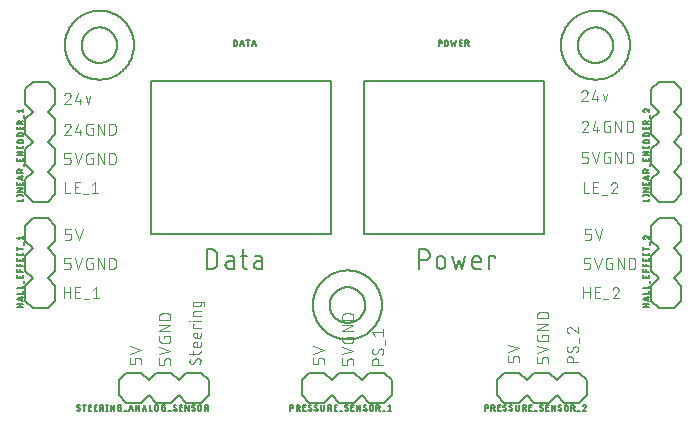
<source format=gbr>
G04 EAGLE Gerber RS-274X export*
G75*
%MOMM*%
%FSLAX34Y34*%
%LPD*%
%INSilkscreen Top*%
%IPPOS*%
%AMOC8*
5,1,8,0,0,1.08239X$1,22.5*%
G01*
%ADD10C,0.152400*%
%ADD11C,0.076200*%
%ADD12C,0.203200*%
%ADD13C,0.127000*%


D10*
X320762Y760762D02*
X320762Y777018D01*
X325278Y777018D01*
X325409Y777016D01*
X325541Y777010D01*
X325672Y777001D01*
X325802Y776987D01*
X325933Y776970D01*
X326062Y776949D01*
X326191Y776925D01*
X326319Y776896D01*
X326447Y776864D01*
X326573Y776828D01*
X326698Y776789D01*
X326823Y776746D01*
X326945Y776699D01*
X327067Y776649D01*
X327187Y776595D01*
X327305Y776538D01*
X327421Y776477D01*
X327536Y776413D01*
X327649Y776346D01*
X327760Y776275D01*
X327868Y776201D01*
X327975Y776124D01*
X328079Y776044D01*
X328181Y775961D01*
X328280Y775876D01*
X328377Y775787D01*
X328471Y775695D01*
X328563Y775601D01*
X328652Y775504D01*
X328737Y775405D01*
X328820Y775303D01*
X328900Y775199D01*
X328977Y775092D01*
X329051Y774984D01*
X329122Y774873D01*
X329189Y774760D01*
X329253Y774645D01*
X329314Y774529D01*
X329371Y774411D01*
X329425Y774291D01*
X329475Y774169D01*
X329522Y774047D01*
X329565Y773922D01*
X329604Y773797D01*
X329640Y773671D01*
X329672Y773543D01*
X329701Y773415D01*
X329725Y773286D01*
X329746Y773157D01*
X329763Y773026D01*
X329777Y772896D01*
X329786Y772765D01*
X329792Y772633D01*
X329794Y772502D01*
X329793Y772502D02*
X329793Y765278D01*
X329794Y765278D02*
X329792Y765147D01*
X329786Y765015D01*
X329777Y764884D01*
X329763Y764754D01*
X329746Y764623D01*
X329725Y764494D01*
X329701Y764365D01*
X329672Y764237D01*
X329640Y764109D01*
X329604Y763983D01*
X329565Y763858D01*
X329522Y763733D01*
X329475Y763611D01*
X329425Y763489D01*
X329371Y763369D01*
X329314Y763251D01*
X329253Y763135D01*
X329189Y763020D01*
X329122Y762907D01*
X329051Y762796D01*
X328977Y762688D01*
X328900Y762581D01*
X328820Y762477D01*
X328737Y762375D01*
X328652Y762276D01*
X328563Y762179D01*
X328471Y762085D01*
X328377Y761993D01*
X328280Y761904D01*
X328181Y761819D01*
X328079Y761736D01*
X327975Y761656D01*
X327868Y761579D01*
X327760Y761505D01*
X327649Y761434D01*
X327536Y761367D01*
X327421Y761303D01*
X327305Y761242D01*
X327187Y761185D01*
X327067Y761131D01*
X326945Y761081D01*
X326823Y761034D01*
X326698Y760991D01*
X326573Y760952D01*
X326447Y760916D01*
X326319Y760884D01*
X326191Y760855D01*
X326062Y760831D01*
X325932Y760810D01*
X325802Y760793D01*
X325672Y760779D01*
X325541Y760770D01*
X325409Y760764D01*
X325278Y760762D01*
X320762Y760762D01*
X339863Y767084D02*
X343927Y767084D01*
X339863Y767084D02*
X339751Y767082D01*
X339640Y767076D01*
X339529Y767066D01*
X339418Y767053D01*
X339308Y767035D01*
X339199Y767013D01*
X339090Y766988D01*
X338982Y766959D01*
X338876Y766926D01*
X338770Y766889D01*
X338666Y766849D01*
X338564Y766805D01*
X338463Y766757D01*
X338364Y766706D01*
X338266Y766651D01*
X338171Y766593D01*
X338078Y766532D01*
X337987Y766467D01*
X337898Y766399D01*
X337812Y766328D01*
X337729Y766255D01*
X337648Y766178D01*
X337569Y766098D01*
X337494Y766016D01*
X337422Y765931D01*
X337352Y765844D01*
X337286Y765754D01*
X337223Y765662D01*
X337163Y765567D01*
X337107Y765471D01*
X337054Y765373D01*
X337005Y765273D01*
X336959Y765171D01*
X336917Y765068D01*
X336878Y764963D01*
X336843Y764857D01*
X336812Y764750D01*
X336785Y764642D01*
X336761Y764533D01*
X336742Y764423D01*
X336726Y764313D01*
X336714Y764202D01*
X336706Y764090D01*
X336702Y763979D01*
X336702Y763867D01*
X336706Y763756D01*
X336714Y763644D01*
X336726Y763533D01*
X336742Y763423D01*
X336761Y763313D01*
X336785Y763204D01*
X336812Y763096D01*
X336843Y762989D01*
X336878Y762883D01*
X336917Y762778D01*
X336959Y762675D01*
X337005Y762573D01*
X337054Y762473D01*
X337107Y762375D01*
X337163Y762279D01*
X337223Y762184D01*
X337286Y762092D01*
X337352Y762002D01*
X337422Y761915D01*
X337494Y761830D01*
X337569Y761748D01*
X337648Y761668D01*
X337729Y761591D01*
X337812Y761518D01*
X337898Y761447D01*
X337987Y761379D01*
X338078Y761314D01*
X338171Y761253D01*
X338266Y761195D01*
X338364Y761140D01*
X338463Y761089D01*
X338564Y761041D01*
X338666Y760997D01*
X338770Y760957D01*
X338876Y760920D01*
X338982Y760887D01*
X339090Y760858D01*
X339199Y760833D01*
X339308Y760811D01*
X339418Y760793D01*
X339529Y760780D01*
X339640Y760770D01*
X339751Y760764D01*
X339863Y760762D01*
X343927Y760762D01*
X343927Y768890D01*
X343925Y768991D01*
X343919Y769092D01*
X343910Y769193D01*
X343897Y769294D01*
X343880Y769394D01*
X343859Y769493D01*
X343835Y769591D01*
X343807Y769688D01*
X343775Y769785D01*
X343740Y769880D01*
X343701Y769973D01*
X343659Y770065D01*
X343613Y770156D01*
X343564Y770245D01*
X343512Y770331D01*
X343456Y770416D01*
X343398Y770499D01*
X343336Y770579D01*
X343271Y770657D01*
X343204Y770733D01*
X343134Y770806D01*
X343061Y770876D01*
X342985Y770943D01*
X342907Y771008D01*
X342827Y771070D01*
X342744Y771128D01*
X342659Y771184D01*
X342573Y771236D01*
X342484Y771285D01*
X342393Y771331D01*
X342301Y771373D01*
X342208Y771412D01*
X342113Y771447D01*
X342016Y771479D01*
X341919Y771507D01*
X341821Y771531D01*
X341722Y771552D01*
X341622Y771569D01*
X341521Y771582D01*
X341420Y771591D01*
X341319Y771597D01*
X341218Y771599D01*
X337605Y771599D01*
X349546Y771599D02*
X354965Y771599D01*
X351352Y777018D02*
X351352Y763471D01*
X351353Y763471D02*
X351355Y763370D01*
X351361Y763269D01*
X351370Y763168D01*
X351383Y763067D01*
X351400Y762967D01*
X351421Y762868D01*
X351445Y762770D01*
X351473Y762673D01*
X351505Y762576D01*
X351540Y762481D01*
X351579Y762388D01*
X351621Y762296D01*
X351667Y762205D01*
X351716Y762117D01*
X351768Y762030D01*
X351824Y761945D01*
X351882Y761862D01*
X351944Y761782D01*
X352009Y761704D01*
X352076Y761628D01*
X352146Y761555D01*
X352219Y761485D01*
X352295Y761418D01*
X352373Y761353D01*
X352453Y761291D01*
X352536Y761233D01*
X352621Y761177D01*
X352708Y761125D01*
X352796Y761076D01*
X352887Y761030D01*
X352979Y760988D01*
X353072Y760949D01*
X353167Y760914D01*
X353264Y760882D01*
X353361Y760854D01*
X353459Y760830D01*
X353558Y760809D01*
X353658Y760792D01*
X353759Y760779D01*
X353860Y760770D01*
X353961Y760764D01*
X354062Y760762D01*
X354965Y760762D01*
X363831Y767084D02*
X367895Y767084D01*
X363831Y767084D02*
X363719Y767082D01*
X363608Y767076D01*
X363497Y767066D01*
X363386Y767053D01*
X363276Y767035D01*
X363167Y767013D01*
X363058Y766988D01*
X362950Y766959D01*
X362844Y766926D01*
X362738Y766889D01*
X362634Y766849D01*
X362532Y766805D01*
X362431Y766757D01*
X362332Y766706D01*
X362234Y766651D01*
X362139Y766593D01*
X362046Y766532D01*
X361955Y766467D01*
X361866Y766399D01*
X361780Y766328D01*
X361697Y766255D01*
X361616Y766178D01*
X361537Y766098D01*
X361462Y766016D01*
X361390Y765931D01*
X361320Y765844D01*
X361254Y765754D01*
X361191Y765662D01*
X361131Y765567D01*
X361075Y765471D01*
X361022Y765373D01*
X360973Y765273D01*
X360927Y765171D01*
X360885Y765068D01*
X360846Y764963D01*
X360811Y764857D01*
X360780Y764750D01*
X360753Y764642D01*
X360729Y764533D01*
X360710Y764423D01*
X360694Y764313D01*
X360682Y764202D01*
X360674Y764090D01*
X360670Y763979D01*
X360670Y763867D01*
X360674Y763756D01*
X360682Y763644D01*
X360694Y763533D01*
X360710Y763423D01*
X360729Y763313D01*
X360753Y763204D01*
X360780Y763096D01*
X360811Y762989D01*
X360846Y762883D01*
X360885Y762778D01*
X360927Y762675D01*
X360973Y762573D01*
X361022Y762473D01*
X361075Y762375D01*
X361131Y762279D01*
X361191Y762184D01*
X361254Y762092D01*
X361320Y762002D01*
X361390Y761915D01*
X361462Y761830D01*
X361537Y761748D01*
X361616Y761668D01*
X361697Y761591D01*
X361780Y761518D01*
X361866Y761447D01*
X361955Y761379D01*
X362046Y761314D01*
X362139Y761253D01*
X362234Y761195D01*
X362332Y761140D01*
X362431Y761089D01*
X362532Y761041D01*
X362634Y760997D01*
X362738Y760957D01*
X362844Y760920D01*
X362950Y760887D01*
X363058Y760858D01*
X363167Y760833D01*
X363276Y760811D01*
X363386Y760793D01*
X363497Y760780D01*
X363608Y760770D01*
X363719Y760764D01*
X363831Y760762D01*
X367895Y760762D01*
X367895Y768890D01*
X367894Y768890D02*
X367892Y768991D01*
X367886Y769092D01*
X367877Y769193D01*
X367864Y769294D01*
X367847Y769394D01*
X367826Y769493D01*
X367802Y769591D01*
X367774Y769688D01*
X367742Y769785D01*
X367707Y769880D01*
X367668Y769973D01*
X367626Y770065D01*
X367580Y770156D01*
X367531Y770245D01*
X367479Y770331D01*
X367423Y770416D01*
X367365Y770499D01*
X367303Y770579D01*
X367238Y770657D01*
X367171Y770733D01*
X367101Y770806D01*
X367028Y770876D01*
X366952Y770943D01*
X366874Y771008D01*
X366794Y771070D01*
X366711Y771128D01*
X366626Y771184D01*
X366540Y771236D01*
X366451Y771285D01*
X366360Y771331D01*
X366268Y771373D01*
X366175Y771412D01*
X366080Y771447D01*
X365983Y771479D01*
X365886Y771507D01*
X365788Y771531D01*
X365689Y771552D01*
X365589Y771569D01*
X365488Y771582D01*
X365387Y771591D01*
X365286Y771597D01*
X365185Y771599D01*
X361573Y771599D01*
X500762Y777018D02*
X500762Y760762D01*
X500762Y777018D02*
X505278Y777018D01*
X505411Y777016D01*
X505543Y777010D01*
X505675Y777000D01*
X505807Y776987D01*
X505939Y776969D01*
X506069Y776948D01*
X506200Y776923D01*
X506329Y776894D01*
X506457Y776861D01*
X506585Y776825D01*
X506711Y776785D01*
X506836Y776741D01*
X506960Y776693D01*
X507082Y776642D01*
X507203Y776587D01*
X507322Y776529D01*
X507440Y776467D01*
X507555Y776402D01*
X507669Y776333D01*
X507780Y776262D01*
X507889Y776186D01*
X507996Y776108D01*
X508101Y776027D01*
X508203Y775942D01*
X508303Y775855D01*
X508400Y775765D01*
X508495Y775672D01*
X508586Y775576D01*
X508675Y775478D01*
X508761Y775377D01*
X508844Y775273D01*
X508924Y775167D01*
X509000Y775059D01*
X509074Y774949D01*
X509144Y774836D01*
X509211Y774722D01*
X509274Y774605D01*
X509334Y774487D01*
X509391Y774367D01*
X509444Y774245D01*
X509493Y774122D01*
X509539Y773998D01*
X509581Y773872D01*
X509619Y773745D01*
X509654Y773617D01*
X509685Y773488D01*
X509712Y773359D01*
X509735Y773228D01*
X509755Y773097D01*
X509770Y772965D01*
X509782Y772833D01*
X509790Y772701D01*
X509794Y772568D01*
X509794Y772436D01*
X509790Y772303D01*
X509782Y772171D01*
X509770Y772039D01*
X509755Y771907D01*
X509735Y771776D01*
X509712Y771645D01*
X509685Y771516D01*
X509654Y771387D01*
X509619Y771259D01*
X509581Y771132D01*
X509539Y771006D01*
X509493Y770882D01*
X509444Y770759D01*
X509391Y770637D01*
X509334Y770517D01*
X509274Y770399D01*
X509211Y770282D01*
X509144Y770168D01*
X509074Y770055D01*
X509000Y769945D01*
X508924Y769837D01*
X508844Y769731D01*
X508761Y769627D01*
X508675Y769526D01*
X508586Y769428D01*
X508495Y769332D01*
X508400Y769239D01*
X508303Y769149D01*
X508203Y769062D01*
X508101Y768977D01*
X507996Y768896D01*
X507889Y768818D01*
X507780Y768742D01*
X507669Y768671D01*
X507555Y768602D01*
X507440Y768537D01*
X507322Y768475D01*
X507203Y768417D01*
X507082Y768362D01*
X506960Y768311D01*
X506836Y768263D01*
X506711Y768219D01*
X506585Y768179D01*
X506457Y768143D01*
X506329Y768110D01*
X506200Y768081D01*
X506069Y768056D01*
X505939Y768035D01*
X505807Y768017D01*
X505675Y768004D01*
X505543Y767994D01*
X505411Y767988D01*
X505278Y767986D01*
X505278Y767987D02*
X500762Y767987D01*
X515522Y767987D02*
X515522Y764374D01*
X515523Y767987D02*
X515525Y768106D01*
X515531Y768226D01*
X515541Y768345D01*
X515555Y768463D01*
X515572Y768582D01*
X515594Y768699D01*
X515619Y768816D01*
X515649Y768931D01*
X515682Y769046D01*
X515719Y769160D01*
X515759Y769272D01*
X515804Y769383D01*
X515852Y769492D01*
X515903Y769600D01*
X515958Y769706D01*
X516017Y769810D01*
X516079Y769912D01*
X516144Y770012D01*
X516213Y770110D01*
X516285Y770206D01*
X516360Y770299D01*
X516437Y770389D01*
X516518Y770477D01*
X516602Y770562D01*
X516689Y770644D01*
X516778Y770724D01*
X516870Y770800D01*
X516964Y770874D01*
X517061Y770944D01*
X517159Y771011D01*
X517260Y771075D01*
X517364Y771135D01*
X517469Y771192D01*
X517576Y771245D01*
X517684Y771295D01*
X517794Y771341D01*
X517906Y771383D01*
X518019Y771422D01*
X518133Y771457D01*
X518248Y771488D01*
X518365Y771516D01*
X518482Y771539D01*
X518599Y771559D01*
X518718Y771575D01*
X518837Y771587D01*
X518956Y771595D01*
X519075Y771599D01*
X519195Y771599D01*
X519314Y771595D01*
X519433Y771587D01*
X519552Y771575D01*
X519671Y771559D01*
X519788Y771539D01*
X519905Y771516D01*
X520022Y771488D01*
X520137Y771457D01*
X520251Y771422D01*
X520364Y771383D01*
X520476Y771341D01*
X520586Y771295D01*
X520694Y771245D01*
X520801Y771192D01*
X520906Y771135D01*
X521010Y771075D01*
X521111Y771011D01*
X521209Y770944D01*
X521306Y770874D01*
X521400Y770800D01*
X521492Y770724D01*
X521581Y770644D01*
X521668Y770562D01*
X521752Y770477D01*
X521833Y770389D01*
X521910Y770299D01*
X521985Y770206D01*
X522057Y770110D01*
X522126Y770012D01*
X522191Y769912D01*
X522253Y769810D01*
X522312Y769706D01*
X522367Y769600D01*
X522418Y769492D01*
X522466Y769383D01*
X522511Y769272D01*
X522551Y769160D01*
X522588Y769046D01*
X522621Y768931D01*
X522651Y768816D01*
X522676Y768699D01*
X522698Y768582D01*
X522715Y768463D01*
X522729Y768345D01*
X522739Y768226D01*
X522745Y768106D01*
X522747Y767987D01*
X522747Y764374D01*
X522745Y764255D01*
X522739Y764135D01*
X522729Y764016D01*
X522715Y763898D01*
X522698Y763779D01*
X522676Y763662D01*
X522651Y763545D01*
X522621Y763430D01*
X522588Y763315D01*
X522551Y763201D01*
X522511Y763089D01*
X522466Y762978D01*
X522418Y762869D01*
X522367Y762761D01*
X522312Y762655D01*
X522253Y762551D01*
X522191Y762449D01*
X522126Y762349D01*
X522057Y762251D01*
X521985Y762155D01*
X521910Y762062D01*
X521833Y761972D01*
X521752Y761884D01*
X521668Y761799D01*
X521581Y761717D01*
X521492Y761637D01*
X521400Y761561D01*
X521306Y761487D01*
X521209Y761417D01*
X521111Y761350D01*
X521010Y761286D01*
X520906Y761226D01*
X520801Y761169D01*
X520694Y761116D01*
X520586Y761066D01*
X520476Y761020D01*
X520364Y760978D01*
X520251Y760939D01*
X520137Y760904D01*
X520022Y760873D01*
X519905Y760845D01*
X519788Y760822D01*
X519671Y760802D01*
X519552Y760786D01*
X519433Y760774D01*
X519314Y760766D01*
X519195Y760762D01*
X519075Y760762D01*
X518956Y760766D01*
X518837Y760774D01*
X518718Y760786D01*
X518599Y760802D01*
X518482Y760822D01*
X518365Y760845D01*
X518248Y760873D01*
X518133Y760904D01*
X518019Y760939D01*
X517906Y760978D01*
X517794Y761020D01*
X517684Y761066D01*
X517576Y761116D01*
X517469Y761169D01*
X517364Y761226D01*
X517260Y761286D01*
X517159Y761350D01*
X517061Y761417D01*
X516964Y761487D01*
X516870Y761561D01*
X516778Y761637D01*
X516689Y761717D01*
X516602Y761799D01*
X516518Y761884D01*
X516437Y761972D01*
X516360Y762062D01*
X516285Y762155D01*
X516213Y762251D01*
X516144Y762349D01*
X516079Y762449D01*
X516017Y762551D01*
X515958Y762655D01*
X515903Y762761D01*
X515852Y762869D01*
X515804Y762978D01*
X515759Y763089D01*
X515719Y763201D01*
X515682Y763315D01*
X515649Y763430D01*
X515619Y763545D01*
X515594Y763662D01*
X515572Y763779D01*
X515555Y763898D01*
X515541Y764016D01*
X515531Y764135D01*
X515525Y764255D01*
X515523Y764374D01*
X528826Y771599D02*
X531536Y760762D01*
X534245Y767987D01*
X536954Y760762D01*
X539664Y771599D01*
X548452Y760762D02*
X552968Y760762D01*
X548452Y760762D02*
X548351Y760764D01*
X548250Y760770D01*
X548149Y760779D01*
X548048Y760792D01*
X547948Y760809D01*
X547849Y760830D01*
X547751Y760854D01*
X547654Y760882D01*
X547557Y760914D01*
X547462Y760949D01*
X547369Y760988D01*
X547277Y761030D01*
X547186Y761076D01*
X547098Y761125D01*
X547011Y761177D01*
X546926Y761233D01*
X546843Y761291D01*
X546763Y761353D01*
X546685Y761418D01*
X546609Y761485D01*
X546536Y761555D01*
X546466Y761628D01*
X546399Y761704D01*
X546334Y761782D01*
X546272Y761862D01*
X546214Y761945D01*
X546158Y762030D01*
X546106Y762117D01*
X546057Y762205D01*
X546011Y762296D01*
X545969Y762388D01*
X545930Y762481D01*
X545895Y762576D01*
X545863Y762673D01*
X545835Y762770D01*
X545811Y762868D01*
X545790Y762967D01*
X545773Y763067D01*
X545760Y763168D01*
X545751Y763269D01*
X545745Y763370D01*
X545743Y763471D01*
X545743Y767987D01*
X545745Y768106D01*
X545751Y768226D01*
X545761Y768345D01*
X545775Y768463D01*
X545792Y768582D01*
X545814Y768699D01*
X545839Y768816D01*
X545869Y768931D01*
X545902Y769046D01*
X545939Y769160D01*
X545979Y769272D01*
X546024Y769383D01*
X546072Y769492D01*
X546123Y769600D01*
X546178Y769706D01*
X546237Y769810D01*
X546299Y769912D01*
X546364Y770012D01*
X546433Y770110D01*
X546505Y770206D01*
X546580Y770299D01*
X546657Y770389D01*
X546738Y770477D01*
X546822Y770562D01*
X546909Y770644D01*
X546998Y770724D01*
X547090Y770800D01*
X547184Y770874D01*
X547281Y770944D01*
X547379Y771011D01*
X547480Y771075D01*
X547584Y771135D01*
X547689Y771192D01*
X547796Y771245D01*
X547904Y771295D01*
X548014Y771341D01*
X548126Y771383D01*
X548239Y771422D01*
X548353Y771457D01*
X548468Y771488D01*
X548585Y771516D01*
X548702Y771539D01*
X548819Y771559D01*
X548938Y771575D01*
X549057Y771587D01*
X549176Y771595D01*
X549295Y771599D01*
X549415Y771599D01*
X549534Y771595D01*
X549653Y771587D01*
X549772Y771575D01*
X549891Y771559D01*
X550008Y771539D01*
X550125Y771516D01*
X550242Y771488D01*
X550357Y771457D01*
X550471Y771422D01*
X550584Y771383D01*
X550696Y771341D01*
X550806Y771295D01*
X550914Y771245D01*
X551021Y771192D01*
X551126Y771135D01*
X551230Y771075D01*
X551331Y771011D01*
X551429Y770944D01*
X551526Y770874D01*
X551620Y770800D01*
X551712Y770724D01*
X551801Y770644D01*
X551888Y770562D01*
X551972Y770477D01*
X552053Y770389D01*
X552130Y770299D01*
X552205Y770206D01*
X552277Y770110D01*
X552346Y770012D01*
X552411Y769912D01*
X552473Y769810D01*
X552532Y769706D01*
X552587Y769600D01*
X552638Y769492D01*
X552686Y769383D01*
X552731Y769272D01*
X552771Y769160D01*
X552808Y769046D01*
X552841Y768931D01*
X552871Y768816D01*
X552896Y768699D01*
X552918Y768582D01*
X552935Y768463D01*
X552949Y768345D01*
X552959Y768226D01*
X552965Y768106D01*
X552967Y767987D01*
X552968Y767987D02*
X552968Y766181D01*
X545743Y766181D01*
X559896Y760762D02*
X559896Y771599D01*
X565314Y771599D01*
X565314Y769793D01*
D11*
X205603Y907430D02*
X205601Y907525D01*
X205595Y907619D01*
X205586Y907713D01*
X205573Y907807D01*
X205556Y907900D01*
X205535Y907992D01*
X205510Y908084D01*
X205482Y908174D01*
X205450Y908263D01*
X205415Y908351D01*
X205376Y908437D01*
X205334Y908522D01*
X205288Y908605D01*
X205239Y908686D01*
X205187Y908765D01*
X205132Y908842D01*
X205073Y908916D01*
X205012Y908988D01*
X204948Y909058D01*
X204881Y909125D01*
X204811Y909189D01*
X204739Y909250D01*
X204665Y909309D01*
X204588Y909364D01*
X204509Y909416D01*
X204428Y909465D01*
X204345Y909511D01*
X204260Y909553D01*
X204174Y909592D01*
X204086Y909627D01*
X203997Y909659D01*
X203907Y909687D01*
X203815Y909712D01*
X203723Y909733D01*
X203630Y909750D01*
X203536Y909763D01*
X203442Y909772D01*
X203348Y909778D01*
X203253Y909780D01*
X203253Y909779D02*
X203145Y909777D01*
X203036Y909771D01*
X202928Y909761D01*
X202821Y909748D01*
X202714Y909730D01*
X202607Y909709D01*
X202502Y909684D01*
X202397Y909655D01*
X202294Y909623D01*
X202192Y909586D01*
X202091Y909546D01*
X201992Y909503D01*
X201894Y909456D01*
X201798Y909405D01*
X201704Y909351D01*
X201612Y909294D01*
X201522Y909233D01*
X201434Y909169D01*
X201349Y909103D01*
X201266Y909033D01*
X201186Y908960D01*
X201108Y908884D01*
X201033Y908806D01*
X200961Y908725D01*
X200892Y908641D01*
X200826Y908555D01*
X200763Y908467D01*
X200704Y908376D01*
X200647Y908284D01*
X200594Y908189D01*
X200545Y908093D01*
X200499Y907994D01*
X200456Y907895D01*
X200417Y907793D01*
X200382Y907691D01*
X204819Y905602D02*
X204888Y905671D01*
X204954Y905742D01*
X205018Y905815D01*
X205079Y905891D01*
X205137Y905970D01*
X205191Y906050D01*
X205243Y906133D01*
X205291Y906217D01*
X205337Y906303D01*
X205378Y906391D01*
X205417Y906481D01*
X205452Y906572D01*
X205483Y906664D01*
X205511Y906757D01*
X205535Y906851D01*
X205555Y906946D01*
X205572Y907042D01*
X205585Y907139D01*
X205594Y907236D01*
X205600Y907333D01*
X205602Y907430D01*
X204819Y905602D02*
X200381Y900381D01*
X205602Y900381D01*
X209525Y902469D02*
X211613Y909779D01*
X209525Y902469D02*
X214746Y902469D01*
X213180Y904558D02*
X213180Y900381D01*
X220365Y900381D02*
X218277Y906646D01*
X222454Y906646D02*
X220365Y900381D01*
X203253Y883590D02*
X203348Y883588D01*
X203442Y883582D01*
X203536Y883573D01*
X203630Y883560D01*
X203723Y883543D01*
X203815Y883522D01*
X203907Y883497D01*
X203997Y883469D01*
X204086Y883437D01*
X204174Y883402D01*
X204260Y883363D01*
X204345Y883321D01*
X204428Y883275D01*
X204509Y883226D01*
X204588Y883174D01*
X204665Y883119D01*
X204739Y883060D01*
X204811Y882999D01*
X204881Y882935D01*
X204948Y882868D01*
X205012Y882798D01*
X205073Y882726D01*
X205132Y882652D01*
X205187Y882575D01*
X205239Y882496D01*
X205288Y882415D01*
X205334Y882332D01*
X205376Y882247D01*
X205415Y882161D01*
X205450Y882073D01*
X205482Y881984D01*
X205510Y881894D01*
X205535Y881802D01*
X205556Y881710D01*
X205573Y881617D01*
X205586Y881523D01*
X205595Y881429D01*
X205601Y881335D01*
X205603Y881240D01*
X203253Y883589D02*
X203145Y883587D01*
X203036Y883581D01*
X202928Y883571D01*
X202821Y883558D01*
X202714Y883540D01*
X202607Y883519D01*
X202502Y883494D01*
X202397Y883465D01*
X202294Y883433D01*
X202192Y883396D01*
X202091Y883356D01*
X201992Y883313D01*
X201894Y883266D01*
X201798Y883215D01*
X201704Y883161D01*
X201612Y883104D01*
X201522Y883043D01*
X201434Y882979D01*
X201349Y882913D01*
X201266Y882843D01*
X201186Y882770D01*
X201108Y882694D01*
X201033Y882616D01*
X200961Y882535D01*
X200892Y882451D01*
X200826Y882365D01*
X200763Y882277D01*
X200704Y882186D01*
X200647Y882094D01*
X200594Y881999D01*
X200545Y881903D01*
X200499Y881804D01*
X200456Y881705D01*
X200417Y881603D01*
X200382Y881501D01*
X204819Y879412D02*
X204888Y879481D01*
X204954Y879552D01*
X205018Y879625D01*
X205079Y879701D01*
X205137Y879780D01*
X205191Y879860D01*
X205243Y879943D01*
X205291Y880027D01*
X205337Y880113D01*
X205378Y880201D01*
X205417Y880291D01*
X205452Y880382D01*
X205483Y880474D01*
X205511Y880567D01*
X205535Y880661D01*
X205555Y880756D01*
X205572Y880852D01*
X205585Y880949D01*
X205594Y881046D01*
X205600Y881143D01*
X205602Y881240D01*
X204819Y879412D02*
X200381Y874191D01*
X205602Y874191D01*
X209525Y876279D02*
X211613Y883589D01*
X209525Y876279D02*
X214746Y876279D01*
X213180Y878368D02*
X213180Y874191D01*
X222629Y879412D02*
X224195Y879412D01*
X224195Y874191D01*
X221062Y874191D01*
X220973Y874193D01*
X220885Y874199D01*
X220797Y874208D01*
X220709Y874221D01*
X220622Y874238D01*
X220536Y874258D01*
X220451Y874283D01*
X220366Y874310D01*
X220283Y874342D01*
X220202Y874376D01*
X220122Y874415D01*
X220044Y874456D01*
X219967Y874501D01*
X219893Y874549D01*
X219820Y874600D01*
X219750Y874654D01*
X219683Y874712D01*
X219617Y874772D01*
X219555Y874834D01*
X219495Y874900D01*
X219437Y874967D01*
X219383Y875037D01*
X219332Y875110D01*
X219284Y875184D01*
X219239Y875261D01*
X219198Y875339D01*
X219159Y875419D01*
X219125Y875500D01*
X219093Y875583D01*
X219066Y875668D01*
X219041Y875753D01*
X219021Y875839D01*
X219004Y875926D01*
X218991Y876014D01*
X218982Y876102D01*
X218976Y876190D01*
X218974Y876279D01*
X218974Y881501D01*
X218976Y881592D01*
X218982Y881683D01*
X218992Y881774D01*
X219006Y881864D01*
X219023Y881953D01*
X219045Y882041D01*
X219071Y882129D01*
X219100Y882215D01*
X219133Y882300D01*
X219170Y882383D01*
X219210Y882465D01*
X219254Y882545D01*
X219301Y882623D01*
X219352Y882699D01*
X219405Y882772D01*
X219462Y882843D01*
X219523Y882912D01*
X219586Y882977D01*
X219651Y883040D01*
X219720Y883100D01*
X219791Y883158D01*
X219864Y883211D01*
X219940Y883262D01*
X220018Y883309D01*
X220098Y883353D01*
X220180Y883393D01*
X220263Y883430D01*
X220348Y883463D01*
X220434Y883492D01*
X220522Y883518D01*
X220610Y883540D01*
X220699Y883557D01*
X220789Y883571D01*
X220880Y883581D01*
X220971Y883587D01*
X221062Y883589D01*
X224195Y883589D01*
X228727Y883589D02*
X228727Y874191D01*
X233948Y874191D02*
X228727Y883589D01*
X233948Y883589D02*
X233948Y874191D01*
X238481Y874191D02*
X238481Y883589D01*
X241091Y883589D01*
X241191Y883587D01*
X241291Y883581D01*
X241390Y883572D01*
X241490Y883558D01*
X241588Y883541D01*
X241686Y883520D01*
X241783Y883496D01*
X241879Y883467D01*
X241974Y883435D01*
X242067Y883400D01*
X242159Y883361D01*
X242250Y883318D01*
X242338Y883272D01*
X242425Y883222D01*
X242510Y883170D01*
X242593Y883114D01*
X242674Y883055D01*
X242752Y882992D01*
X242828Y882927D01*
X242902Y882859D01*
X242972Y882789D01*
X243040Y882715D01*
X243105Y882639D01*
X243168Y882561D01*
X243227Y882480D01*
X243283Y882397D01*
X243335Y882312D01*
X243385Y882225D01*
X243431Y882137D01*
X243474Y882046D01*
X243513Y881954D01*
X243548Y881861D01*
X243580Y881766D01*
X243609Y881670D01*
X243633Y881573D01*
X243654Y881475D01*
X243671Y881377D01*
X243685Y881277D01*
X243694Y881178D01*
X243700Y881078D01*
X243702Y880978D01*
X243702Y876802D01*
X243703Y876802D02*
X243701Y876702D01*
X243695Y876602D01*
X243686Y876503D01*
X243672Y876403D01*
X243655Y876305D01*
X243634Y876207D01*
X243610Y876110D01*
X243581Y876014D01*
X243549Y875919D01*
X243514Y875826D01*
X243475Y875734D01*
X243432Y875643D01*
X243386Y875555D01*
X243336Y875468D01*
X243284Y875383D01*
X243228Y875300D01*
X243169Y875219D01*
X243106Y875141D01*
X243041Y875065D01*
X242973Y874991D01*
X242903Y874921D01*
X242829Y874853D01*
X242753Y874788D01*
X242675Y874725D01*
X242594Y874666D01*
X242511Y874610D01*
X242426Y874558D01*
X242339Y874508D01*
X242251Y874462D01*
X242160Y874419D01*
X242068Y874380D01*
X241975Y874345D01*
X241880Y874313D01*
X241784Y874284D01*
X241687Y874260D01*
X241589Y874239D01*
X241491Y874222D01*
X241391Y874208D01*
X241292Y874199D01*
X241192Y874193D01*
X241092Y874191D01*
X241091Y874191D02*
X238481Y874191D01*
X203514Y849111D02*
X200381Y849111D01*
X203514Y849111D02*
X203603Y849113D01*
X203691Y849119D01*
X203779Y849128D01*
X203867Y849141D01*
X203954Y849158D01*
X204040Y849178D01*
X204125Y849203D01*
X204210Y849230D01*
X204293Y849262D01*
X204374Y849296D01*
X204454Y849335D01*
X204532Y849376D01*
X204609Y849421D01*
X204683Y849469D01*
X204756Y849520D01*
X204826Y849574D01*
X204893Y849632D01*
X204959Y849692D01*
X205021Y849754D01*
X205081Y849820D01*
X205139Y849887D01*
X205193Y849957D01*
X205244Y850030D01*
X205292Y850104D01*
X205337Y850181D01*
X205378Y850259D01*
X205417Y850339D01*
X205451Y850420D01*
X205483Y850503D01*
X205510Y850588D01*
X205535Y850673D01*
X205555Y850759D01*
X205572Y850846D01*
X205585Y850934D01*
X205594Y851022D01*
X205600Y851110D01*
X205602Y851199D01*
X205602Y852244D01*
X205600Y852333D01*
X205594Y852421D01*
X205585Y852509D01*
X205572Y852597D01*
X205555Y852684D01*
X205535Y852770D01*
X205510Y852855D01*
X205483Y852940D01*
X205451Y853023D01*
X205417Y853104D01*
X205378Y853184D01*
X205337Y853262D01*
X205292Y853339D01*
X205244Y853413D01*
X205193Y853486D01*
X205139Y853556D01*
X205081Y853623D01*
X205021Y853689D01*
X204959Y853751D01*
X204893Y853811D01*
X204826Y853869D01*
X204756Y853923D01*
X204683Y853974D01*
X204609Y854022D01*
X204532Y854067D01*
X204454Y854108D01*
X204374Y854147D01*
X204293Y854181D01*
X204210Y854213D01*
X204125Y854240D01*
X204040Y854265D01*
X203954Y854285D01*
X203867Y854302D01*
X203779Y854315D01*
X203691Y854324D01*
X203603Y854330D01*
X203514Y854332D01*
X200381Y854332D01*
X200381Y858509D01*
X205602Y858509D01*
X209003Y858509D02*
X212136Y849111D01*
X215268Y858509D01*
X222628Y854332D02*
X224195Y854332D01*
X224195Y849111D01*
X221062Y849111D01*
X220973Y849113D01*
X220885Y849119D01*
X220797Y849128D01*
X220709Y849141D01*
X220622Y849158D01*
X220536Y849178D01*
X220451Y849203D01*
X220366Y849230D01*
X220283Y849262D01*
X220202Y849296D01*
X220122Y849335D01*
X220044Y849376D01*
X219967Y849421D01*
X219893Y849469D01*
X219820Y849520D01*
X219750Y849574D01*
X219683Y849632D01*
X219617Y849692D01*
X219555Y849754D01*
X219495Y849820D01*
X219437Y849887D01*
X219383Y849957D01*
X219332Y850030D01*
X219284Y850104D01*
X219239Y850181D01*
X219198Y850259D01*
X219159Y850339D01*
X219125Y850420D01*
X219093Y850503D01*
X219066Y850588D01*
X219041Y850673D01*
X219021Y850759D01*
X219004Y850846D01*
X218991Y850934D01*
X218982Y851022D01*
X218976Y851110D01*
X218974Y851199D01*
X218974Y856421D01*
X218976Y856512D01*
X218982Y856603D01*
X218992Y856694D01*
X219006Y856784D01*
X219023Y856873D01*
X219045Y856961D01*
X219071Y857049D01*
X219100Y857135D01*
X219133Y857220D01*
X219170Y857303D01*
X219210Y857385D01*
X219254Y857465D01*
X219301Y857543D01*
X219352Y857619D01*
X219405Y857692D01*
X219462Y857763D01*
X219523Y857832D01*
X219586Y857897D01*
X219651Y857960D01*
X219720Y858020D01*
X219791Y858078D01*
X219864Y858131D01*
X219940Y858182D01*
X220018Y858229D01*
X220098Y858273D01*
X220180Y858313D01*
X220263Y858350D01*
X220348Y858383D01*
X220434Y858412D01*
X220522Y858438D01*
X220610Y858460D01*
X220699Y858477D01*
X220789Y858491D01*
X220880Y858501D01*
X220971Y858507D01*
X221062Y858509D01*
X224195Y858509D01*
X228727Y858509D02*
X228727Y849111D01*
X233948Y849111D02*
X228727Y858509D01*
X233948Y858509D02*
X233948Y849111D01*
X238481Y849111D02*
X238481Y858509D01*
X241091Y858509D01*
X241191Y858507D01*
X241291Y858501D01*
X241390Y858492D01*
X241490Y858478D01*
X241588Y858461D01*
X241686Y858440D01*
X241783Y858416D01*
X241879Y858387D01*
X241974Y858355D01*
X242067Y858320D01*
X242159Y858281D01*
X242250Y858238D01*
X242338Y858192D01*
X242425Y858142D01*
X242510Y858090D01*
X242593Y858034D01*
X242674Y857975D01*
X242752Y857912D01*
X242828Y857847D01*
X242902Y857779D01*
X242972Y857709D01*
X243040Y857635D01*
X243105Y857559D01*
X243168Y857481D01*
X243227Y857400D01*
X243283Y857317D01*
X243335Y857232D01*
X243385Y857145D01*
X243431Y857057D01*
X243474Y856966D01*
X243513Y856874D01*
X243548Y856781D01*
X243580Y856686D01*
X243609Y856590D01*
X243633Y856493D01*
X243654Y856395D01*
X243671Y856297D01*
X243685Y856197D01*
X243694Y856098D01*
X243700Y855998D01*
X243702Y855898D01*
X243702Y851722D01*
X243700Y851622D01*
X243694Y851522D01*
X243685Y851423D01*
X243671Y851323D01*
X243654Y851225D01*
X243633Y851127D01*
X243609Y851030D01*
X243580Y850934D01*
X243548Y850839D01*
X243513Y850746D01*
X243474Y850654D01*
X243431Y850563D01*
X243385Y850475D01*
X243335Y850388D01*
X243283Y850303D01*
X243227Y850220D01*
X243168Y850139D01*
X243105Y850061D01*
X243040Y849985D01*
X242972Y849911D01*
X242902Y849841D01*
X242828Y849773D01*
X242752Y849708D01*
X242674Y849645D01*
X242593Y849586D01*
X242510Y849530D01*
X242425Y849478D01*
X242338Y849428D01*
X242250Y849382D01*
X242159Y849339D01*
X242067Y849300D01*
X241974Y849265D01*
X241879Y849233D01*
X241783Y849204D01*
X241686Y849180D01*
X241588Y849159D01*
X241490Y849142D01*
X241390Y849128D01*
X241291Y849119D01*
X241191Y849113D01*
X241091Y849111D01*
X238481Y849111D01*
X201041Y834009D02*
X201041Y824611D01*
X205218Y824611D01*
X208966Y824611D02*
X213143Y824611D01*
X208966Y824611D02*
X208966Y834009D01*
X213143Y834009D01*
X212098Y829832D02*
X208966Y829832D01*
X216176Y823567D02*
X220353Y823567D01*
X223883Y831921D02*
X226494Y834009D01*
X226494Y824611D01*
X229104Y824611D02*
X223883Y824611D01*
X640953Y911950D02*
X641048Y911948D01*
X641142Y911942D01*
X641236Y911933D01*
X641330Y911920D01*
X641423Y911903D01*
X641515Y911882D01*
X641607Y911857D01*
X641697Y911829D01*
X641786Y911797D01*
X641874Y911762D01*
X641960Y911723D01*
X642045Y911681D01*
X642128Y911635D01*
X642209Y911586D01*
X642288Y911534D01*
X642365Y911479D01*
X642439Y911420D01*
X642511Y911359D01*
X642581Y911295D01*
X642648Y911228D01*
X642712Y911158D01*
X642773Y911086D01*
X642832Y911012D01*
X642887Y910935D01*
X642939Y910856D01*
X642988Y910775D01*
X643034Y910692D01*
X643076Y910607D01*
X643115Y910521D01*
X643150Y910433D01*
X643182Y910344D01*
X643210Y910254D01*
X643235Y910162D01*
X643256Y910070D01*
X643273Y909977D01*
X643286Y909883D01*
X643295Y909789D01*
X643301Y909695D01*
X643303Y909600D01*
X640953Y911949D02*
X640845Y911947D01*
X640736Y911941D01*
X640628Y911931D01*
X640521Y911918D01*
X640414Y911900D01*
X640307Y911879D01*
X640202Y911854D01*
X640097Y911825D01*
X639994Y911793D01*
X639892Y911756D01*
X639791Y911716D01*
X639692Y911673D01*
X639594Y911626D01*
X639498Y911575D01*
X639404Y911521D01*
X639312Y911464D01*
X639222Y911403D01*
X639134Y911339D01*
X639049Y911273D01*
X638966Y911203D01*
X638886Y911130D01*
X638808Y911054D01*
X638733Y910976D01*
X638661Y910895D01*
X638592Y910811D01*
X638526Y910725D01*
X638463Y910637D01*
X638404Y910546D01*
X638347Y910454D01*
X638294Y910359D01*
X638245Y910263D01*
X638199Y910164D01*
X638156Y910065D01*
X638117Y909963D01*
X638082Y909861D01*
X642519Y907772D02*
X642588Y907841D01*
X642654Y907912D01*
X642718Y907985D01*
X642779Y908061D01*
X642837Y908140D01*
X642891Y908220D01*
X642943Y908303D01*
X642991Y908387D01*
X643037Y908473D01*
X643078Y908561D01*
X643117Y908651D01*
X643152Y908742D01*
X643183Y908834D01*
X643211Y908927D01*
X643235Y909021D01*
X643255Y909116D01*
X643272Y909212D01*
X643285Y909309D01*
X643294Y909406D01*
X643300Y909503D01*
X643302Y909600D01*
X642519Y907772D02*
X638081Y902551D01*
X643302Y902551D01*
X647225Y904639D02*
X649313Y911949D01*
X647225Y904639D02*
X652446Y904639D01*
X650880Y906728D02*
X650880Y902551D01*
X658065Y902551D02*
X655977Y908816D01*
X660154Y908816D02*
X658065Y902551D01*
X641273Y885760D02*
X641368Y885758D01*
X641462Y885752D01*
X641556Y885743D01*
X641650Y885730D01*
X641743Y885713D01*
X641835Y885692D01*
X641927Y885667D01*
X642017Y885639D01*
X642106Y885607D01*
X642194Y885572D01*
X642280Y885533D01*
X642365Y885491D01*
X642448Y885445D01*
X642529Y885396D01*
X642608Y885344D01*
X642685Y885289D01*
X642759Y885230D01*
X642831Y885169D01*
X642901Y885105D01*
X642968Y885038D01*
X643032Y884968D01*
X643093Y884896D01*
X643152Y884822D01*
X643207Y884745D01*
X643259Y884666D01*
X643308Y884585D01*
X643354Y884502D01*
X643396Y884417D01*
X643435Y884331D01*
X643470Y884243D01*
X643502Y884154D01*
X643530Y884064D01*
X643555Y883972D01*
X643576Y883880D01*
X643593Y883787D01*
X643606Y883693D01*
X643615Y883599D01*
X643621Y883505D01*
X643623Y883410D01*
X641273Y885759D02*
X641165Y885757D01*
X641056Y885751D01*
X640948Y885741D01*
X640841Y885728D01*
X640734Y885710D01*
X640627Y885689D01*
X640522Y885664D01*
X640417Y885635D01*
X640314Y885603D01*
X640212Y885566D01*
X640111Y885526D01*
X640012Y885483D01*
X639914Y885436D01*
X639818Y885385D01*
X639724Y885331D01*
X639632Y885274D01*
X639542Y885213D01*
X639454Y885149D01*
X639369Y885083D01*
X639286Y885013D01*
X639206Y884940D01*
X639128Y884864D01*
X639053Y884786D01*
X638981Y884705D01*
X638912Y884621D01*
X638846Y884535D01*
X638783Y884447D01*
X638724Y884356D01*
X638667Y884264D01*
X638614Y884169D01*
X638565Y884073D01*
X638519Y883974D01*
X638476Y883875D01*
X638437Y883773D01*
X638402Y883671D01*
X642839Y881582D02*
X642908Y881651D01*
X642974Y881722D01*
X643038Y881795D01*
X643099Y881871D01*
X643157Y881950D01*
X643211Y882030D01*
X643263Y882113D01*
X643311Y882197D01*
X643357Y882283D01*
X643398Y882371D01*
X643437Y882461D01*
X643472Y882552D01*
X643503Y882644D01*
X643531Y882737D01*
X643555Y882831D01*
X643575Y882926D01*
X643592Y883022D01*
X643605Y883119D01*
X643614Y883216D01*
X643620Y883313D01*
X643622Y883410D01*
X642839Y881582D02*
X638401Y876361D01*
X643622Y876361D01*
X647545Y878449D02*
X649633Y885759D01*
X647545Y878449D02*
X652766Y878449D01*
X651200Y880538D02*
X651200Y876361D01*
X660649Y881582D02*
X662215Y881582D01*
X662215Y876361D01*
X659082Y876361D01*
X658993Y876363D01*
X658905Y876369D01*
X658817Y876378D01*
X658729Y876391D01*
X658642Y876408D01*
X658556Y876428D01*
X658471Y876453D01*
X658386Y876480D01*
X658303Y876512D01*
X658222Y876546D01*
X658142Y876585D01*
X658064Y876626D01*
X657987Y876671D01*
X657913Y876719D01*
X657840Y876770D01*
X657770Y876824D01*
X657703Y876882D01*
X657637Y876942D01*
X657575Y877004D01*
X657515Y877070D01*
X657457Y877137D01*
X657403Y877207D01*
X657352Y877280D01*
X657304Y877354D01*
X657259Y877431D01*
X657218Y877509D01*
X657179Y877589D01*
X657145Y877670D01*
X657113Y877753D01*
X657086Y877838D01*
X657061Y877923D01*
X657041Y878009D01*
X657024Y878096D01*
X657011Y878184D01*
X657002Y878272D01*
X656996Y878360D01*
X656994Y878449D01*
X656994Y883671D01*
X656996Y883762D01*
X657002Y883853D01*
X657012Y883944D01*
X657026Y884034D01*
X657043Y884123D01*
X657065Y884211D01*
X657091Y884299D01*
X657120Y884385D01*
X657153Y884470D01*
X657190Y884553D01*
X657230Y884635D01*
X657274Y884715D01*
X657321Y884793D01*
X657372Y884869D01*
X657425Y884942D01*
X657482Y885013D01*
X657543Y885082D01*
X657606Y885147D01*
X657671Y885210D01*
X657740Y885270D01*
X657811Y885328D01*
X657884Y885381D01*
X657960Y885432D01*
X658038Y885479D01*
X658118Y885523D01*
X658200Y885563D01*
X658283Y885600D01*
X658368Y885633D01*
X658454Y885662D01*
X658542Y885688D01*
X658630Y885710D01*
X658719Y885727D01*
X658809Y885741D01*
X658900Y885751D01*
X658991Y885757D01*
X659082Y885759D01*
X662215Y885759D01*
X666747Y885759D02*
X666747Y876361D01*
X671968Y876361D02*
X666747Y885759D01*
X671968Y885759D02*
X671968Y876361D01*
X676501Y876361D02*
X676501Y885759D01*
X679111Y885759D01*
X679211Y885757D01*
X679311Y885751D01*
X679410Y885742D01*
X679510Y885728D01*
X679608Y885711D01*
X679706Y885690D01*
X679803Y885666D01*
X679899Y885637D01*
X679994Y885605D01*
X680087Y885570D01*
X680179Y885531D01*
X680270Y885488D01*
X680358Y885442D01*
X680445Y885392D01*
X680530Y885340D01*
X680613Y885284D01*
X680694Y885225D01*
X680772Y885162D01*
X680848Y885097D01*
X680922Y885029D01*
X680992Y884959D01*
X681060Y884885D01*
X681125Y884809D01*
X681188Y884731D01*
X681247Y884650D01*
X681303Y884567D01*
X681355Y884482D01*
X681405Y884395D01*
X681451Y884307D01*
X681494Y884216D01*
X681533Y884124D01*
X681568Y884031D01*
X681600Y883936D01*
X681629Y883840D01*
X681653Y883743D01*
X681674Y883645D01*
X681691Y883547D01*
X681705Y883447D01*
X681714Y883348D01*
X681720Y883248D01*
X681722Y883148D01*
X681722Y878972D01*
X681723Y878972D02*
X681721Y878872D01*
X681715Y878772D01*
X681706Y878673D01*
X681692Y878573D01*
X681675Y878475D01*
X681654Y878377D01*
X681630Y878280D01*
X681601Y878184D01*
X681569Y878089D01*
X681534Y877996D01*
X681495Y877904D01*
X681452Y877813D01*
X681406Y877725D01*
X681356Y877638D01*
X681304Y877553D01*
X681248Y877470D01*
X681189Y877389D01*
X681126Y877311D01*
X681061Y877235D01*
X680993Y877161D01*
X680923Y877091D01*
X680849Y877023D01*
X680773Y876958D01*
X680695Y876895D01*
X680614Y876836D01*
X680531Y876780D01*
X680446Y876728D01*
X680359Y876678D01*
X680271Y876632D01*
X680180Y876589D01*
X680088Y876550D01*
X679995Y876515D01*
X679900Y876483D01*
X679804Y876454D01*
X679707Y876430D01*
X679609Y876409D01*
X679511Y876392D01*
X679411Y876378D01*
X679312Y876369D01*
X679212Y876363D01*
X679112Y876361D01*
X679111Y876361D02*
X676501Y876361D01*
X641534Y850011D02*
X638401Y850011D01*
X641534Y850011D02*
X641623Y850013D01*
X641711Y850019D01*
X641799Y850028D01*
X641887Y850041D01*
X641974Y850058D01*
X642060Y850078D01*
X642145Y850103D01*
X642230Y850130D01*
X642313Y850162D01*
X642394Y850196D01*
X642474Y850235D01*
X642552Y850276D01*
X642629Y850321D01*
X642703Y850369D01*
X642776Y850420D01*
X642846Y850474D01*
X642913Y850532D01*
X642979Y850592D01*
X643041Y850654D01*
X643101Y850720D01*
X643159Y850787D01*
X643213Y850857D01*
X643264Y850930D01*
X643312Y851004D01*
X643357Y851081D01*
X643398Y851159D01*
X643437Y851239D01*
X643471Y851320D01*
X643503Y851403D01*
X643530Y851488D01*
X643555Y851573D01*
X643575Y851659D01*
X643592Y851746D01*
X643605Y851834D01*
X643614Y851922D01*
X643620Y852010D01*
X643622Y852099D01*
X643622Y853144D01*
X643620Y853233D01*
X643614Y853321D01*
X643605Y853409D01*
X643592Y853497D01*
X643575Y853584D01*
X643555Y853670D01*
X643530Y853755D01*
X643503Y853840D01*
X643471Y853923D01*
X643437Y854004D01*
X643398Y854084D01*
X643357Y854162D01*
X643312Y854239D01*
X643264Y854313D01*
X643213Y854386D01*
X643159Y854456D01*
X643101Y854523D01*
X643041Y854589D01*
X642979Y854651D01*
X642913Y854711D01*
X642846Y854769D01*
X642776Y854823D01*
X642703Y854874D01*
X642629Y854922D01*
X642552Y854967D01*
X642474Y855008D01*
X642394Y855047D01*
X642313Y855081D01*
X642230Y855113D01*
X642145Y855140D01*
X642060Y855165D01*
X641974Y855185D01*
X641887Y855202D01*
X641799Y855215D01*
X641711Y855224D01*
X641623Y855230D01*
X641534Y855232D01*
X638401Y855232D01*
X638401Y859409D01*
X643622Y859409D01*
X647023Y859409D02*
X650156Y850011D01*
X653288Y859409D01*
X660648Y855232D02*
X662215Y855232D01*
X662215Y850011D01*
X659082Y850011D01*
X658993Y850013D01*
X658905Y850019D01*
X658817Y850028D01*
X658729Y850041D01*
X658642Y850058D01*
X658556Y850078D01*
X658471Y850103D01*
X658386Y850130D01*
X658303Y850162D01*
X658222Y850196D01*
X658142Y850235D01*
X658064Y850276D01*
X657987Y850321D01*
X657913Y850369D01*
X657840Y850420D01*
X657770Y850474D01*
X657703Y850532D01*
X657637Y850592D01*
X657575Y850654D01*
X657515Y850720D01*
X657457Y850787D01*
X657403Y850857D01*
X657352Y850930D01*
X657304Y851004D01*
X657259Y851081D01*
X657218Y851159D01*
X657179Y851239D01*
X657145Y851320D01*
X657113Y851403D01*
X657086Y851488D01*
X657061Y851573D01*
X657041Y851659D01*
X657024Y851746D01*
X657011Y851834D01*
X657002Y851922D01*
X656996Y852010D01*
X656994Y852099D01*
X656994Y857321D01*
X656996Y857412D01*
X657002Y857503D01*
X657012Y857594D01*
X657026Y857684D01*
X657043Y857773D01*
X657065Y857861D01*
X657091Y857949D01*
X657120Y858035D01*
X657153Y858120D01*
X657190Y858203D01*
X657230Y858285D01*
X657274Y858365D01*
X657321Y858443D01*
X657372Y858519D01*
X657425Y858592D01*
X657482Y858663D01*
X657543Y858732D01*
X657606Y858797D01*
X657671Y858860D01*
X657740Y858920D01*
X657811Y858978D01*
X657884Y859031D01*
X657960Y859082D01*
X658038Y859129D01*
X658118Y859173D01*
X658200Y859213D01*
X658283Y859250D01*
X658368Y859283D01*
X658454Y859312D01*
X658542Y859338D01*
X658630Y859360D01*
X658719Y859377D01*
X658809Y859391D01*
X658900Y859401D01*
X658991Y859407D01*
X659082Y859409D01*
X662215Y859409D01*
X666747Y859409D02*
X666747Y850011D01*
X671968Y850011D02*
X666747Y859409D01*
X671968Y859409D02*
X671968Y850011D01*
X676501Y850011D02*
X676501Y859409D01*
X679111Y859409D01*
X679211Y859407D01*
X679311Y859401D01*
X679410Y859392D01*
X679510Y859378D01*
X679608Y859361D01*
X679706Y859340D01*
X679803Y859316D01*
X679899Y859287D01*
X679994Y859255D01*
X680087Y859220D01*
X680179Y859181D01*
X680270Y859138D01*
X680358Y859092D01*
X680445Y859042D01*
X680530Y858990D01*
X680613Y858934D01*
X680694Y858875D01*
X680772Y858812D01*
X680848Y858747D01*
X680922Y858679D01*
X680992Y858609D01*
X681060Y858535D01*
X681125Y858459D01*
X681188Y858381D01*
X681247Y858300D01*
X681303Y858217D01*
X681355Y858132D01*
X681405Y858045D01*
X681451Y857957D01*
X681494Y857866D01*
X681533Y857774D01*
X681568Y857681D01*
X681600Y857586D01*
X681629Y857490D01*
X681653Y857393D01*
X681674Y857295D01*
X681691Y857197D01*
X681705Y857097D01*
X681714Y856998D01*
X681720Y856898D01*
X681722Y856798D01*
X681722Y852622D01*
X681720Y852522D01*
X681714Y852422D01*
X681705Y852323D01*
X681691Y852223D01*
X681674Y852125D01*
X681653Y852027D01*
X681629Y851930D01*
X681600Y851834D01*
X681568Y851739D01*
X681533Y851646D01*
X681494Y851554D01*
X681451Y851463D01*
X681405Y851375D01*
X681355Y851288D01*
X681303Y851203D01*
X681247Y851120D01*
X681188Y851039D01*
X681125Y850961D01*
X681060Y850885D01*
X680992Y850811D01*
X680922Y850741D01*
X680848Y850673D01*
X680772Y850608D01*
X680694Y850545D01*
X680613Y850486D01*
X680530Y850430D01*
X680445Y850378D01*
X680358Y850328D01*
X680270Y850282D01*
X680179Y850239D01*
X680087Y850200D01*
X679994Y850165D01*
X679899Y850133D01*
X679803Y850104D01*
X679706Y850080D01*
X679608Y850059D01*
X679510Y850042D01*
X679410Y850028D01*
X679311Y850019D01*
X679211Y850013D01*
X679111Y850011D01*
X676501Y850011D01*
X640171Y833799D02*
X640171Y824401D01*
X644348Y824401D01*
X648096Y824401D02*
X652273Y824401D01*
X648096Y824401D02*
X648096Y833799D01*
X652273Y833799D01*
X651228Y829622D02*
X648096Y829622D01*
X655306Y823357D02*
X659483Y823357D01*
X668235Y831450D02*
X668233Y831545D01*
X668227Y831639D01*
X668218Y831733D01*
X668205Y831827D01*
X668188Y831920D01*
X668167Y832012D01*
X668142Y832104D01*
X668114Y832194D01*
X668082Y832283D01*
X668047Y832371D01*
X668008Y832457D01*
X667966Y832542D01*
X667920Y832625D01*
X667871Y832706D01*
X667819Y832785D01*
X667764Y832862D01*
X667705Y832936D01*
X667644Y833008D01*
X667580Y833078D01*
X667513Y833145D01*
X667443Y833209D01*
X667371Y833270D01*
X667297Y833329D01*
X667220Y833384D01*
X667141Y833436D01*
X667060Y833485D01*
X666977Y833531D01*
X666892Y833573D01*
X666806Y833612D01*
X666718Y833647D01*
X666629Y833679D01*
X666539Y833707D01*
X666447Y833732D01*
X666355Y833753D01*
X666262Y833770D01*
X666168Y833783D01*
X666074Y833792D01*
X665980Y833798D01*
X665885Y833800D01*
X665885Y833799D02*
X665777Y833797D01*
X665668Y833791D01*
X665560Y833781D01*
X665453Y833768D01*
X665346Y833750D01*
X665239Y833729D01*
X665134Y833704D01*
X665029Y833675D01*
X664926Y833643D01*
X664824Y833606D01*
X664723Y833566D01*
X664624Y833523D01*
X664526Y833476D01*
X664430Y833425D01*
X664336Y833371D01*
X664244Y833314D01*
X664154Y833253D01*
X664066Y833189D01*
X663981Y833123D01*
X663898Y833053D01*
X663818Y832980D01*
X663740Y832904D01*
X663665Y832826D01*
X663593Y832745D01*
X663524Y832661D01*
X663458Y832575D01*
X663395Y832487D01*
X663336Y832396D01*
X663279Y832304D01*
X663226Y832209D01*
X663177Y832113D01*
X663131Y832014D01*
X663088Y831915D01*
X663049Y831813D01*
X663014Y831711D01*
X667452Y829622D02*
X667521Y829691D01*
X667587Y829762D01*
X667651Y829835D01*
X667712Y829911D01*
X667770Y829990D01*
X667824Y830070D01*
X667876Y830153D01*
X667924Y830237D01*
X667970Y830323D01*
X668011Y830411D01*
X668050Y830501D01*
X668085Y830592D01*
X668116Y830684D01*
X668144Y830777D01*
X668168Y830871D01*
X668188Y830966D01*
X668205Y831062D01*
X668218Y831159D01*
X668227Y831256D01*
X668233Y831353D01*
X668235Y831450D01*
X667451Y829622D02*
X663013Y824401D01*
X668234Y824401D01*
X204174Y785241D02*
X201041Y785241D01*
X204174Y785241D02*
X204263Y785243D01*
X204351Y785249D01*
X204439Y785258D01*
X204527Y785271D01*
X204614Y785288D01*
X204700Y785308D01*
X204785Y785333D01*
X204870Y785360D01*
X204953Y785392D01*
X205034Y785426D01*
X205114Y785465D01*
X205192Y785506D01*
X205269Y785551D01*
X205343Y785599D01*
X205416Y785650D01*
X205486Y785704D01*
X205553Y785762D01*
X205619Y785822D01*
X205681Y785884D01*
X205741Y785950D01*
X205799Y786017D01*
X205853Y786087D01*
X205904Y786160D01*
X205952Y786234D01*
X205997Y786311D01*
X206038Y786389D01*
X206077Y786469D01*
X206111Y786550D01*
X206143Y786633D01*
X206170Y786718D01*
X206195Y786803D01*
X206215Y786889D01*
X206232Y786976D01*
X206245Y787064D01*
X206254Y787152D01*
X206260Y787240D01*
X206262Y787329D01*
X206262Y788374D01*
X206260Y788463D01*
X206254Y788551D01*
X206245Y788639D01*
X206232Y788727D01*
X206215Y788814D01*
X206195Y788900D01*
X206170Y788985D01*
X206143Y789070D01*
X206111Y789153D01*
X206077Y789234D01*
X206038Y789314D01*
X205997Y789392D01*
X205952Y789469D01*
X205904Y789543D01*
X205853Y789616D01*
X205799Y789686D01*
X205741Y789753D01*
X205681Y789819D01*
X205619Y789881D01*
X205553Y789941D01*
X205486Y789999D01*
X205416Y790053D01*
X205343Y790104D01*
X205269Y790152D01*
X205192Y790197D01*
X205114Y790238D01*
X205034Y790277D01*
X204953Y790311D01*
X204870Y790343D01*
X204785Y790370D01*
X204700Y790395D01*
X204614Y790415D01*
X204527Y790432D01*
X204439Y790445D01*
X204351Y790454D01*
X204263Y790460D01*
X204174Y790462D01*
X201041Y790462D01*
X201041Y794639D01*
X206262Y794639D01*
X209663Y794639D02*
X212796Y785241D01*
X215928Y794639D01*
X203514Y760381D02*
X200381Y760381D01*
X203514Y760381D02*
X203603Y760383D01*
X203691Y760389D01*
X203779Y760398D01*
X203867Y760411D01*
X203954Y760428D01*
X204040Y760448D01*
X204125Y760473D01*
X204210Y760500D01*
X204293Y760532D01*
X204374Y760566D01*
X204454Y760605D01*
X204532Y760646D01*
X204609Y760691D01*
X204683Y760739D01*
X204756Y760790D01*
X204826Y760844D01*
X204893Y760902D01*
X204959Y760962D01*
X205021Y761024D01*
X205081Y761090D01*
X205139Y761157D01*
X205193Y761227D01*
X205244Y761300D01*
X205292Y761374D01*
X205337Y761451D01*
X205378Y761529D01*
X205417Y761609D01*
X205451Y761690D01*
X205483Y761773D01*
X205510Y761858D01*
X205535Y761943D01*
X205555Y762029D01*
X205572Y762116D01*
X205585Y762204D01*
X205594Y762292D01*
X205600Y762380D01*
X205602Y762469D01*
X205602Y763514D01*
X205600Y763603D01*
X205594Y763691D01*
X205585Y763779D01*
X205572Y763867D01*
X205555Y763954D01*
X205535Y764040D01*
X205510Y764125D01*
X205483Y764210D01*
X205451Y764293D01*
X205417Y764374D01*
X205378Y764454D01*
X205337Y764532D01*
X205292Y764609D01*
X205244Y764683D01*
X205193Y764756D01*
X205139Y764826D01*
X205081Y764893D01*
X205021Y764959D01*
X204959Y765021D01*
X204893Y765081D01*
X204826Y765139D01*
X204756Y765193D01*
X204683Y765244D01*
X204609Y765292D01*
X204532Y765337D01*
X204454Y765378D01*
X204374Y765417D01*
X204293Y765451D01*
X204210Y765483D01*
X204125Y765510D01*
X204040Y765535D01*
X203954Y765555D01*
X203867Y765572D01*
X203779Y765585D01*
X203691Y765594D01*
X203603Y765600D01*
X203514Y765602D01*
X200381Y765602D01*
X200381Y769779D01*
X205602Y769779D01*
X209003Y769779D02*
X212136Y760381D01*
X215268Y769779D01*
X222628Y765602D02*
X224195Y765602D01*
X224195Y760381D01*
X221062Y760381D01*
X220973Y760383D01*
X220885Y760389D01*
X220797Y760398D01*
X220709Y760411D01*
X220622Y760428D01*
X220536Y760448D01*
X220451Y760473D01*
X220366Y760500D01*
X220283Y760532D01*
X220202Y760566D01*
X220122Y760605D01*
X220044Y760646D01*
X219967Y760691D01*
X219893Y760739D01*
X219820Y760790D01*
X219750Y760844D01*
X219683Y760902D01*
X219617Y760962D01*
X219555Y761024D01*
X219495Y761090D01*
X219437Y761157D01*
X219383Y761227D01*
X219332Y761300D01*
X219284Y761374D01*
X219239Y761451D01*
X219198Y761529D01*
X219159Y761609D01*
X219125Y761690D01*
X219093Y761773D01*
X219066Y761858D01*
X219041Y761943D01*
X219021Y762029D01*
X219004Y762116D01*
X218991Y762204D01*
X218982Y762292D01*
X218976Y762380D01*
X218974Y762469D01*
X218974Y767691D01*
X218976Y767782D01*
X218982Y767873D01*
X218992Y767964D01*
X219006Y768054D01*
X219023Y768143D01*
X219045Y768231D01*
X219071Y768319D01*
X219100Y768405D01*
X219133Y768490D01*
X219170Y768573D01*
X219210Y768655D01*
X219254Y768735D01*
X219301Y768813D01*
X219352Y768889D01*
X219405Y768962D01*
X219462Y769033D01*
X219523Y769102D01*
X219586Y769167D01*
X219651Y769230D01*
X219720Y769290D01*
X219791Y769348D01*
X219864Y769401D01*
X219940Y769452D01*
X220018Y769499D01*
X220098Y769543D01*
X220180Y769583D01*
X220263Y769620D01*
X220348Y769653D01*
X220434Y769682D01*
X220522Y769708D01*
X220610Y769730D01*
X220699Y769747D01*
X220789Y769761D01*
X220880Y769771D01*
X220971Y769777D01*
X221062Y769779D01*
X224195Y769779D01*
X228727Y769779D02*
X228727Y760381D01*
X233948Y760381D02*
X228727Y769779D01*
X233948Y769779D02*
X233948Y760381D01*
X238481Y760381D02*
X238481Y769779D01*
X241091Y769779D01*
X241191Y769777D01*
X241291Y769771D01*
X241390Y769762D01*
X241490Y769748D01*
X241588Y769731D01*
X241686Y769710D01*
X241783Y769686D01*
X241879Y769657D01*
X241974Y769625D01*
X242067Y769590D01*
X242159Y769551D01*
X242250Y769508D01*
X242338Y769462D01*
X242425Y769412D01*
X242510Y769360D01*
X242593Y769304D01*
X242674Y769245D01*
X242752Y769182D01*
X242828Y769117D01*
X242902Y769049D01*
X242972Y768979D01*
X243040Y768905D01*
X243105Y768829D01*
X243168Y768751D01*
X243227Y768670D01*
X243283Y768587D01*
X243335Y768502D01*
X243385Y768415D01*
X243431Y768327D01*
X243474Y768236D01*
X243513Y768144D01*
X243548Y768051D01*
X243580Y767956D01*
X243609Y767860D01*
X243633Y767763D01*
X243654Y767665D01*
X243671Y767567D01*
X243685Y767467D01*
X243694Y767368D01*
X243700Y767268D01*
X243702Y767168D01*
X243702Y762992D01*
X243700Y762892D01*
X243694Y762792D01*
X243685Y762693D01*
X243671Y762593D01*
X243654Y762495D01*
X243633Y762397D01*
X243609Y762300D01*
X243580Y762204D01*
X243548Y762109D01*
X243513Y762016D01*
X243474Y761924D01*
X243431Y761833D01*
X243385Y761745D01*
X243335Y761658D01*
X243283Y761573D01*
X243227Y761490D01*
X243168Y761409D01*
X243105Y761331D01*
X243040Y761255D01*
X242972Y761181D01*
X242902Y761111D01*
X242828Y761043D01*
X242752Y760978D01*
X242674Y760915D01*
X242593Y760856D01*
X242510Y760800D01*
X242425Y760748D01*
X242338Y760698D01*
X242250Y760652D01*
X242159Y760609D01*
X242067Y760570D01*
X241974Y760535D01*
X241879Y760503D01*
X241783Y760474D01*
X241686Y760450D01*
X241588Y760429D01*
X241490Y760412D01*
X241390Y760398D01*
X241291Y760389D01*
X241191Y760383D01*
X241091Y760381D01*
X238481Y760381D01*
X199771Y745109D02*
X199771Y735711D01*
X199771Y740932D02*
X204992Y740932D01*
X204992Y745109D02*
X204992Y735711D01*
X209542Y735711D02*
X213719Y735711D01*
X209542Y735711D02*
X209542Y745109D01*
X213719Y745109D01*
X212675Y740932D02*
X209542Y740932D01*
X216752Y734667D02*
X220929Y734667D01*
X224460Y743021D02*
X227070Y745109D01*
X227070Y735711D01*
X224460Y735711D02*
X229681Y735711D01*
X641041Y785241D02*
X644174Y785241D01*
X644263Y785243D01*
X644351Y785249D01*
X644439Y785258D01*
X644527Y785271D01*
X644614Y785288D01*
X644700Y785308D01*
X644785Y785333D01*
X644870Y785360D01*
X644953Y785392D01*
X645034Y785426D01*
X645114Y785465D01*
X645192Y785506D01*
X645269Y785551D01*
X645343Y785599D01*
X645416Y785650D01*
X645486Y785704D01*
X645553Y785762D01*
X645619Y785822D01*
X645681Y785884D01*
X645741Y785950D01*
X645799Y786017D01*
X645853Y786087D01*
X645904Y786160D01*
X645952Y786234D01*
X645997Y786311D01*
X646038Y786389D01*
X646077Y786469D01*
X646111Y786550D01*
X646143Y786633D01*
X646170Y786718D01*
X646195Y786803D01*
X646215Y786889D01*
X646232Y786976D01*
X646245Y787064D01*
X646254Y787152D01*
X646260Y787240D01*
X646262Y787329D01*
X646262Y788374D01*
X646260Y788463D01*
X646254Y788551D01*
X646245Y788639D01*
X646232Y788727D01*
X646215Y788814D01*
X646195Y788900D01*
X646170Y788985D01*
X646143Y789070D01*
X646111Y789153D01*
X646077Y789234D01*
X646038Y789314D01*
X645997Y789392D01*
X645952Y789469D01*
X645904Y789543D01*
X645853Y789616D01*
X645799Y789686D01*
X645741Y789753D01*
X645681Y789819D01*
X645619Y789881D01*
X645553Y789941D01*
X645486Y789999D01*
X645416Y790053D01*
X645343Y790104D01*
X645269Y790152D01*
X645192Y790197D01*
X645114Y790238D01*
X645034Y790277D01*
X644953Y790311D01*
X644870Y790343D01*
X644785Y790370D01*
X644700Y790395D01*
X644614Y790415D01*
X644527Y790432D01*
X644439Y790445D01*
X644351Y790454D01*
X644263Y790460D01*
X644174Y790462D01*
X641041Y790462D01*
X641041Y794639D01*
X646262Y794639D01*
X649663Y794639D02*
X652796Y785241D01*
X655928Y794639D01*
X643514Y760381D02*
X640381Y760381D01*
X643514Y760381D02*
X643603Y760383D01*
X643691Y760389D01*
X643779Y760398D01*
X643867Y760411D01*
X643954Y760428D01*
X644040Y760448D01*
X644125Y760473D01*
X644210Y760500D01*
X644293Y760532D01*
X644374Y760566D01*
X644454Y760605D01*
X644532Y760646D01*
X644609Y760691D01*
X644683Y760739D01*
X644756Y760790D01*
X644826Y760844D01*
X644893Y760902D01*
X644959Y760962D01*
X645021Y761024D01*
X645081Y761090D01*
X645139Y761157D01*
X645193Y761227D01*
X645244Y761300D01*
X645292Y761374D01*
X645337Y761451D01*
X645378Y761529D01*
X645417Y761609D01*
X645451Y761690D01*
X645483Y761773D01*
X645510Y761858D01*
X645535Y761943D01*
X645555Y762029D01*
X645572Y762116D01*
X645585Y762204D01*
X645594Y762292D01*
X645600Y762380D01*
X645602Y762469D01*
X645602Y763514D01*
X645600Y763603D01*
X645594Y763691D01*
X645585Y763779D01*
X645572Y763867D01*
X645555Y763954D01*
X645535Y764040D01*
X645510Y764125D01*
X645483Y764210D01*
X645451Y764293D01*
X645417Y764374D01*
X645378Y764454D01*
X645337Y764532D01*
X645292Y764609D01*
X645244Y764683D01*
X645193Y764756D01*
X645139Y764826D01*
X645081Y764893D01*
X645021Y764959D01*
X644959Y765021D01*
X644893Y765081D01*
X644826Y765139D01*
X644756Y765193D01*
X644683Y765244D01*
X644609Y765292D01*
X644532Y765337D01*
X644454Y765378D01*
X644374Y765417D01*
X644293Y765451D01*
X644210Y765483D01*
X644125Y765510D01*
X644040Y765535D01*
X643954Y765555D01*
X643867Y765572D01*
X643779Y765585D01*
X643691Y765594D01*
X643603Y765600D01*
X643514Y765602D01*
X640381Y765602D01*
X640381Y769779D01*
X645602Y769779D01*
X649003Y769779D02*
X652136Y760381D01*
X655268Y769779D01*
X662628Y765602D02*
X664195Y765602D01*
X664195Y760381D01*
X661062Y760381D01*
X660973Y760383D01*
X660885Y760389D01*
X660797Y760398D01*
X660709Y760411D01*
X660622Y760428D01*
X660536Y760448D01*
X660451Y760473D01*
X660366Y760500D01*
X660283Y760532D01*
X660202Y760566D01*
X660122Y760605D01*
X660044Y760646D01*
X659967Y760691D01*
X659893Y760739D01*
X659820Y760790D01*
X659750Y760844D01*
X659683Y760902D01*
X659617Y760962D01*
X659555Y761024D01*
X659495Y761090D01*
X659437Y761157D01*
X659383Y761227D01*
X659332Y761300D01*
X659284Y761374D01*
X659239Y761451D01*
X659198Y761529D01*
X659159Y761609D01*
X659125Y761690D01*
X659093Y761773D01*
X659066Y761858D01*
X659041Y761943D01*
X659021Y762029D01*
X659004Y762116D01*
X658991Y762204D01*
X658982Y762292D01*
X658976Y762380D01*
X658974Y762469D01*
X658974Y767691D01*
X658976Y767782D01*
X658982Y767873D01*
X658992Y767964D01*
X659006Y768054D01*
X659023Y768143D01*
X659045Y768231D01*
X659071Y768319D01*
X659100Y768405D01*
X659133Y768490D01*
X659170Y768573D01*
X659210Y768655D01*
X659254Y768735D01*
X659301Y768813D01*
X659352Y768889D01*
X659405Y768962D01*
X659462Y769033D01*
X659523Y769102D01*
X659586Y769167D01*
X659651Y769230D01*
X659720Y769290D01*
X659791Y769348D01*
X659864Y769401D01*
X659940Y769452D01*
X660018Y769499D01*
X660098Y769543D01*
X660180Y769583D01*
X660263Y769620D01*
X660348Y769653D01*
X660434Y769682D01*
X660522Y769708D01*
X660610Y769730D01*
X660699Y769747D01*
X660789Y769761D01*
X660880Y769771D01*
X660971Y769777D01*
X661062Y769779D01*
X664195Y769779D01*
X668727Y769779D02*
X668727Y760381D01*
X673948Y760381D02*
X668727Y769779D01*
X673948Y769779D02*
X673948Y760381D01*
X678481Y760381D02*
X678481Y769779D01*
X681091Y769779D01*
X681191Y769777D01*
X681291Y769771D01*
X681390Y769762D01*
X681490Y769748D01*
X681588Y769731D01*
X681686Y769710D01*
X681783Y769686D01*
X681879Y769657D01*
X681974Y769625D01*
X682067Y769590D01*
X682159Y769551D01*
X682250Y769508D01*
X682338Y769462D01*
X682425Y769412D01*
X682510Y769360D01*
X682593Y769304D01*
X682674Y769245D01*
X682752Y769182D01*
X682828Y769117D01*
X682902Y769049D01*
X682972Y768979D01*
X683040Y768905D01*
X683105Y768829D01*
X683168Y768751D01*
X683227Y768670D01*
X683283Y768587D01*
X683335Y768502D01*
X683385Y768415D01*
X683431Y768327D01*
X683474Y768236D01*
X683513Y768144D01*
X683548Y768051D01*
X683580Y767956D01*
X683609Y767860D01*
X683633Y767763D01*
X683654Y767665D01*
X683671Y767567D01*
X683685Y767467D01*
X683694Y767368D01*
X683700Y767268D01*
X683702Y767168D01*
X683702Y762992D01*
X683700Y762892D01*
X683694Y762792D01*
X683685Y762693D01*
X683671Y762593D01*
X683654Y762495D01*
X683633Y762397D01*
X683609Y762300D01*
X683580Y762204D01*
X683548Y762109D01*
X683513Y762016D01*
X683474Y761924D01*
X683431Y761833D01*
X683385Y761745D01*
X683335Y761658D01*
X683283Y761573D01*
X683227Y761490D01*
X683168Y761409D01*
X683105Y761331D01*
X683040Y761255D01*
X682972Y761181D01*
X682902Y761111D01*
X682828Y761043D01*
X682752Y760978D01*
X682674Y760915D01*
X682593Y760856D01*
X682510Y760800D01*
X682425Y760748D01*
X682338Y760698D01*
X682250Y760652D01*
X682159Y760609D01*
X682067Y760570D01*
X681974Y760535D01*
X681879Y760503D01*
X681783Y760474D01*
X681686Y760450D01*
X681588Y760429D01*
X681490Y760412D01*
X681390Y760398D01*
X681291Y760389D01*
X681191Y760383D01*
X681091Y760381D01*
X678481Y760381D01*
X639771Y745109D02*
X639771Y735711D01*
X639771Y740932D02*
X644992Y740932D01*
X644992Y745109D02*
X644992Y735711D01*
X649542Y735711D02*
X653719Y735711D01*
X649542Y735711D02*
X649542Y745109D01*
X653719Y745109D01*
X652675Y740932D02*
X649542Y740932D01*
X656752Y734667D02*
X660929Y734667D01*
X669681Y742760D02*
X669679Y742855D01*
X669673Y742949D01*
X669664Y743043D01*
X669651Y743137D01*
X669634Y743230D01*
X669613Y743322D01*
X669588Y743414D01*
X669560Y743504D01*
X669528Y743593D01*
X669493Y743681D01*
X669454Y743767D01*
X669412Y743852D01*
X669366Y743935D01*
X669317Y744016D01*
X669265Y744095D01*
X669210Y744172D01*
X669151Y744246D01*
X669090Y744318D01*
X669026Y744388D01*
X668959Y744455D01*
X668889Y744519D01*
X668817Y744580D01*
X668743Y744639D01*
X668666Y744694D01*
X668587Y744746D01*
X668506Y744795D01*
X668423Y744841D01*
X668338Y744883D01*
X668252Y744922D01*
X668164Y744957D01*
X668075Y744989D01*
X667985Y745017D01*
X667893Y745042D01*
X667801Y745063D01*
X667708Y745080D01*
X667614Y745093D01*
X667520Y745102D01*
X667426Y745108D01*
X667331Y745110D01*
X667331Y745109D02*
X667223Y745107D01*
X667114Y745101D01*
X667006Y745091D01*
X666899Y745078D01*
X666792Y745060D01*
X666685Y745039D01*
X666580Y745014D01*
X666475Y744985D01*
X666372Y744953D01*
X666270Y744916D01*
X666169Y744876D01*
X666070Y744833D01*
X665972Y744786D01*
X665876Y744735D01*
X665782Y744681D01*
X665690Y744624D01*
X665600Y744563D01*
X665512Y744499D01*
X665427Y744433D01*
X665344Y744363D01*
X665264Y744290D01*
X665186Y744214D01*
X665111Y744136D01*
X665039Y744055D01*
X664970Y743971D01*
X664904Y743885D01*
X664841Y743797D01*
X664782Y743706D01*
X664725Y743614D01*
X664672Y743519D01*
X664623Y743423D01*
X664577Y743324D01*
X664534Y743225D01*
X664495Y743123D01*
X664460Y743021D01*
X668898Y740932D02*
X668967Y741001D01*
X669033Y741072D01*
X669097Y741145D01*
X669158Y741221D01*
X669216Y741300D01*
X669270Y741380D01*
X669322Y741463D01*
X669370Y741547D01*
X669416Y741633D01*
X669457Y741721D01*
X669496Y741811D01*
X669531Y741902D01*
X669562Y741994D01*
X669590Y742087D01*
X669614Y742181D01*
X669634Y742276D01*
X669651Y742372D01*
X669664Y742469D01*
X669673Y742566D01*
X669679Y742663D01*
X669681Y742760D01*
X668898Y740932D02*
X664460Y735711D01*
X669681Y735711D01*
X265199Y683294D02*
X265199Y680161D01*
X265199Y683294D02*
X265197Y683383D01*
X265191Y683471D01*
X265182Y683559D01*
X265169Y683647D01*
X265152Y683734D01*
X265132Y683820D01*
X265107Y683905D01*
X265080Y683990D01*
X265048Y684073D01*
X265014Y684154D01*
X264975Y684234D01*
X264934Y684312D01*
X264889Y684389D01*
X264841Y684463D01*
X264790Y684536D01*
X264736Y684606D01*
X264678Y684673D01*
X264618Y684739D01*
X264556Y684801D01*
X264490Y684861D01*
X264423Y684919D01*
X264353Y684973D01*
X264280Y685024D01*
X264206Y685072D01*
X264129Y685117D01*
X264051Y685158D01*
X263971Y685197D01*
X263890Y685231D01*
X263807Y685263D01*
X263722Y685290D01*
X263637Y685315D01*
X263551Y685335D01*
X263464Y685352D01*
X263376Y685365D01*
X263288Y685374D01*
X263200Y685380D01*
X263111Y685382D01*
X262066Y685382D01*
X261977Y685380D01*
X261889Y685374D01*
X261801Y685365D01*
X261713Y685352D01*
X261626Y685335D01*
X261540Y685315D01*
X261455Y685290D01*
X261370Y685263D01*
X261287Y685231D01*
X261206Y685197D01*
X261126Y685158D01*
X261048Y685117D01*
X260971Y685072D01*
X260897Y685024D01*
X260824Y684973D01*
X260754Y684919D01*
X260687Y684861D01*
X260621Y684801D01*
X260559Y684739D01*
X260499Y684673D01*
X260441Y684606D01*
X260387Y684536D01*
X260336Y684463D01*
X260288Y684389D01*
X260243Y684312D01*
X260202Y684234D01*
X260163Y684154D01*
X260129Y684073D01*
X260097Y683990D01*
X260070Y683905D01*
X260045Y683820D01*
X260025Y683734D01*
X260008Y683647D01*
X259995Y683559D01*
X259986Y683471D01*
X259980Y683383D01*
X259978Y683294D01*
X259978Y680161D01*
X255801Y680161D01*
X255801Y685382D01*
X255801Y688783D02*
X265199Y691916D01*
X255801Y695048D01*
X290069Y682624D02*
X290069Y679491D01*
X290069Y682624D02*
X290067Y682713D01*
X290061Y682801D01*
X290052Y682889D01*
X290039Y682977D01*
X290022Y683064D01*
X290002Y683150D01*
X289977Y683235D01*
X289950Y683320D01*
X289918Y683403D01*
X289884Y683484D01*
X289845Y683564D01*
X289804Y683642D01*
X289759Y683719D01*
X289711Y683793D01*
X289660Y683866D01*
X289606Y683936D01*
X289548Y684003D01*
X289488Y684069D01*
X289426Y684131D01*
X289360Y684191D01*
X289293Y684249D01*
X289223Y684303D01*
X289150Y684354D01*
X289076Y684402D01*
X288999Y684447D01*
X288921Y684488D01*
X288841Y684527D01*
X288760Y684561D01*
X288677Y684593D01*
X288592Y684620D01*
X288507Y684645D01*
X288421Y684665D01*
X288334Y684682D01*
X288246Y684695D01*
X288158Y684704D01*
X288070Y684710D01*
X287981Y684712D01*
X286936Y684712D01*
X286847Y684710D01*
X286759Y684704D01*
X286671Y684695D01*
X286583Y684682D01*
X286496Y684665D01*
X286410Y684645D01*
X286325Y684620D01*
X286240Y684593D01*
X286157Y684561D01*
X286076Y684527D01*
X285996Y684488D01*
X285918Y684447D01*
X285841Y684402D01*
X285767Y684354D01*
X285694Y684303D01*
X285624Y684249D01*
X285557Y684191D01*
X285491Y684131D01*
X285429Y684069D01*
X285369Y684003D01*
X285311Y683936D01*
X285257Y683866D01*
X285206Y683793D01*
X285158Y683719D01*
X285113Y683642D01*
X285072Y683564D01*
X285033Y683484D01*
X284999Y683403D01*
X284967Y683320D01*
X284940Y683235D01*
X284915Y683150D01*
X284895Y683064D01*
X284878Y682977D01*
X284865Y682889D01*
X284856Y682801D01*
X284850Y682713D01*
X284848Y682624D01*
X284848Y679491D01*
X280671Y679491D01*
X280671Y684712D01*
X280671Y688113D02*
X290069Y691246D01*
X280671Y694378D01*
X284848Y701738D02*
X284848Y703305D01*
X290069Y703305D01*
X290069Y700172D01*
X290067Y700083D01*
X290061Y699995D01*
X290052Y699907D01*
X290039Y699819D01*
X290022Y699732D01*
X290002Y699646D01*
X289977Y699561D01*
X289950Y699476D01*
X289918Y699393D01*
X289884Y699312D01*
X289845Y699232D01*
X289804Y699154D01*
X289759Y699077D01*
X289711Y699003D01*
X289660Y698930D01*
X289606Y698860D01*
X289548Y698793D01*
X289488Y698727D01*
X289426Y698665D01*
X289360Y698605D01*
X289293Y698547D01*
X289223Y698493D01*
X289150Y698442D01*
X289076Y698394D01*
X288999Y698349D01*
X288921Y698308D01*
X288841Y698269D01*
X288760Y698235D01*
X288677Y698203D01*
X288592Y698176D01*
X288507Y698151D01*
X288421Y698131D01*
X288334Y698114D01*
X288246Y698101D01*
X288158Y698092D01*
X288070Y698086D01*
X287981Y698084D01*
X282759Y698084D01*
X282759Y698083D02*
X282668Y698085D01*
X282577Y698091D01*
X282486Y698101D01*
X282396Y698115D01*
X282307Y698133D01*
X282218Y698154D01*
X282131Y698180D01*
X282045Y698209D01*
X281960Y698242D01*
X281876Y698279D01*
X281794Y698319D01*
X281715Y698363D01*
X281637Y698410D01*
X281561Y698461D01*
X281487Y698515D01*
X281416Y698572D01*
X281348Y698632D01*
X281282Y698695D01*
X281219Y698761D01*
X281159Y698829D01*
X281102Y698900D01*
X281048Y698974D01*
X280997Y699050D01*
X280950Y699127D01*
X280906Y699207D01*
X280866Y699289D01*
X280829Y699373D01*
X280796Y699457D01*
X280767Y699544D01*
X280741Y699631D01*
X280720Y699720D01*
X280702Y699809D01*
X280688Y699899D01*
X280678Y699990D01*
X280672Y700081D01*
X280670Y700172D01*
X280671Y700172D02*
X280671Y703305D01*
X280671Y707837D02*
X290069Y707837D01*
X290069Y713058D02*
X280671Y707837D01*
X280671Y713058D02*
X290069Y713058D01*
X290069Y717591D02*
X280671Y717591D01*
X280671Y720201D01*
X280673Y720301D01*
X280679Y720401D01*
X280688Y720500D01*
X280702Y720600D01*
X280719Y720698D01*
X280740Y720796D01*
X280764Y720893D01*
X280793Y720989D01*
X280825Y721084D01*
X280860Y721177D01*
X280899Y721269D01*
X280942Y721360D01*
X280988Y721448D01*
X281038Y721535D01*
X281090Y721620D01*
X281146Y721703D01*
X281205Y721784D01*
X281268Y721862D01*
X281333Y721938D01*
X281401Y722012D01*
X281471Y722082D01*
X281545Y722150D01*
X281621Y722215D01*
X281699Y722278D01*
X281780Y722337D01*
X281863Y722393D01*
X281948Y722445D01*
X282035Y722495D01*
X282123Y722541D01*
X282214Y722584D01*
X282306Y722623D01*
X282399Y722658D01*
X282494Y722690D01*
X282590Y722719D01*
X282687Y722743D01*
X282785Y722764D01*
X282883Y722781D01*
X282983Y722795D01*
X283082Y722804D01*
X283182Y722810D01*
X283282Y722812D01*
X287458Y722812D01*
X287558Y722810D01*
X287658Y722804D01*
X287757Y722795D01*
X287857Y722781D01*
X287955Y722764D01*
X288053Y722743D01*
X288150Y722719D01*
X288246Y722690D01*
X288341Y722658D01*
X288434Y722623D01*
X288526Y722584D01*
X288617Y722541D01*
X288705Y722495D01*
X288792Y722445D01*
X288877Y722393D01*
X288960Y722337D01*
X289041Y722278D01*
X289119Y722215D01*
X289195Y722150D01*
X289269Y722082D01*
X289339Y722012D01*
X289407Y721938D01*
X289472Y721862D01*
X289535Y721784D01*
X289594Y721703D01*
X289650Y721620D01*
X289702Y721535D01*
X289752Y721448D01*
X289798Y721360D01*
X289841Y721269D01*
X289880Y721177D01*
X289915Y721084D01*
X289947Y720989D01*
X289976Y720893D01*
X290000Y720796D01*
X290021Y720698D01*
X290038Y720600D01*
X290052Y720500D01*
X290061Y720401D01*
X290067Y720301D01*
X290069Y720201D01*
X290069Y717591D01*
X420179Y683224D02*
X420179Y680091D01*
X420179Y683224D02*
X420177Y683313D01*
X420171Y683401D01*
X420162Y683489D01*
X420149Y683577D01*
X420132Y683664D01*
X420112Y683750D01*
X420087Y683835D01*
X420060Y683920D01*
X420028Y684003D01*
X419994Y684084D01*
X419955Y684164D01*
X419914Y684242D01*
X419869Y684319D01*
X419821Y684393D01*
X419770Y684466D01*
X419716Y684536D01*
X419658Y684603D01*
X419598Y684669D01*
X419536Y684731D01*
X419470Y684791D01*
X419403Y684849D01*
X419333Y684903D01*
X419260Y684954D01*
X419186Y685002D01*
X419109Y685047D01*
X419031Y685088D01*
X418951Y685127D01*
X418870Y685161D01*
X418787Y685193D01*
X418702Y685220D01*
X418617Y685245D01*
X418531Y685265D01*
X418444Y685282D01*
X418356Y685295D01*
X418268Y685304D01*
X418180Y685310D01*
X418091Y685312D01*
X417046Y685312D01*
X416957Y685310D01*
X416869Y685304D01*
X416781Y685295D01*
X416693Y685282D01*
X416606Y685265D01*
X416520Y685245D01*
X416435Y685220D01*
X416350Y685193D01*
X416267Y685161D01*
X416186Y685127D01*
X416106Y685088D01*
X416028Y685047D01*
X415951Y685002D01*
X415877Y684954D01*
X415804Y684903D01*
X415734Y684849D01*
X415667Y684791D01*
X415601Y684731D01*
X415539Y684669D01*
X415479Y684603D01*
X415421Y684536D01*
X415367Y684466D01*
X415316Y684393D01*
X415268Y684319D01*
X415223Y684242D01*
X415182Y684164D01*
X415143Y684084D01*
X415109Y684003D01*
X415077Y683920D01*
X415050Y683835D01*
X415025Y683750D01*
X415005Y683664D01*
X414988Y683577D01*
X414975Y683489D01*
X414966Y683401D01*
X414960Y683313D01*
X414958Y683224D01*
X414958Y680091D01*
X410781Y680091D01*
X410781Y685312D01*
X410781Y688713D02*
X420179Y691846D01*
X410781Y694978D01*
X445049Y682554D02*
X445049Y679421D01*
X445049Y682554D02*
X445047Y682643D01*
X445041Y682731D01*
X445032Y682819D01*
X445019Y682907D01*
X445002Y682994D01*
X444982Y683080D01*
X444957Y683165D01*
X444930Y683250D01*
X444898Y683333D01*
X444864Y683414D01*
X444825Y683494D01*
X444784Y683572D01*
X444739Y683649D01*
X444691Y683723D01*
X444640Y683796D01*
X444586Y683866D01*
X444528Y683933D01*
X444468Y683999D01*
X444406Y684061D01*
X444340Y684121D01*
X444273Y684179D01*
X444203Y684233D01*
X444130Y684284D01*
X444056Y684332D01*
X443979Y684377D01*
X443901Y684418D01*
X443821Y684457D01*
X443740Y684491D01*
X443657Y684523D01*
X443572Y684550D01*
X443487Y684575D01*
X443401Y684595D01*
X443314Y684612D01*
X443226Y684625D01*
X443138Y684634D01*
X443050Y684640D01*
X442961Y684642D01*
X441916Y684642D01*
X441827Y684640D01*
X441739Y684634D01*
X441651Y684625D01*
X441563Y684612D01*
X441476Y684595D01*
X441390Y684575D01*
X441305Y684550D01*
X441220Y684523D01*
X441137Y684491D01*
X441056Y684457D01*
X440976Y684418D01*
X440898Y684377D01*
X440821Y684332D01*
X440747Y684284D01*
X440674Y684233D01*
X440604Y684179D01*
X440537Y684121D01*
X440471Y684061D01*
X440409Y683999D01*
X440349Y683933D01*
X440291Y683866D01*
X440237Y683796D01*
X440186Y683723D01*
X440138Y683649D01*
X440093Y683572D01*
X440052Y683494D01*
X440013Y683414D01*
X439979Y683333D01*
X439947Y683250D01*
X439920Y683165D01*
X439895Y683080D01*
X439875Y682994D01*
X439858Y682907D01*
X439845Y682819D01*
X439836Y682731D01*
X439830Y682643D01*
X439828Y682554D01*
X439828Y679421D01*
X435651Y679421D01*
X435651Y684642D01*
X435651Y688043D02*
X445049Y691176D01*
X435651Y694308D01*
X439828Y701668D02*
X439828Y703235D01*
X445049Y703235D01*
X445049Y700102D01*
X445047Y700013D01*
X445041Y699925D01*
X445032Y699837D01*
X445019Y699749D01*
X445002Y699662D01*
X444982Y699576D01*
X444957Y699491D01*
X444930Y699406D01*
X444898Y699323D01*
X444864Y699242D01*
X444825Y699162D01*
X444784Y699084D01*
X444739Y699007D01*
X444691Y698933D01*
X444640Y698860D01*
X444586Y698790D01*
X444528Y698723D01*
X444468Y698657D01*
X444406Y698595D01*
X444340Y698535D01*
X444273Y698477D01*
X444203Y698423D01*
X444130Y698372D01*
X444056Y698324D01*
X443979Y698279D01*
X443901Y698238D01*
X443821Y698199D01*
X443740Y698165D01*
X443657Y698133D01*
X443572Y698106D01*
X443487Y698081D01*
X443401Y698061D01*
X443314Y698044D01*
X443226Y698031D01*
X443138Y698022D01*
X443050Y698016D01*
X442961Y698014D01*
X437739Y698014D01*
X437739Y698013D02*
X437648Y698015D01*
X437557Y698021D01*
X437466Y698031D01*
X437376Y698045D01*
X437287Y698063D01*
X437198Y698084D01*
X437111Y698110D01*
X437025Y698139D01*
X436940Y698172D01*
X436856Y698209D01*
X436774Y698249D01*
X436695Y698293D01*
X436617Y698340D01*
X436541Y698391D01*
X436467Y698445D01*
X436396Y698502D01*
X436328Y698562D01*
X436262Y698625D01*
X436199Y698691D01*
X436139Y698759D01*
X436082Y698830D01*
X436028Y698904D01*
X435977Y698980D01*
X435930Y699057D01*
X435886Y699137D01*
X435846Y699219D01*
X435809Y699303D01*
X435776Y699387D01*
X435747Y699474D01*
X435721Y699561D01*
X435700Y699650D01*
X435682Y699739D01*
X435668Y699829D01*
X435658Y699920D01*
X435652Y700011D01*
X435650Y700102D01*
X435651Y700102D02*
X435651Y703235D01*
X435651Y707767D02*
X445049Y707767D01*
X445049Y712988D02*
X435651Y707767D01*
X435651Y712988D02*
X445049Y712988D01*
X445049Y717521D02*
X435651Y717521D01*
X435651Y720131D01*
X435653Y720231D01*
X435659Y720331D01*
X435668Y720430D01*
X435682Y720530D01*
X435699Y720628D01*
X435720Y720726D01*
X435744Y720823D01*
X435773Y720919D01*
X435805Y721014D01*
X435840Y721107D01*
X435879Y721199D01*
X435922Y721290D01*
X435968Y721378D01*
X436018Y721465D01*
X436070Y721550D01*
X436126Y721633D01*
X436185Y721714D01*
X436248Y721792D01*
X436313Y721868D01*
X436381Y721942D01*
X436451Y722012D01*
X436525Y722080D01*
X436601Y722145D01*
X436679Y722208D01*
X436760Y722267D01*
X436843Y722323D01*
X436928Y722375D01*
X437015Y722425D01*
X437103Y722471D01*
X437194Y722514D01*
X437286Y722553D01*
X437379Y722588D01*
X437474Y722620D01*
X437570Y722649D01*
X437667Y722673D01*
X437765Y722694D01*
X437863Y722711D01*
X437963Y722725D01*
X438062Y722734D01*
X438162Y722740D01*
X438262Y722742D01*
X442438Y722742D01*
X442538Y722740D01*
X442638Y722734D01*
X442737Y722725D01*
X442837Y722711D01*
X442935Y722694D01*
X443033Y722673D01*
X443130Y722649D01*
X443226Y722620D01*
X443321Y722588D01*
X443414Y722553D01*
X443506Y722514D01*
X443597Y722471D01*
X443685Y722425D01*
X443772Y722375D01*
X443857Y722323D01*
X443940Y722267D01*
X444021Y722208D01*
X444099Y722145D01*
X444175Y722080D01*
X444249Y722012D01*
X444319Y721942D01*
X444387Y721868D01*
X444452Y721792D01*
X444515Y721714D01*
X444574Y721633D01*
X444630Y721550D01*
X444682Y721465D01*
X444732Y721378D01*
X444778Y721290D01*
X444821Y721199D01*
X444860Y721107D01*
X444895Y721014D01*
X444927Y720919D01*
X444956Y720823D01*
X444980Y720726D01*
X445001Y720628D01*
X445018Y720530D01*
X445032Y720430D01*
X445041Y720331D01*
X445047Y720231D01*
X445049Y720131D01*
X445049Y717521D01*
X585279Y684494D02*
X585279Y681361D01*
X585279Y684494D02*
X585277Y684583D01*
X585271Y684671D01*
X585262Y684759D01*
X585249Y684847D01*
X585232Y684934D01*
X585212Y685020D01*
X585187Y685105D01*
X585160Y685190D01*
X585128Y685273D01*
X585094Y685354D01*
X585055Y685434D01*
X585014Y685512D01*
X584969Y685589D01*
X584921Y685663D01*
X584870Y685736D01*
X584816Y685806D01*
X584758Y685873D01*
X584698Y685939D01*
X584636Y686001D01*
X584570Y686061D01*
X584503Y686119D01*
X584433Y686173D01*
X584360Y686224D01*
X584286Y686272D01*
X584209Y686317D01*
X584131Y686358D01*
X584051Y686397D01*
X583970Y686431D01*
X583887Y686463D01*
X583802Y686490D01*
X583717Y686515D01*
X583631Y686535D01*
X583544Y686552D01*
X583456Y686565D01*
X583368Y686574D01*
X583280Y686580D01*
X583191Y686582D01*
X582146Y686582D01*
X582057Y686580D01*
X581969Y686574D01*
X581881Y686565D01*
X581793Y686552D01*
X581706Y686535D01*
X581620Y686515D01*
X581535Y686490D01*
X581450Y686463D01*
X581367Y686431D01*
X581286Y686397D01*
X581206Y686358D01*
X581128Y686317D01*
X581051Y686272D01*
X580977Y686224D01*
X580904Y686173D01*
X580834Y686119D01*
X580767Y686061D01*
X580701Y686001D01*
X580639Y685939D01*
X580579Y685873D01*
X580521Y685806D01*
X580467Y685736D01*
X580416Y685663D01*
X580368Y685589D01*
X580323Y685512D01*
X580282Y685434D01*
X580243Y685354D01*
X580209Y685273D01*
X580177Y685190D01*
X580150Y685105D01*
X580125Y685020D01*
X580105Y684934D01*
X580088Y684847D01*
X580075Y684759D01*
X580066Y684671D01*
X580060Y684583D01*
X580058Y684494D01*
X580058Y681361D01*
X575881Y681361D01*
X575881Y686582D01*
X575881Y689983D02*
X585279Y693116D01*
X575881Y696248D01*
X610149Y683824D02*
X610149Y680691D01*
X610149Y683824D02*
X610147Y683913D01*
X610141Y684001D01*
X610132Y684089D01*
X610119Y684177D01*
X610102Y684264D01*
X610082Y684350D01*
X610057Y684435D01*
X610030Y684520D01*
X609998Y684603D01*
X609964Y684684D01*
X609925Y684764D01*
X609884Y684842D01*
X609839Y684919D01*
X609791Y684993D01*
X609740Y685066D01*
X609686Y685136D01*
X609628Y685203D01*
X609568Y685269D01*
X609506Y685331D01*
X609440Y685391D01*
X609373Y685449D01*
X609303Y685503D01*
X609230Y685554D01*
X609156Y685602D01*
X609079Y685647D01*
X609001Y685688D01*
X608921Y685727D01*
X608840Y685761D01*
X608757Y685793D01*
X608672Y685820D01*
X608587Y685845D01*
X608501Y685865D01*
X608414Y685882D01*
X608326Y685895D01*
X608238Y685904D01*
X608150Y685910D01*
X608061Y685912D01*
X607016Y685912D01*
X606927Y685910D01*
X606839Y685904D01*
X606751Y685895D01*
X606663Y685882D01*
X606576Y685865D01*
X606490Y685845D01*
X606405Y685820D01*
X606320Y685793D01*
X606237Y685761D01*
X606156Y685727D01*
X606076Y685688D01*
X605998Y685647D01*
X605921Y685602D01*
X605847Y685554D01*
X605774Y685503D01*
X605704Y685449D01*
X605637Y685391D01*
X605571Y685331D01*
X605509Y685269D01*
X605449Y685203D01*
X605391Y685136D01*
X605337Y685066D01*
X605286Y684993D01*
X605238Y684919D01*
X605193Y684842D01*
X605152Y684764D01*
X605113Y684684D01*
X605079Y684603D01*
X605047Y684520D01*
X605020Y684435D01*
X604995Y684350D01*
X604975Y684264D01*
X604958Y684177D01*
X604945Y684089D01*
X604936Y684001D01*
X604930Y683913D01*
X604928Y683824D01*
X604928Y680691D01*
X600751Y680691D01*
X600751Y685912D01*
X600751Y689313D02*
X610149Y692446D01*
X600751Y695578D01*
X604928Y702938D02*
X604928Y704505D01*
X610149Y704505D01*
X610149Y701372D01*
X610147Y701283D01*
X610141Y701195D01*
X610132Y701107D01*
X610119Y701019D01*
X610102Y700932D01*
X610082Y700846D01*
X610057Y700761D01*
X610030Y700676D01*
X609998Y700593D01*
X609964Y700512D01*
X609925Y700432D01*
X609884Y700354D01*
X609839Y700277D01*
X609791Y700203D01*
X609740Y700130D01*
X609686Y700060D01*
X609628Y699993D01*
X609568Y699927D01*
X609506Y699865D01*
X609440Y699805D01*
X609373Y699747D01*
X609303Y699693D01*
X609230Y699642D01*
X609156Y699594D01*
X609079Y699549D01*
X609001Y699508D01*
X608921Y699469D01*
X608840Y699435D01*
X608757Y699403D01*
X608672Y699376D01*
X608587Y699351D01*
X608501Y699331D01*
X608414Y699314D01*
X608326Y699301D01*
X608238Y699292D01*
X608150Y699286D01*
X608061Y699284D01*
X602839Y699284D01*
X602839Y699283D02*
X602748Y699285D01*
X602657Y699291D01*
X602566Y699301D01*
X602476Y699315D01*
X602387Y699333D01*
X602298Y699354D01*
X602211Y699380D01*
X602125Y699409D01*
X602040Y699442D01*
X601956Y699479D01*
X601874Y699519D01*
X601795Y699563D01*
X601717Y699610D01*
X601641Y699661D01*
X601567Y699715D01*
X601496Y699772D01*
X601428Y699832D01*
X601362Y699895D01*
X601299Y699961D01*
X601239Y700029D01*
X601182Y700100D01*
X601128Y700174D01*
X601077Y700250D01*
X601030Y700327D01*
X600986Y700407D01*
X600946Y700489D01*
X600909Y700573D01*
X600876Y700657D01*
X600847Y700744D01*
X600821Y700831D01*
X600800Y700920D01*
X600782Y701009D01*
X600768Y701099D01*
X600758Y701190D01*
X600752Y701281D01*
X600750Y701372D01*
X600751Y701372D02*
X600751Y704505D01*
X600751Y709037D02*
X610149Y709037D01*
X610149Y714258D02*
X600751Y709037D01*
X600751Y714258D02*
X610149Y714258D01*
X610149Y718791D02*
X600751Y718791D01*
X600751Y721401D01*
X600753Y721501D01*
X600759Y721601D01*
X600768Y721700D01*
X600782Y721800D01*
X600799Y721898D01*
X600820Y721996D01*
X600844Y722093D01*
X600873Y722189D01*
X600905Y722284D01*
X600940Y722377D01*
X600979Y722469D01*
X601022Y722560D01*
X601068Y722648D01*
X601118Y722735D01*
X601170Y722820D01*
X601226Y722903D01*
X601285Y722984D01*
X601348Y723062D01*
X601413Y723138D01*
X601481Y723212D01*
X601551Y723282D01*
X601625Y723350D01*
X601701Y723415D01*
X601779Y723478D01*
X601860Y723537D01*
X601943Y723593D01*
X602028Y723645D01*
X602115Y723695D01*
X602203Y723741D01*
X602294Y723784D01*
X602386Y723823D01*
X602479Y723858D01*
X602574Y723890D01*
X602670Y723919D01*
X602767Y723943D01*
X602865Y723964D01*
X602963Y723981D01*
X603063Y723995D01*
X603162Y724004D01*
X603262Y724010D01*
X603362Y724012D01*
X607538Y724012D01*
X607638Y724010D01*
X607738Y724004D01*
X607837Y723995D01*
X607937Y723981D01*
X608035Y723964D01*
X608133Y723943D01*
X608230Y723919D01*
X608326Y723890D01*
X608421Y723858D01*
X608514Y723823D01*
X608606Y723784D01*
X608697Y723741D01*
X608785Y723695D01*
X608872Y723645D01*
X608957Y723593D01*
X609040Y723537D01*
X609121Y723478D01*
X609199Y723415D01*
X609275Y723350D01*
X609349Y723282D01*
X609419Y723212D01*
X609487Y723138D01*
X609552Y723062D01*
X609615Y722984D01*
X609674Y722903D01*
X609730Y722820D01*
X609782Y722735D01*
X609832Y722648D01*
X609878Y722560D01*
X609921Y722469D01*
X609960Y722377D01*
X609995Y722284D01*
X610027Y722189D01*
X610056Y722093D01*
X610080Y721996D01*
X610101Y721898D01*
X610118Y721800D01*
X610132Y721700D01*
X610141Y721601D01*
X610147Y721501D01*
X610149Y721401D01*
X610149Y718791D01*
X315649Y682874D02*
X315647Y682963D01*
X315641Y683051D01*
X315632Y683139D01*
X315619Y683227D01*
X315602Y683314D01*
X315582Y683400D01*
X315557Y683485D01*
X315530Y683570D01*
X315498Y683653D01*
X315464Y683734D01*
X315425Y683814D01*
X315384Y683892D01*
X315339Y683969D01*
X315291Y684043D01*
X315240Y684116D01*
X315186Y684186D01*
X315128Y684253D01*
X315068Y684319D01*
X315006Y684381D01*
X314940Y684441D01*
X314873Y684499D01*
X314803Y684553D01*
X314730Y684604D01*
X314656Y684652D01*
X314579Y684697D01*
X314501Y684738D01*
X314421Y684777D01*
X314340Y684811D01*
X314257Y684843D01*
X314172Y684870D01*
X314087Y684895D01*
X314001Y684915D01*
X313914Y684932D01*
X313826Y684945D01*
X313738Y684954D01*
X313650Y684960D01*
X313561Y684962D01*
X315649Y682874D02*
X315647Y682745D01*
X315641Y682616D01*
X315632Y682487D01*
X315619Y682359D01*
X315602Y682231D01*
X315581Y682104D01*
X315557Y681977D01*
X315529Y681851D01*
X315497Y681726D01*
X315462Y681602D01*
X315423Y681479D01*
X315380Y681357D01*
X315334Y681237D01*
X315284Y681118D01*
X315231Y681000D01*
X315175Y680884D01*
X315115Y680770D01*
X315052Y680657D01*
X314985Y680547D01*
X314916Y680438D01*
X314843Y680332D01*
X314767Y680227D01*
X314688Y680125D01*
X314606Y680026D01*
X314522Y679928D01*
X314434Y679833D01*
X314344Y679741D01*
X308339Y680003D02*
X308250Y680005D01*
X308162Y680011D01*
X308074Y680020D01*
X307986Y680033D01*
X307899Y680050D01*
X307813Y680070D01*
X307728Y680095D01*
X307643Y680122D01*
X307560Y680154D01*
X307479Y680188D01*
X307399Y680227D01*
X307321Y680268D01*
X307244Y680313D01*
X307170Y680361D01*
X307097Y680412D01*
X307027Y680466D01*
X306960Y680524D01*
X306894Y680584D01*
X306832Y680646D01*
X306772Y680712D01*
X306714Y680779D01*
X306660Y680849D01*
X306609Y680922D01*
X306561Y680996D01*
X306516Y681073D01*
X306475Y681151D01*
X306436Y681231D01*
X306402Y681312D01*
X306370Y681395D01*
X306343Y681480D01*
X306318Y681565D01*
X306298Y681651D01*
X306281Y681738D01*
X306268Y681826D01*
X306259Y681914D01*
X306253Y682002D01*
X306251Y682091D01*
X306253Y682211D01*
X306258Y682331D01*
X306268Y682450D01*
X306280Y682570D01*
X306297Y682689D01*
X306317Y682807D01*
X306341Y682925D01*
X306368Y683041D01*
X306399Y683157D01*
X306433Y683272D01*
X306471Y683386D01*
X306513Y683499D01*
X306558Y683610D01*
X306606Y683720D01*
X306657Y683828D01*
X306712Y683935D01*
X306770Y684040D01*
X306832Y684143D01*
X306896Y684244D01*
X306964Y684344D01*
X307034Y684441D01*
X310166Y681046D02*
X310118Y680968D01*
X310066Y680892D01*
X310012Y680819D01*
X309954Y680748D01*
X309893Y680679D01*
X309829Y680613D01*
X309762Y680550D01*
X309693Y680490D01*
X309621Y680433D01*
X309547Y680379D01*
X309470Y680329D01*
X309391Y680281D01*
X309311Y680238D01*
X309228Y680197D01*
X309144Y680161D01*
X309059Y680128D01*
X308972Y680099D01*
X308883Y680073D01*
X308794Y680051D01*
X308704Y680034D01*
X308614Y680020D01*
X308522Y680010D01*
X308431Y680004D01*
X308339Y680002D01*
X311734Y683918D02*
X311782Y683996D01*
X311834Y684072D01*
X311888Y684145D01*
X311946Y684216D01*
X312007Y684285D01*
X312071Y684351D01*
X312138Y684414D01*
X312207Y684474D01*
X312279Y684531D01*
X312353Y684585D01*
X312430Y684635D01*
X312509Y684683D01*
X312589Y684726D01*
X312672Y684767D01*
X312756Y684803D01*
X312841Y684836D01*
X312928Y684865D01*
X313017Y684891D01*
X313106Y684913D01*
X313196Y684930D01*
X313286Y684944D01*
X313378Y684954D01*
X313469Y684960D01*
X313561Y684962D01*
X311733Y683918D02*
X310167Y681046D01*
X309384Y687724D02*
X309384Y690857D01*
X306251Y688768D02*
X314083Y688768D01*
X314083Y688769D02*
X314160Y688771D01*
X314236Y688777D01*
X314313Y688786D01*
X314389Y688799D01*
X314464Y688816D01*
X314538Y688836D01*
X314611Y688861D01*
X314682Y688888D01*
X314753Y688919D01*
X314821Y688954D01*
X314888Y688992D01*
X314953Y689033D01*
X315016Y689077D01*
X315076Y689124D01*
X315135Y689175D01*
X315190Y689228D01*
X315243Y689283D01*
X315294Y689342D01*
X315341Y689402D01*
X315385Y689465D01*
X315426Y689530D01*
X315464Y689597D01*
X315499Y689665D01*
X315530Y689736D01*
X315557Y689807D01*
X315582Y689880D01*
X315602Y689954D01*
X315619Y690029D01*
X315632Y690105D01*
X315641Y690182D01*
X315647Y690258D01*
X315649Y690335D01*
X315649Y690857D01*
X315649Y695850D02*
X315649Y698461D01*
X315649Y695850D02*
X315647Y695773D01*
X315641Y695697D01*
X315632Y695620D01*
X315619Y695544D01*
X315602Y695469D01*
X315582Y695395D01*
X315557Y695322D01*
X315530Y695251D01*
X315499Y695180D01*
X315464Y695112D01*
X315426Y695045D01*
X315385Y694980D01*
X315341Y694917D01*
X315294Y694857D01*
X315243Y694798D01*
X315190Y694743D01*
X315135Y694690D01*
X315076Y694639D01*
X315016Y694592D01*
X314953Y694548D01*
X314888Y694507D01*
X314821Y694469D01*
X314753Y694434D01*
X314682Y694403D01*
X314611Y694376D01*
X314538Y694351D01*
X314464Y694331D01*
X314389Y694314D01*
X314313Y694301D01*
X314236Y694292D01*
X314160Y694286D01*
X314083Y694284D01*
X311472Y694284D01*
X311382Y694286D01*
X311293Y694292D01*
X311203Y694301D01*
X311114Y694315D01*
X311026Y694332D01*
X310939Y694353D01*
X310852Y694378D01*
X310767Y694407D01*
X310683Y694439D01*
X310601Y694474D01*
X310520Y694514D01*
X310441Y694556D01*
X310364Y694602D01*
X310289Y694652D01*
X310216Y694704D01*
X310145Y694760D01*
X310077Y694818D01*
X310012Y694880D01*
X309949Y694944D01*
X309889Y695011D01*
X309832Y695080D01*
X309778Y695152D01*
X309727Y695226D01*
X309679Y695302D01*
X309635Y695380D01*
X309594Y695460D01*
X309556Y695542D01*
X309522Y695625D01*
X309492Y695710D01*
X309465Y695796D01*
X309442Y695882D01*
X309423Y695970D01*
X309408Y696059D01*
X309396Y696148D01*
X309388Y696237D01*
X309384Y696327D01*
X309384Y696417D01*
X309388Y696507D01*
X309396Y696596D01*
X309408Y696685D01*
X309423Y696774D01*
X309442Y696862D01*
X309465Y696948D01*
X309492Y697034D01*
X309522Y697119D01*
X309556Y697202D01*
X309594Y697284D01*
X309635Y697364D01*
X309679Y697442D01*
X309727Y697518D01*
X309778Y697592D01*
X309832Y697664D01*
X309889Y697733D01*
X309949Y697800D01*
X310012Y697864D01*
X310077Y697926D01*
X310145Y697984D01*
X310216Y698040D01*
X310289Y698092D01*
X310364Y698142D01*
X310441Y698188D01*
X310520Y698230D01*
X310601Y698270D01*
X310683Y698305D01*
X310767Y698337D01*
X310852Y698366D01*
X310939Y698391D01*
X311026Y698412D01*
X311114Y698429D01*
X311203Y698443D01*
X311293Y698452D01*
X311382Y698458D01*
X311472Y698460D01*
X311472Y698461D02*
X312516Y698461D01*
X312516Y694284D01*
X315649Y703775D02*
X315649Y706385D01*
X315649Y703775D02*
X315647Y703698D01*
X315641Y703622D01*
X315632Y703545D01*
X315619Y703469D01*
X315602Y703394D01*
X315582Y703320D01*
X315557Y703247D01*
X315530Y703176D01*
X315499Y703105D01*
X315464Y703037D01*
X315426Y702970D01*
X315385Y702905D01*
X315341Y702842D01*
X315294Y702782D01*
X315243Y702723D01*
X315190Y702668D01*
X315135Y702615D01*
X315076Y702564D01*
X315016Y702517D01*
X314953Y702473D01*
X314888Y702432D01*
X314821Y702394D01*
X314753Y702359D01*
X314682Y702328D01*
X314611Y702301D01*
X314538Y702276D01*
X314464Y702256D01*
X314389Y702239D01*
X314313Y702226D01*
X314236Y702217D01*
X314160Y702211D01*
X314083Y702209D01*
X311472Y702209D01*
X311382Y702211D01*
X311293Y702217D01*
X311203Y702226D01*
X311114Y702240D01*
X311026Y702257D01*
X310939Y702278D01*
X310852Y702303D01*
X310767Y702332D01*
X310683Y702364D01*
X310601Y702399D01*
X310520Y702439D01*
X310441Y702481D01*
X310364Y702527D01*
X310289Y702577D01*
X310216Y702629D01*
X310145Y702685D01*
X310077Y702743D01*
X310012Y702805D01*
X309949Y702869D01*
X309889Y702936D01*
X309832Y703005D01*
X309778Y703077D01*
X309727Y703151D01*
X309679Y703227D01*
X309635Y703305D01*
X309594Y703385D01*
X309556Y703467D01*
X309522Y703550D01*
X309492Y703635D01*
X309465Y703721D01*
X309442Y703807D01*
X309423Y703895D01*
X309408Y703984D01*
X309396Y704073D01*
X309388Y704162D01*
X309384Y704252D01*
X309384Y704342D01*
X309388Y704432D01*
X309396Y704521D01*
X309408Y704610D01*
X309423Y704699D01*
X309442Y704787D01*
X309465Y704873D01*
X309492Y704959D01*
X309522Y705044D01*
X309556Y705127D01*
X309594Y705209D01*
X309635Y705289D01*
X309679Y705367D01*
X309727Y705443D01*
X309778Y705517D01*
X309832Y705589D01*
X309889Y705658D01*
X309949Y705725D01*
X310012Y705789D01*
X310077Y705851D01*
X310145Y705909D01*
X310216Y705965D01*
X310289Y706017D01*
X310364Y706067D01*
X310441Y706113D01*
X310520Y706155D01*
X310601Y706195D01*
X310683Y706230D01*
X310767Y706262D01*
X310852Y706291D01*
X310939Y706316D01*
X311026Y706337D01*
X311114Y706354D01*
X311203Y706368D01*
X311293Y706377D01*
X311382Y706383D01*
X311472Y706385D01*
X312516Y706385D01*
X312516Y702209D01*
X315649Y710490D02*
X309384Y710490D01*
X309384Y713622D01*
X310428Y713622D01*
X309384Y716489D02*
X315649Y716489D01*
X306773Y716228D02*
X306251Y716228D01*
X306251Y716750D01*
X306773Y716750D01*
X306773Y716228D01*
X309384Y720497D02*
X315649Y720497D01*
X309384Y720497D02*
X309384Y723107D01*
X309386Y723184D01*
X309392Y723260D01*
X309401Y723337D01*
X309414Y723413D01*
X309431Y723488D01*
X309451Y723562D01*
X309476Y723635D01*
X309503Y723706D01*
X309534Y723777D01*
X309569Y723845D01*
X309607Y723912D01*
X309648Y723977D01*
X309692Y724040D01*
X309739Y724100D01*
X309790Y724159D01*
X309843Y724214D01*
X309898Y724267D01*
X309957Y724318D01*
X310017Y724365D01*
X310080Y724409D01*
X310145Y724450D01*
X310212Y724488D01*
X310280Y724523D01*
X310351Y724554D01*
X310422Y724581D01*
X310495Y724606D01*
X310569Y724626D01*
X310644Y724643D01*
X310720Y724656D01*
X310796Y724665D01*
X310873Y724671D01*
X310950Y724673D01*
X315649Y724673D01*
X315649Y730247D02*
X315649Y732857D01*
X315649Y730247D02*
X315647Y730170D01*
X315641Y730094D01*
X315632Y730017D01*
X315619Y729941D01*
X315602Y729866D01*
X315582Y729792D01*
X315557Y729719D01*
X315530Y729648D01*
X315499Y729577D01*
X315464Y729509D01*
X315426Y729442D01*
X315385Y729377D01*
X315341Y729314D01*
X315294Y729254D01*
X315243Y729195D01*
X315190Y729140D01*
X315135Y729087D01*
X315076Y729036D01*
X315016Y728989D01*
X314953Y728945D01*
X314888Y728904D01*
X314821Y728866D01*
X314753Y728831D01*
X314682Y728800D01*
X314611Y728773D01*
X314538Y728748D01*
X314464Y728728D01*
X314389Y728711D01*
X314313Y728698D01*
X314236Y728689D01*
X314160Y728683D01*
X314083Y728681D01*
X314083Y728680D02*
X310950Y728680D01*
X310950Y728681D02*
X310873Y728683D01*
X310797Y728689D01*
X310720Y728698D01*
X310644Y728711D01*
X310569Y728728D01*
X310495Y728748D01*
X310422Y728773D01*
X310351Y728800D01*
X310280Y728831D01*
X310212Y728866D01*
X310145Y728904D01*
X310080Y728945D01*
X310017Y728989D01*
X309957Y729036D01*
X309898Y729087D01*
X309843Y729140D01*
X309790Y729195D01*
X309739Y729254D01*
X309692Y729314D01*
X309648Y729377D01*
X309607Y729442D01*
X309569Y729509D01*
X309534Y729577D01*
X309503Y729648D01*
X309476Y729719D01*
X309451Y729792D01*
X309431Y729866D01*
X309414Y729941D01*
X309401Y730017D01*
X309392Y730094D01*
X309386Y730170D01*
X309384Y730247D01*
X309384Y732857D01*
X317215Y732857D01*
X317292Y732855D01*
X317368Y732849D01*
X317445Y732840D01*
X317521Y732827D01*
X317596Y732810D01*
X317670Y732790D01*
X317743Y732765D01*
X317814Y732738D01*
X317885Y732707D01*
X317953Y732672D01*
X318020Y732634D01*
X318085Y732593D01*
X318148Y732549D01*
X318208Y732502D01*
X318267Y732451D01*
X318322Y732398D01*
X318375Y732343D01*
X318426Y732284D01*
X318473Y732224D01*
X318517Y732161D01*
X318558Y732096D01*
X318596Y732029D01*
X318631Y731961D01*
X318662Y731890D01*
X318689Y731819D01*
X318714Y731746D01*
X318734Y731672D01*
X318751Y731597D01*
X318764Y731521D01*
X318773Y731444D01*
X318779Y731368D01*
X318781Y731291D01*
X318782Y731291D02*
X318782Y729203D01*
X460951Y679501D02*
X470349Y679501D01*
X460951Y679501D02*
X460951Y682112D01*
X460953Y682213D01*
X460959Y682314D01*
X460969Y682415D01*
X460982Y682515D01*
X461000Y682615D01*
X461021Y682714D01*
X461047Y682812D01*
X461076Y682909D01*
X461108Y683005D01*
X461145Y683099D01*
X461185Y683192D01*
X461229Y683284D01*
X461276Y683373D01*
X461327Y683461D01*
X461381Y683547D01*
X461438Y683630D01*
X461498Y683712D01*
X461562Y683790D01*
X461628Y683867D01*
X461698Y683940D01*
X461770Y684011D01*
X461845Y684079D01*
X461923Y684144D01*
X462003Y684206D01*
X462085Y684265D01*
X462170Y684321D01*
X462257Y684373D01*
X462345Y684422D01*
X462436Y684468D01*
X462528Y684509D01*
X462622Y684548D01*
X462717Y684582D01*
X462813Y684613D01*
X462911Y684640D01*
X463009Y684664D01*
X463109Y684683D01*
X463209Y684699D01*
X463309Y684711D01*
X463410Y684719D01*
X463511Y684723D01*
X463613Y684723D01*
X463714Y684719D01*
X463815Y684711D01*
X463915Y684699D01*
X464015Y684683D01*
X464115Y684664D01*
X464213Y684640D01*
X464311Y684613D01*
X464407Y684582D01*
X464502Y684548D01*
X464596Y684509D01*
X464688Y684468D01*
X464779Y684422D01*
X464868Y684373D01*
X464954Y684321D01*
X465039Y684265D01*
X465121Y684206D01*
X465201Y684144D01*
X465279Y684079D01*
X465354Y684011D01*
X465426Y683940D01*
X465496Y683867D01*
X465562Y683790D01*
X465626Y683712D01*
X465686Y683630D01*
X465743Y683547D01*
X465797Y683461D01*
X465848Y683373D01*
X465895Y683284D01*
X465939Y683192D01*
X465979Y683099D01*
X466016Y683005D01*
X466048Y682909D01*
X466077Y682812D01*
X466103Y682714D01*
X466124Y682615D01*
X466142Y682515D01*
X466155Y682415D01*
X466165Y682314D01*
X466171Y682213D01*
X466173Y682112D01*
X466172Y682112D02*
X466172Y679501D01*
X470349Y691037D02*
X470347Y691126D01*
X470341Y691214D01*
X470332Y691302D01*
X470319Y691390D01*
X470302Y691477D01*
X470282Y691563D01*
X470257Y691648D01*
X470230Y691733D01*
X470198Y691816D01*
X470164Y691897D01*
X470125Y691977D01*
X470084Y692055D01*
X470039Y692132D01*
X469991Y692206D01*
X469940Y692279D01*
X469886Y692349D01*
X469828Y692416D01*
X469768Y692482D01*
X469706Y692544D01*
X469640Y692604D01*
X469573Y692662D01*
X469503Y692716D01*
X469430Y692767D01*
X469356Y692815D01*
X469279Y692860D01*
X469201Y692901D01*
X469121Y692940D01*
X469040Y692974D01*
X468957Y693006D01*
X468872Y693033D01*
X468787Y693058D01*
X468701Y693078D01*
X468614Y693095D01*
X468526Y693108D01*
X468438Y693117D01*
X468350Y693123D01*
X468261Y693125D01*
X470349Y691037D02*
X470347Y690908D01*
X470341Y690779D01*
X470332Y690650D01*
X470319Y690522D01*
X470302Y690394D01*
X470281Y690267D01*
X470257Y690140D01*
X470229Y690014D01*
X470197Y689889D01*
X470162Y689765D01*
X470123Y689642D01*
X470080Y689520D01*
X470034Y689400D01*
X469984Y689281D01*
X469931Y689163D01*
X469875Y689047D01*
X469815Y688933D01*
X469752Y688820D01*
X469685Y688710D01*
X469616Y688601D01*
X469543Y688495D01*
X469467Y688390D01*
X469388Y688288D01*
X469306Y688189D01*
X469222Y688091D01*
X469134Y687996D01*
X469044Y687904D01*
X463039Y688166D02*
X462950Y688168D01*
X462862Y688174D01*
X462774Y688183D01*
X462686Y688196D01*
X462599Y688213D01*
X462513Y688233D01*
X462428Y688258D01*
X462343Y688285D01*
X462260Y688317D01*
X462179Y688351D01*
X462099Y688390D01*
X462021Y688431D01*
X461944Y688476D01*
X461870Y688524D01*
X461797Y688575D01*
X461727Y688629D01*
X461660Y688687D01*
X461594Y688747D01*
X461532Y688809D01*
X461472Y688875D01*
X461414Y688942D01*
X461360Y689012D01*
X461309Y689085D01*
X461261Y689159D01*
X461216Y689236D01*
X461175Y689314D01*
X461136Y689394D01*
X461102Y689475D01*
X461070Y689558D01*
X461043Y689643D01*
X461018Y689728D01*
X460998Y689814D01*
X460981Y689901D01*
X460968Y689989D01*
X460959Y690077D01*
X460953Y690165D01*
X460951Y690254D01*
X460953Y690374D01*
X460958Y690494D01*
X460968Y690613D01*
X460980Y690733D01*
X460997Y690852D01*
X461017Y690970D01*
X461041Y691088D01*
X461068Y691204D01*
X461099Y691320D01*
X461133Y691435D01*
X461171Y691549D01*
X461213Y691662D01*
X461258Y691773D01*
X461306Y691883D01*
X461357Y691991D01*
X461412Y692098D01*
X461470Y692203D01*
X461532Y692306D01*
X461596Y692407D01*
X461664Y692507D01*
X461734Y692604D01*
X464866Y689209D02*
X464818Y689131D01*
X464766Y689055D01*
X464712Y688982D01*
X464654Y688911D01*
X464593Y688842D01*
X464529Y688776D01*
X464462Y688713D01*
X464393Y688653D01*
X464321Y688596D01*
X464247Y688542D01*
X464170Y688492D01*
X464091Y688444D01*
X464011Y688401D01*
X463928Y688360D01*
X463844Y688324D01*
X463759Y688291D01*
X463672Y688262D01*
X463583Y688236D01*
X463494Y688214D01*
X463404Y688197D01*
X463314Y688183D01*
X463222Y688173D01*
X463131Y688167D01*
X463039Y688165D01*
X466434Y692081D02*
X466482Y692159D01*
X466534Y692235D01*
X466588Y692308D01*
X466646Y692379D01*
X466707Y692448D01*
X466771Y692514D01*
X466838Y692577D01*
X466907Y692637D01*
X466979Y692694D01*
X467053Y692748D01*
X467130Y692798D01*
X467209Y692846D01*
X467289Y692889D01*
X467372Y692930D01*
X467456Y692966D01*
X467541Y692999D01*
X467628Y693028D01*
X467717Y693054D01*
X467806Y693076D01*
X467896Y693093D01*
X467986Y693107D01*
X468078Y693117D01*
X468169Y693123D01*
X468261Y693125D01*
X466433Y692081D02*
X464867Y689209D01*
X471393Y696351D02*
X471393Y700528D01*
X463039Y704058D02*
X460951Y706669D01*
X470349Y706669D01*
X470349Y704058D02*
X470349Y709280D01*
X625791Y681331D02*
X635189Y681331D01*
X625791Y681331D02*
X625791Y683942D01*
X625793Y684043D01*
X625799Y684144D01*
X625809Y684245D01*
X625822Y684345D01*
X625840Y684445D01*
X625861Y684544D01*
X625887Y684642D01*
X625916Y684739D01*
X625948Y684835D01*
X625985Y684929D01*
X626025Y685022D01*
X626069Y685114D01*
X626116Y685203D01*
X626167Y685291D01*
X626221Y685377D01*
X626278Y685460D01*
X626338Y685542D01*
X626402Y685620D01*
X626468Y685697D01*
X626538Y685770D01*
X626610Y685841D01*
X626685Y685909D01*
X626763Y685974D01*
X626843Y686036D01*
X626925Y686095D01*
X627010Y686151D01*
X627097Y686203D01*
X627185Y686252D01*
X627276Y686298D01*
X627368Y686339D01*
X627462Y686378D01*
X627557Y686412D01*
X627653Y686443D01*
X627751Y686470D01*
X627849Y686494D01*
X627949Y686513D01*
X628049Y686529D01*
X628149Y686541D01*
X628250Y686549D01*
X628351Y686553D01*
X628453Y686553D01*
X628554Y686549D01*
X628655Y686541D01*
X628755Y686529D01*
X628855Y686513D01*
X628955Y686494D01*
X629053Y686470D01*
X629151Y686443D01*
X629247Y686412D01*
X629342Y686378D01*
X629436Y686339D01*
X629528Y686298D01*
X629619Y686252D01*
X629708Y686203D01*
X629794Y686151D01*
X629879Y686095D01*
X629961Y686036D01*
X630041Y685974D01*
X630119Y685909D01*
X630194Y685841D01*
X630266Y685770D01*
X630336Y685697D01*
X630402Y685620D01*
X630466Y685542D01*
X630526Y685460D01*
X630583Y685377D01*
X630637Y685291D01*
X630688Y685203D01*
X630735Y685114D01*
X630779Y685022D01*
X630819Y684929D01*
X630856Y684835D01*
X630888Y684739D01*
X630917Y684642D01*
X630943Y684544D01*
X630964Y684445D01*
X630982Y684345D01*
X630995Y684245D01*
X631005Y684144D01*
X631011Y684043D01*
X631013Y683942D01*
X631012Y683942D02*
X631012Y681331D01*
X635189Y692867D02*
X635187Y692956D01*
X635181Y693044D01*
X635172Y693132D01*
X635159Y693220D01*
X635142Y693307D01*
X635122Y693393D01*
X635097Y693478D01*
X635070Y693563D01*
X635038Y693646D01*
X635004Y693727D01*
X634965Y693807D01*
X634924Y693885D01*
X634879Y693962D01*
X634831Y694036D01*
X634780Y694109D01*
X634726Y694179D01*
X634668Y694246D01*
X634608Y694312D01*
X634546Y694374D01*
X634480Y694434D01*
X634413Y694492D01*
X634343Y694546D01*
X634270Y694597D01*
X634196Y694645D01*
X634119Y694690D01*
X634041Y694731D01*
X633961Y694770D01*
X633880Y694804D01*
X633797Y694836D01*
X633712Y694863D01*
X633627Y694888D01*
X633541Y694908D01*
X633454Y694925D01*
X633366Y694938D01*
X633278Y694947D01*
X633190Y694953D01*
X633101Y694955D01*
X635189Y692867D02*
X635187Y692738D01*
X635181Y692609D01*
X635172Y692480D01*
X635159Y692352D01*
X635142Y692224D01*
X635121Y692097D01*
X635097Y691970D01*
X635069Y691844D01*
X635037Y691719D01*
X635002Y691595D01*
X634963Y691472D01*
X634920Y691350D01*
X634874Y691230D01*
X634824Y691111D01*
X634771Y690993D01*
X634715Y690877D01*
X634655Y690763D01*
X634592Y690650D01*
X634525Y690540D01*
X634456Y690431D01*
X634383Y690325D01*
X634307Y690220D01*
X634228Y690118D01*
X634146Y690019D01*
X634062Y689921D01*
X633974Y689826D01*
X633884Y689734D01*
X627879Y689996D02*
X627790Y689998D01*
X627702Y690004D01*
X627614Y690013D01*
X627526Y690026D01*
X627439Y690043D01*
X627353Y690063D01*
X627268Y690088D01*
X627183Y690115D01*
X627100Y690147D01*
X627019Y690181D01*
X626939Y690220D01*
X626861Y690261D01*
X626784Y690306D01*
X626710Y690354D01*
X626637Y690405D01*
X626567Y690459D01*
X626500Y690517D01*
X626434Y690577D01*
X626372Y690639D01*
X626312Y690705D01*
X626254Y690772D01*
X626200Y690842D01*
X626149Y690915D01*
X626101Y690989D01*
X626056Y691066D01*
X626015Y691144D01*
X625976Y691224D01*
X625942Y691305D01*
X625910Y691388D01*
X625883Y691473D01*
X625858Y691558D01*
X625838Y691644D01*
X625821Y691731D01*
X625808Y691819D01*
X625799Y691907D01*
X625793Y691995D01*
X625791Y692084D01*
X625793Y692204D01*
X625798Y692324D01*
X625808Y692443D01*
X625820Y692563D01*
X625837Y692682D01*
X625857Y692800D01*
X625881Y692918D01*
X625908Y693034D01*
X625939Y693150D01*
X625973Y693265D01*
X626011Y693379D01*
X626053Y693492D01*
X626098Y693603D01*
X626146Y693713D01*
X626197Y693821D01*
X626252Y693928D01*
X626310Y694033D01*
X626372Y694136D01*
X626436Y694237D01*
X626504Y694337D01*
X626574Y694434D01*
X629706Y691039D02*
X629658Y690961D01*
X629606Y690885D01*
X629552Y690812D01*
X629494Y690741D01*
X629433Y690672D01*
X629369Y690606D01*
X629302Y690543D01*
X629233Y690483D01*
X629161Y690426D01*
X629087Y690372D01*
X629010Y690322D01*
X628931Y690274D01*
X628851Y690231D01*
X628768Y690190D01*
X628684Y690154D01*
X628599Y690121D01*
X628512Y690092D01*
X628423Y690066D01*
X628334Y690044D01*
X628244Y690027D01*
X628154Y690013D01*
X628062Y690003D01*
X627971Y689997D01*
X627879Y689995D01*
X631274Y693911D02*
X631322Y693989D01*
X631374Y694065D01*
X631428Y694138D01*
X631486Y694209D01*
X631547Y694278D01*
X631611Y694344D01*
X631678Y694407D01*
X631747Y694467D01*
X631819Y694524D01*
X631893Y694578D01*
X631970Y694628D01*
X632049Y694676D01*
X632129Y694719D01*
X632212Y694760D01*
X632296Y694796D01*
X632381Y694829D01*
X632468Y694858D01*
X632557Y694884D01*
X632646Y694906D01*
X632736Y694923D01*
X632826Y694937D01*
X632918Y694947D01*
X633009Y694953D01*
X633101Y694955D01*
X631273Y693911D02*
X629707Y691039D01*
X636233Y698181D02*
X636233Y702358D01*
X628141Y711110D02*
X628046Y711108D01*
X627952Y711102D01*
X627858Y711093D01*
X627764Y711080D01*
X627671Y711063D01*
X627579Y711042D01*
X627487Y711017D01*
X627397Y710989D01*
X627308Y710957D01*
X627220Y710922D01*
X627134Y710883D01*
X627049Y710841D01*
X626966Y710795D01*
X626885Y710746D01*
X626806Y710694D01*
X626729Y710639D01*
X626655Y710580D01*
X626583Y710519D01*
X626513Y710455D01*
X626446Y710388D01*
X626382Y710318D01*
X626321Y710246D01*
X626262Y710172D01*
X626207Y710095D01*
X626155Y710016D01*
X626106Y709935D01*
X626060Y709852D01*
X626018Y709767D01*
X625979Y709681D01*
X625944Y709593D01*
X625912Y709504D01*
X625884Y709414D01*
X625859Y709322D01*
X625838Y709230D01*
X625821Y709137D01*
X625808Y709043D01*
X625799Y708949D01*
X625793Y708855D01*
X625791Y708760D01*
X625793Y708652D01*
X625799Y708543D01*
X625809Y708435D01*
X625822Y708328D01*
X625840Y708221D01*
X625861Y708114D01*
X625886Y708009D01*
X625915Y707904D01*
X625947Y707801D01*
X625984Y707699D01*
X626024Y707598D01*
X626067Y707499D01*
X626114Y707401D01*
X626165Y707305D01*
X626219Y707211D01*
X626276Y707119D01*
X626337Y707029D01*
X626401Y706941D01*
X626467Y706856D01*
X626537Y706773D01*
X626610Y706693D01*
X626686Y706615D01*
X626764Y706540D01*
X626845Y706468D01*
X626929Y706399D01*
X627015Y706333D01*
X627103Y706270D01*
X627194Y706211D01*
X627286Y706154D01*
X627381Y706101D01*
X627478Y706052D01*
X627576Y706006D01*
X627675Y705963D01*
X627777Y705924D01*
X627879Y705889D01*
X629969Y710327D02*
X629900Y710396D01*
X629829Y710462D01*
X629756Y710526D01*
X629680Y710587D01*
X629601Y710645D01*
X629521Y710699D01*
X629438Y710751D01*
X629354Y710799D01*
X629268Y710845D01*
X629180Y710886D01*
X629090Y710925D01*
X628999Y710960D01*
X628907Y710991D01*
X628814Y711019D01*
X628720Y711043D01*
X628625Y711063D01*
X628529Y711080D01*
X628432Y711093D01*
X628335Y711102D01*
X628238Y711108D01*
X628141Y711110D01*
X629968Y710326D02*
X635189Y705888D01*
X635189Y711110D01*
D12*
X426200Y790000D02*
X273800Y790000D01*
X426200Y790000D02*
X426200Y920000D01*
X273800Y920000D01*
X273800Y790000D01*
D13*
X343713Y949309D02*
X343713Y954135D01*
X345054Y954135D01*
X345124Y954133D01*
X345194Y954128D01*
X345264Y954118D01*
X345333Y954106D01*
X345401Y954089D01*
X345468Y954069D01*
X345535Y954046D01*
X345599Y954019D01*
X345663Y953989D01*
X345725Y953955D01*
X345784Y953919D01*
X345842Y953879D01*
X345898Y953836D01*
X345951Y953791D01*
X346002Y953742D01*
X346051Y953691D01*
X346096Y953638D01*
X346139Y953582D01*
X346179Y953524D01*
X346215Y953465D01*
X346249Y953403D01*
X346279Y953339D01*
X346306Y953275D01*
X346329Y953208D01*
X346349Y953141D01*
X346366Y953073D01*
X346378Y953004D01*
X346388Y952934D01*
X346393Y952864D01*
X346395Y952794D01*
X346394Y952794D02*
X346394Y950650D01*
X346395Y950650D02*
X346393Y950580D01*
X346388Y950510D01*
X346378Y950440D01*
X346366Y950371D01*
X346349Y950303D01*
X346329Y950236D01*
X346306Y950169D01*
X346279Y950105D01*
X346249Y950041D01*
X346215Y949979D01*
X346179Y949920D01*
X346139Y949862D01*
X346096Y949806D01*
X346051Y949753D01*
X346002Y949702D01*
X345951Y949653D01*
X345898Y949608D01*
X345842Y949565D01*
X345784Y949525D01*
X345724Y949489D01*
X345663Y949455D01*
X345599Y949425D01*
X345535Y949398D01*
X345468Y949375D01*
X345401Y949355D01*
X345333Y949338D01*
X345264Y949326D01*
X345194Y949316D01*
X345124Y949311D01*
X345054Y949309D01*
X343713Y949309D01*
X349114Y949309D02*
X350723Y954135D01*
X352332Y949309D01*
X351930Y950516D02*
X349517Y950516D01*
X355844Y949309D02*
X355844Y954135D01*
X357184Y954135D02*
X354503Y954135D01*
X360964Y954135D02*
X359356Y949309D01*
X362573Y949309D02*
X360964Y954135D01*
X362171Y950516D02*
X359758Y950516D01*
D10*
X200790Y950000D02*
X200799Y950717D01*
X200825Y951433D01*
X200869Y952149D01*
X200931Y952863D01*
X201010Y953576D01*
X201106Y954286D01*
X201220Y954994D01*
X201351Y955699D01*
X201500Y956400D01*
X201665Y957097D01*
X201848Y957791D01*
X202048Y958479D01*
X202264Y959163D01*
X202497Y959841D01*
X202747Y960513D01*
X203013Y961178D01*
X203296Y961837D01*
X203594Y962489D01*
X203909Y963133D01*
X204239Y963769D01*
X204585Y964398D01*
X204946Y965017D01*
X205322Y965627D01*
X205713Y966228D01*
X206118Y966819D01*
X206538Y967400D01*
X206972Y967971D01*
X207420Y968531D01*
X207882Y969079D01*
X208357Y969616D01*
X208845Y970141D01*
X209345Y970655D01*
X209859Y971155D01*
X210384Y971643D01*
X210921Y972118D01*
X211469Y972580D01*
X212029Y973028D01*
X212600Y973462D01*
X213181Y973882D01*
X213772Y974287D01*
X214373Y974678D01*
X214983Y975054D01*
X215602Y975415D01*
X216231Y975761D01*
X216867Y976091D01*
X217511Y976406D01*
X218163Y976704D01*
X218822Y976987D01*
X219487Y977253D01*
X220159Y977503D01*
X220837Y977736D01*
X221521Y977952D01*
X222209Y978152D01*
X222903Y978335D01*
X223600Y978500D01*
X224301Y978649D01*
X225006Y978780D01*
X225714Y978894D01*
X226424Y978990D01*
X227137Y979069D01*
X227851Y979131D01*
X228567Y979175D01*
X229283Y979201D01*
X230000Y979210D01*
X230717Y979201D01*
X231433Y979175D01*
X232149Y979131D01*
X232863Y979069D01*
X233576Y978990D01*
X234286Y978894D01*
X234994Y978780D01*
X235699Y978649D01*
X236400Y978500D01*
X237097Y978335D01*
X237791Y978152D01*
X238479Y977952D01*
X239163Y977736D01*
X239841Y977503D01*
X240513Y977253D01*
X241178Y976987D01*
X241837Y976704D01*
X242489Y976406D01*
X243133Y976091D01*
X243769Y975761D01*
X244398Y975415D01*
X245017Y975054D01*
X245627Y974678D01*
X246228Y974287D01*
X246819Y973882D01*
X247400Y973462D01*
X247971Y973028D01*
X248531Y972580D01*
X249079Y972118D01*
X249616Y971643D01*
X250141Y971155D01*
X250655Y970655D01*
X251155Y970141D01*
X251643Y969616D01*
X252118Y969079D01*
X252580Y968531D01*
X253028Y967971D01*
X253462Y967400D01*
X253882Y966819D01*
X254287Y966228D01*
X254678Y965627D01*
X255054Y965017D01*
X255415Y964398D01*
X255761Y963769D01*
X256091Y963133D01*
X256406Y962489D01*
X256704Y961837D01*
X256987Y961178D01*
X257253Y960513D01*
X257503Y959841D01*
X257736Y959163D01*
X257952Y958479D01*
X258152Y957791D01*
X258335Y957097D01*
X258500Y956400D01*
X258649Y955699D01*
X258780Y954994D01*
X258894Y954286D01*
X258990Y953576D01*
X259069Y952863D01*
X259131Y952149D01*
X259175Y951433D01*
X259201Y950717D01*
X259210Y950000D01*
X259201Y949283D01*
X259175Y948567D01*
X259131Y947851D01*
X259069Y947137D01*
X258990Y946424D01*
X258894Y945714D01*
X258780Y945006D01*
X258649Y944301D01*
X258500Y943600D01*
X258335Y942903D01*
X258152Y942209D01*
X257952Y941521D01*
X257736Y940837D01*
X257503Y940159D01*
X257253Y939487D01*
X256987Y938822D01*
X256704Y938163D01*
X256406Y937511D01*
X256091Y936867D01*
X255761Y936231D01*
X255415Y935602D01*
X255054Y934983D01*
X254678Y934373D01*
X254287Y933772D01*
X253882Y933181D01*
X253462Y932600D01*
X253028Y932029D01*
X252580Y931469D01*
X252118Y930921D01*
X251643Y930384D01*
X251155Y929859D01*
X250655Y929345D01*
X250141Y928845D01*
X249616Y928357D01*
X249079Y927882D01*
X248531Y927420D01*
X247971Y926972D01*
X247400Y926538D01*
X246819Y926118D01*
X246228Y925713D01*
X245627Y925322D01*
X245017Y924946D01*
X244398Y924585D01*
X243769Y924239D01*
X243133Y923909D01*
X242489Y923594D01*
X241837Y923296D01*
X241178Y923013D01*
X240513Y922747D01*
X239841Y922497D01*
X239163Y922264D01*
X238479Y922048D01*
X237791Y921848D01*
X237097Y921665D01*
X236400Y921500D01*
X235699Y921351D01*
X234994Y921220D01*
X234286Y921106D01*
X233576Y921010D01*
X232863Y920931D01*
X232149Y920869D01*
X231433Y920825D01*
X230717Y920799D01*
X230000Y920790D01*
X229283Y920799D01*
X228567Y920825D01*
X227851Y920869D01*
X227137Y920931D01*
X226424Y921010D01*
X225714Y921106D01*
X225006Y921220D01*
X224301Y921351D01*
X223600Y921500D01*
X222903Y921665D01*
X222209Y921848D01*
X221521Y922048D01*
X220837Y922264D01*
X220159Y922497D01*
X219487Y922747D01*
X218822Y923013D01*
X218163Y923296D01*
X217511Y923594D01*
X216867Y923909D01*
X216231Y924239D01*
X215602Y924585D01*
X214983Y924946D01*
X214373Y925322D01*
X213772Y925713D01*
X213181Y926118D01*
X212600Y926538D01*
X212029Y926972D01*
X211469Y927420D01*
X210921Y927882D01*
X210384Y928357D01*
X209859Y928845D01*
X209345Y929345D01*
X208845Y929859D01*
X208357Y930384D01*
X207882Y930921D01*
X207420Y931469D01*
X206972Y932029D01*
X206538Y932600D01*
X206118Y933181D01*
X205713Y933772D01*
X205322Y934373D01*
X204946Y934983D01*
X204585Y935602D01*
X204239Y936231D01*
X203909Y936867D01*
X203594Y937511D01*
X203296Y938163D01*
X203013Y938822D01*
X202747Y939487D01*
X202497Y940159D01*
X202264Y940837D01*
X202048Y941521D01*
X201848Y942209D01*
X201665Y942903D01*
X201500Y943600D01*
X201351Y944301D01*
X201220Y945006D01*
X201106Y945714D01*
X201010Y946424D01*
X200931Y947137D01*
X200869Y947851D01*
X200825Y948567D01*
X200799Y949283D01*
X200790Y950000D01*
D12*
X215000Y950000D02*
X215005Y950368D01*
X215018Y950736D01*
X215041Y951103D01*
X215072Y951470D01*
X215113Y951836D01*
X215162Y952201D01*
X215221Y952564D01*
X215288Y952926D01*
X215364Y953287D01*
X215450Y953645D01*
X215543Y954001D01*
X215646Y954354D01*
X215757Y954705D01*
X215877Y955053D01*
X216005Y955398D01*
X216142Y955740D01*
X216287Y956079D01*
X216440Y956413D01*
X216602Y956744D01*
X216771Y957071D01*
X216949Y957393D01*
X217134Y957712D01*
X217327Y958025D01*
X217528Y958334D01*
X217736Y958637D01*
X217952Y958935D01*
X218175Y959228D01*
X218405Y959516D01*
X218642Y959798D01*
X218886Y960073D01*
X219136Y960343D01*
X219393Y960607D01*
X219657Y960864D01*
X219927Y961114D01*
X220202Y961358D01*
X220484Y961595D01*
X220772Y961825D01*
X221065Y962048D01*
X221363Y962264D01*
X221666Y962472D01*
X221975Y962673D01*
X222288Y962866D01*
X222607Y963051D01*
X222929Y963229D01*
X223256Y963398D01*
X223587Y963560D01*
X223921Y963713D01*
X224260Y963858D01*
X224602Y963995D01*
X224947Y964123D01*
X225295Y964243D01*
X225646Y964354D01*
X225999Y964457D01*
X226355Y964550D01*
X226713Y964636D01*
X227074Y964712D01*
X227436Y964779D01*
X227799Y964838D01*
X228164Y964887D01*
X228530Y964928D01*
X228897Y964959D01*
X229264Y964982D01*
X229632Y964995D01*
X230000Y965000D01*
X230368Y964995D01*
X230736Y964982D01*
X231103Y964959D01*
X231470Y964928D01*
X231836Y964887D01*
X232201Y964838D01*
X232564Y964779D01*
X232926Y964712D01*
X233287Y964636D01*
X233645Y964550D01*
X234001Y964457D01*
X234354Y964354D01*
X234705Y964243D01*
X235053Y964123D01*
X235398Y963995D01*
X235740Y963858D01*
X236079Y963713D01*
X236413Y963560D01*
X236744Y963398D01*
X237071Y963229D01*
X237393Y963051D01*
X237712Y962866D01*
X238025Y962673D01*
X238334Y962472D01*
X238637Y962264D01*
X238935Y962048D01*
X239228Y961825D01*
X239516Y961595D01*
X239798Y961358D01*
X240073Y961114D01*
X240343Y960864D01*
X240607Y960607D01*
X240864Y960343D01*
X241114Y960073D01*
X241358Y959798D01*
X241595Y959516D01*
X241825Y959228D01*
X242048Y958935D01*
X242264Y958637D01*
X242472Y958334D01*
X242673Y958025D01*
X242866Y957712D01*
X243051Y957393D01*
X243229Y957071D01*
X243398Y956744D01*
X243560Y956413D01*
X243713Y956079D01*
X243858Y955740D01*
X243995Y955398D01*
X244123Y955053D01*
X244243Y954705D01*
X244354Y954354D01*
X244457Y954001D01*
X244550Y953645D01*
X244636Y953287D01*
X244712Y952926D01*
X244779Y952564D01*
X244838Y952201D01*
X244887Y951836D01*
X244928Y951470D01*
X244959Y951103D01*
X244982Y950736D01*
X244995Y950368D01*
X245000Y950000D01*
X244995Y949632D01*
X244982Y949264D01*
X244959Y948897D01*
X244928Y948530D01*
X244887Y948164D01*
X244838Y947799D01*
X244779Y947436D01*
X244712Y947074D01*
X244636Y946713D01*
X244550Y946355D01*
X244457Y945999D01*
X244354Y945646D01*
X244243Y945295D01*
X244123Y944947D01*
X243995Y944602D01*
X243858Y944260D01*
X243713Y943921D01*
X243560Y943587D01*
X243398Y943256D01*
X243229Y942929D01*
X243051Y942607D01*
X242866Y942288D01*
X242673Y941975D01*
X242472Y941666D01*
X242264Y941363D01*
X242048Y941065D01*
X241825Y940772D01*
X241595Y940484D01*
X241358Y940202D01*
X241114Y939927D01*
X240864Y939657D01*
X240607Y939393D01*
X240343Y939136D01*
X240073Y938886D01*
X239798Y938642D01*
X239516Y938405D01*
X239228Y938175D01*
X238935Y937952D01*
X238637Y937736D01*
X238334Y937528D01*
X238025Y937327D01*
X237712Y937134D01*
X237393Y936949D01*
X237071Y936771D01*
X236744Y936602D01*
X236413Y936440D01*
X236079Y936287D01*
X235740Y936142D01*
X235398Y936005D01*
X235053Y935877D01*
X234705Y935757D01*
X234354Y935646D01*
X234001Y935543D01*
X233645Y935450D01*
X233287Y935364D01*
X232926Y935288D01*
X232564Y935221D01*
X232201Y935162D01*
X231836Y935113D01*
X231470Y935072D01*
X231103Y935041D01*
X230736Y935018D01*
X230368Y935005D01*
X230000Y935000D01*
X229632Y935005D01*
X229264Y935018D01*
X228897Y935041D01*
X228530Y935072D01*
X228164Y935113D01*
X227799Y935162D01*
X227436Y935221D01*
X227074Y935288D01*
X226713Y935364D01*
X226355Y935450D01*
X225999Y935543D01*
X225646Y935646D01*
X225295Y935757D01*
X224947Y935877D01*
X224602Y936005D01*
X224260Y936142D01*
X223921Y936287D01*
X223587Y936440D01*
X223256Y936602D01*
X222929Y936771D01*
X222607Y936949D01*
X222288Y937134D01*
X221975Y937327D01*
X221666Y937528D01*
X221363Y937736D01*
X221065Y937952D01*
X220772Y938175D01*
X220484Y938405D01*
X220202Y938642D01*
X219927Y938886D01*
X219657Y939136D01*
X219393Y939393D01*
X219136Y939657D01*
X218886Y939927D01*
X218642Y940202D01*
X218405Y940484D01*
X218175Y940772D01*
X217952Y941065D01*
X217736Y941363D01*
X217528Y941666D01*
X217327Y941975D01*
X217134Y942288D01*
X216949Y942607D01*
X216771Y942929D01*
X216602Y943256D01*
X216440Y943587D01*
X216287Y943921D01*
X216142Y944260D01*
X216005Y944602D01*
X215877Y944947D01*
X215757Y945295D01*
X215646Y945646D01*
X215543Y945999D01*
X215450Y946355D01*
X215364Y946713D01*
X215288Y947074D01*
X215221Y947436D01*
X215162Y947799D01*
X215113Y948164D01*
X215072Y948530D01*
X215041Y948897D01*
X215018Y949264D01*
X215005Y949632D01*
X215000Y950000D01*
D10*
X620790Y950000D02*
X620799Y950717D01*
X620825Y951433D01*
X620869Y952149D01*
X620931Y952863D01*
X621010Y953576D01*
X621106Y954286D01*
X621220Y954994D01*
X621351Y955699D01*
X621500Y956400D01*
X621665Y957097D01*
X621848Y957791D01*
X622048Y958479D01*
X622264Y959163D01*
X622497Y959841D01*
X622747Y960513D01*
X623013Y961178D01*
X623296Y961837D01*
X623594Y962489D01*
X623909Y963133D01*
X624239Y963769D01*
X624585Y964398D01*
X624946Y965017D01*
X625322Y965627D01*
X625713Y966228D01*
X626118Y966819D01*
X626538Y967400D01*
X626972Y967971D01*
X627420Y968531D01*
X627882Y969079D01*
X628357Y969616D01*
X628845Y970141D01*
X629345Y970655D01*
X629859Y971155D01*
X630384Y971643D01*
X630921Y972118D01*
X631469Y972580D01*
X632029Y973028D01*
X632600Y973462D01*
X633181Y973882D01*
X633772Y974287D01*
X634373Y974678D01*
X634983Y975054D01*
X635602Y975415D01*
X636231Y975761D01*
X636867Y976091D01*
X637511Y976406D01*
X638163Y976704D01*
X638822Y976987D01*
X639487Y977253D01*
X640159Y977503D01*
X640837Y977736D01*
X641521Y977952D01*
X642209Y978152D01*
X642903Y978335D01*
X643600Y978500D01*
X644301Y978649D01*
X645006Y978780D01*
X645714Y978894D01*
X646424Y978990D01*
X647137Y979069D01*
X647851Y979131D01*
X648567Y979175D01*
X649283Y979201D01*
X650000Y979210D01*
X650717Y979201D01*
X651433Y979175D01*
X652149Y979131D01*
X652863Y979069D01*
X653576Y978990D01*
X654286Y978894D01*
X654994Y978780D01*
X655699Y978649D01*
X656400Y978500D01*
X657097Y978335D01*
X657791Y978152D01*
X658479Y977952D01*
X659163Y977736D01*
X659841Y977503D01*
X660513Y977253D01*
X661178Y976987D01*
X661837Y976704D01*
X662489Y976406D01*
X663133Y976091D01*
X663769Y975761D01*
X664398Y975415D01*
X665017Y975054D01*
X665627Y974678D01*
X666228Y974287D01*
X666819Y973882D01*
X667400Y973462D01*
X667971Y973028D01*
X668531Y972580D01*
X669079Y972118D01*
X669616Y971643D01*
X670141Y971155D01*
X670655Y970655D01*
X671155Y970141D01*
X671643Y969616D01*
X672118Y969079D01*
X672580Y968531D01*
X673028Y967971D01*
X673462Y967400D01*
X673882Y966819D01*
X674287Y966228D01*
X674678Y965627D01*
X675054Y965017D01*
X675415Y964398D01*
X675761Y963769D01*
X676091Y963133D01*
X676406Y962489D01*
X676704Y961837D01*
X676987Y961178D01*
X677253Y960513D01*
X677503Y959841D01*
X677736Y959163D01*
X677952Y958479D01*
X678152Y957791D01*
X678335Y957097D01*
X678500Y956400D01*
X678649Y955699D01*
X678780Y954994D01*
X678894Y954286D01*
X678990Y953576D01*
X679069Y952863D01*
X679131Y952149D01*
X679175Y951433D01*
X679201Y950717D01*
X679210Y950000D01*
X679201Y949283D01*
X679175Y948567D01*
X679131Y947851D01*
X679069Y947137D01*
X678990Y946424D01*
X678894Y945714D01*
X678780Y945006D01*
X678649Y944301D01*
X678500Y943600D01*
X678335Y942903D01*
X678152Y942209D01*
X677952Y941521D01*
X677736Y940837D01*
X677503Y940159D01*
X677253Y939487D01*
X676987Y938822D01*
X676704Y938163D01*
X676406Y937511D01*
X676091Y936867D01*
X675761Y936231D01*
X675415Y935602D01*
X675054Y934983D01*
X674678Y934373D01*
X674287Y933772D01*
X673882Y933181D01*
X673462Y932600D01*
X673028Y932029D01*
X672580Y931469D01*
X672118Y930921D01*
X671643Y930384D01*
X671155Y929859D01*
X670655Y929345D01*
X670141Y928845D01*
X669616Y928357D01*
X669079Y927882D01*
X668531Y927420D01*
X667971Y926972D01*
X667400Y926538D01*
X666819Y926118D01*
X666228Y925713D01*
X665627Y925322D01*
X665017Y924946D01*
X664398Y924585D01*
X663769Y924239D01*
X663133Y923909D01*
X662489Y923594D01*
X661837Y923296D01*
X661178Y923013D01*
X660513Y922747D01*
X659841Y922497D01*
X659163Y922264D01*
X658479Y922048D01*
X657791Y921848D01*
X657097Y921665D01*
X656400Y921500D01*
X655699Y921351D01*
X654994Y921220D01*
X654286Y921106D01*
X653576Y921010D01*
X652863Y920931D01*
X652149Y920869D01*
X651433Y920825D01*
X650717Y920799D01*
X650000Y920790D01*
X649283Y920799D01*
X648567Y920825D01*
X647851Y920869D01*
X647137Y920931D01*
X646424Y921010D01*
X645714Y921106D01*
X645006Y921220D01*
X644301Y921351D01*
X643600Y921500D01*
X642903Y921665D01*
X642209Y921848D01*
X641521Y922048D01*
X640837Y922264D01*
X640159Y922497D01*
X639487Y922747D01*
X638822Y923013D01*
X638163Y923296D01*
X637511Y923594D01*
X636867Y923909D01*
X636231Y924239D01*
X635602Y924585D01*
X634983Y924946D01*
X634373Y925322D01*
X633772Y925713D01*
X633181Y926118D01*
X632600Y926538D01*
X632029Y926972D01*
X631469Y927420D01*
X630921Y927882D01*
X630384Y928357D01*
X629859Y928845D01*
X629345Y929345D01*
X628845Y929859D01*
X628357Y930384D01*
X627882Y930921D01*
X627420Y931469D01*
X626972Y932029D01*
X626538Y932600D01*
X626118Y933181D01*
X625713Y933772D01*
X625322Y934373D01*
X624946Y934983D01*
X624585Y935602D01*
X624239Y936231D01*
X623909Y936867D01*
X623594Y937511D01*
X623296Y938163D01*
X623013Y938822D01*
X622747Y939487D01*
X622497Y940159D01*
X622264Y940837D01*
X622048Y941521D01*
X621848Y942209D01*
X621665Y942903D01*
X621500Y943600D01*
X621351Y944301D01*
X621220Y945006D01*
X621106Y945714D01*
X621010Y946424D01*
X620931Y947137D01*
X620869Y947851D01*
X620825Y948567D01*
X620799Y949283D01*
X620790Y950000D01*
D12*
X635000Y950000D02*
X635005Y950368D01*
X635018Y950736D01*
X635041Y951103D01*
X635072Y951470D01*
X635113Y951836D01*
X635162Y952201D01*
X635221Y952564D01*
X635288Y952926D01*
X635364Y953287D01*
X635450Y953645D01*
X635543Y954001D01*
X635646Y954354D01*
X635757Y954705D01*
X635877Y955053D01*
X636005Y955398D01*
X636142Y955740D01*
X636287Y956079D01*
X636440Y956413D01*
X636602Y956744D01*
X636771Y957071D01*
X636949Y957393D01*
X637134Y957712D01*
X637327Y958025D01*
X637528Y958334D01*
X637736Y958637D01*
X637952Y958935D01*
X638175Y959228D01*
X638405Y959516D01*
X638642Y959798D01*
X638886Y960073D01*
X639136Y960343D01*
X639393Y960607D01*
X639657Y960864D01*
X639927Y961114D01*
X640202Y961358D01*
X640484Y961595D01*
X640772Y961825D01*
X641065Y962048D01*
X641363Y962264D01*
X641666Y962472D01*
X641975Y962673D01*
X642288Y962866D01*
X642607Y963051D01*
X642929Y963229D01*
X643256Y963398D01*
X643587Y963560D01*
X643921Y963713D01*
X644260Y963858D01*
X644602Y963995D01*
X644947Y964123D01*
X645295Y964243D01*
X645646Y964354D01*
X645999Y964457D01*
X646355Y964550D01*
X646713Y964636D01*
X647074Y964712D01*
X647436Y964779D01*
X647799Y964838D01*
X648164Y964887D01*
X648530Y964928D01*
X648897Y964959D01*
X649264Y964982D01*
X649632Y964995D01*
X650000Y965000D01*
X650368Y964995D01*
X650736Y964982D01*
X651103Y964959D01*
X651470Y964928D01*
X651836Y964887D01*
X652201Y964838D01*
X652564Y964779D01*
X652926Y964712D01*
X653287Y964636D01*
X653645Y964550D01*
X654001Y964457D01*
X654354Y964354D01*
X654705Y964243D01*
X655053Y964123D01*
X655398Y963995D01*
X655740Y963858D01*
X656079Y963713D01*
X656413Y963560D01*
X656744Y963398D01*
X657071Y963229D01*
X657393Y963051D01*
X657712Y962866D01*
X658025Y962673D01*
X658334Y962472D01*
X658637Y962264D01*
X658935Y962048D01*
X659228Y961825D01*
X659516Y961595D01*
X659798Y961358D01*
X660073Y961114D01*
X660343Y960864D01*
X660607Y960607D01*
X660864Y960343D01*
X661114Y960073D01*
X661358Y959798D01*
X661595Y959516D01*
X661825Y959228D01*
X662048Y958935D01*
X662264Y958637D01*
X662472Y958334D01*
X662673Y958025D01*
X662866Y957712D01*
X663051Y957393D01*
X663229Y957071D01*
X663398Y956744D01*
X663560Y956413D01*
X663713Y956079D01*
X663858Y955740D01*
X663995Y955398D01*
X664123Y955053D01*
X664243Y954705D01*
X664354Y954354D01*
X664457Y954001D01*
X664550Y953645D01*
X664636Y953287D01*
X664712Y952926D01*
X664779Y952564D01*
X664838Y952201D01*
X664887Y951836D01*
X664928Y951470D01*
X664959Y951103D01*
X664982Y950736D01*
X664995Y950368D01*
X665000Y950000D01*
X664995Y949632D01*
X664982Y949264D01*
X664959Y948897D01*
X664928Y948530D01*
X664887Y948164D01*
X664838Y947799D01*
X664779Y947436D01*
X664712Y947074D01*
X664636Y946713D01*
X664550Y946355D01*
X664457Y945999D01*
X664354Y945646D01*
X664243Y945295D01*
X664123Y944947D01*
X663995Y944602D01*
X663858Y944260D01*
X663713Y943921D01*
X663560Y943587D01*
X663398Y943256D01*
X663229Y942929D01*
X663051Y942607D01*
X662866Y942288D01*
X662673Y941975D01*
X662472Y941666D01*
X662264Y941363D01*
X662048Y941065D01*
X661825Y940772D01*
X661595Y940484D01*
X661358Y940202D01*
X661114Y939927D01*
X660864Y939657D01*
X660607Y939393D01*
X660343Y939136D01*
X660073Y938886D01*
X659798Y938642D01*
X659516Y938405D01*
X659228Y938175D01*
X658935Y937952D01*
X658637Y937736D01*
X658334Y937528D01*
X658025Y937327D01*
X657712Y937134D01*
X657393Y936949D01*
X657071Y936771D01*
X656744Y936602D01*
X656413Y936440D01*
X656079Y936287D01*
X655740Y936142D01*
X655398Y936005D01*
X655053Y935877D01*
X654705Y935757D01*
X654354Y935646D01*
X654001Y935543D01*
X653645Y935450D01*
X653287Y935364D01*
X652926Y935288D01*
X652564Y935221D01*
X652201Y935162D01*
X651836Y935113D01*
X651470Y935072D01*
X651103Y935041D01*
X650736Y935018D01*
X650368Y935005D01*
X650000Y935000D01*
X649632Y935005D01*
X649264Y935018D01*
X648897Y935041D01*
X648530Y935072D01*
X648164Y935113D01*
X647799Y935162D01*
X647436Y935221D01*
X647074Y935288D01*
X646713Y935364D01*
X646355Y935450D01*
X645999Y935543D01*
X645646Y935646D01*
X645295Y935757D01*
X644947Y935877D01*
X644602Y936005D01*
X644260Y936142D01*
X643921Y936287D01*
X643587Y936440D01*
X643256Y936602D01*
X642929Y936771D01*
X642607Y936949D01*
X642288Y937134D01*
X641975Y937327D01*
X641666Y937528D01*
X641363Y937736D01*
X641065Y937952D01*
X640772Y938175D01*
X640484Y938405D01*
X640202Y938642D01*
X639927Y938886D01*
X639657Y939136D01*
X639393Y939393D01*
X639136Y939657D01*
X638886Y939927D01*
X638642Y940202D01*
X638405Y940484D01*
X638175Y940772D01*
X637952Y941065D01*
X637736Y941363D01*
X637528Y941666D01*
X637327Y941975D01*
X637134Y942288D01*
X636949Y942607D01*
X636771Y942929D01*
X636602Y943256D01*
X636440Y943587D01*
X636287Y943921D01*
X636142Y944260D01*
X636005Y944602D01*
X635877Y944947D01*
X635757Y945295D01*
X635646Y945646D01*
X635543Y945999D01*
X635450Y946355D01*
X635364Y946713D01*
X635288Y947074D01*
X635221Y947436D01*
X635162Y947799D01*
X635113Y948164D01*
X635072Y948530D01*
X635041Y948897D01*
X635018Y949264D01*
X635005Y949632D01*
X635000Y950000D01*
D10*
X410790Y730000D02*
X410799Y730717D01*
X410825Y731433D01*
X410869Y732149D01*
X410931Y732863D01*
X411010Y733576D01*
X411106Y734286D01*
X411220Y734994D01*
X411351Y735699D01*
X411500Y736400D01*
X411665Y737097D01*
X411848Y737791D01*
X412048Y738479D01*
X412264Y739163D01*
X412497Y739841D01*
X412747Y740513D01*
X413013Y741178D01*
X413296Y741837D01*
X413594Y742489D01*
X413909Y743133D01*
X414239Y743769D01*
X414585Y744398D01*
X414946Y745017D01*
X415322Y745627D01*
X415713Y746228D01*
X416118Y746819D01*
X416538Y747400D01*
X416972Y747971D01*
X417420Y748531D01*
X417882Y749079D01*
X418357Y749616D01*
X418845Y750141D01*
X419345Y750655D01*
X419859Y751155D01*
X420384Y751643D01*
X420921Y752118D01*
X421469Y752580D01*
X422029Y753028D01*
X422600Y753462D01*
X423181Y753882D01*
X423772Y754287D01*
X424373Y754678D01*
X424983Y755054D01*
X425602Y755415D01*
X426231Y755761D01*
X426867Y756091D01*
X427511Y756406D01*
X428163Y756704D01*
X428822Y756987D01*
X429487Y757253D01*
X430159Y757503D01*
X430837Y757736D01*
X431521Y757952D01*
X432209Y758152D01*
X432903Y758335D01*
X433600Y758500D01*
X434301Y758649D01*
X435006Y758780D01*
X435714Y758894D01*
X436424Y758990D01*
X437137Y759069D01*
X437851Y759131D01*
X438567Y759175D01*
X439283Y759201D01*
X440000Y759210D01*
X440717Y759201D01*
X441433Y759175D01*
X442149Y759131D01*
X442863Y759069D01*
X443576Y758990D01*
X444286Y758894D01*
X444994Y758780D01*
X445699Y758649D01*
X446400Y758500D01*
X447097Y758335D01*
X447791Y758152D01*
X448479Y757952D01*
X449163Y757736D01*
X449841Y757503D01*
X450513Y757253D01*
X451178Y756987D01*
X451837Y756704D01*
X452489Y756406D01*
X453133Y756091D01*
X453769Y755761D01*
X454398Y755415D01*
X455017Y755054D01*
X455627Y754678D01*
X456228Y754287D01*
X456819Y753882D01*
X457400Y753462D01*
X457971Y753028D01*
X458531Y752580D01*
X459079Y752118D01*
X459616Y751643D01*
X460141Y751155D01*
X460655Y750655D01*
X461155Y750141D01*
X461643Y749616D01*
X462118Y749079D01*
X462580Y748531D01*
X463028Y747971D01*
X463462Y747400D01*
X463882Y746819D01*
X464287Y746228D01*
X464678Y745627D01*
X465054Y745017D01*
X465415Y744398D01*
X465761Y743769D01*
X466091Y743133D01*
X466406Y742489D01*
X466704Y741837D01*
X466987Y741178D01*
X467253Y740513D01*
X467503Y739841D01*
X467736Y739163D01*
X467952Y738479D01*
X468152Y737791D01*
X468335Y737097D01*
X468500Y736400D01*
X468649Y735699D01*
X468780Y734994D01*
X468894Y734286D01*
X468990Y733576D01*
X469069Y732863D01*
X469131Y732149D01*
X469175Y731433D01*
X469201Y730717D01*
X469210Y730000D01*
X469201Y729283D01*
X469175Y728567D01*
X469131Y727851D01*
X469069Y727137D01*
X468990Y726424D01*
X468894Y725714D01*
X468780Y725006D01*
X468649Y724301D01*
X468500Y723600D01*
X468335Y722903D01*
X468152Y722209D01*
X467952Y721521D01*
X467736Y720837D01*
X467503Y720159D01*
X467253Y719487D01*
X466987Y718822D01*
X466704Y718163D01*
X466406Y717511D01*
X466091Y716867D01*
X465761Y716231D01*
X465415Y715602D01*
X465054Y714983D01*
X464678Y714373D01*
X464287Y713772D01*
X463882Y713181D01*
X463462Y712600D01*
X463028Y712029D01*
X462580Y711469D01*
X462118Y710921D01*
X461643Y710384D01*
X461155Y709859D01*
X460655Y709345D01*
X460141Y708845D01*
X459616Y708357D01*
X459079Y707882D01*
X458531Y707420D01*
X457971Y706972D01*
X457400Y706538D01*
X456819Y706118D01*
X456228Y705713D01*
X455627Y705322D01*
X455017Y704946D01*
X454398Y704585D01*
X453769Y704239D01*
X453133Y703909D01*
X452489Y703594D01*
X451837Y703296D01*
X451178Y703013D01*
X450513Y702747D01*
X449841Y702497D01*
X449163Y702264D01*
X448479Y702048D01*
X447791Y701848D01*
X447097Y701665D01*
X446400Y701500D01*
X445699Y701351D01*
X444994Y701220D01*
X444286Y701106D01*
X443576Y701010D01*
X442863Y700931D01*
X442149Y700869D01*
X441433Y700825D01*
X440717Y700799D01*
X440000Y700790D01*
X439283Y700799D01*
X438567Y700825D01*
X437851Y700869D01*
X437137Y700931D01*
X436424Y701010D01*
X435714Y701106D01*
X435006Y701220D01*
X434301Y701351D01*
X433600Y701500D01*
X432903Y701665D01*
X432209Y701848D01*
X431521Y702048D01*
X430837Y702264D01*
X430159Y702497D01*
X429487Y702747D01*
X428822Y703013D01*
X428163Y703296D01*
X427511Y703594D01*
X426867Y703909D01*
X426231Y704239D01*
X425602Y704585D01*
X424983Y704946D01*
X424373Y705322D01*
X423772Y705713D01*
X423181Y706118D01*
X422600Y706538D01*
X422029Y706972D01*
X421469Y707420D01*
X420921Y707882D01*
X420384Y708357D01*
X419859Y708845D01*
X419345Y709345D01*
X418845Y709859D01*
X418357Y710384D01*
X417882Y710921D01*
X417420Y711469D01*
X416972Y712029D01*
X416538Y712600D01*
X416118Y713181D01*
X415713Y713772D01*
X415322Y714373D01*
X414946Y714983D01*
X414585Y715602D01*
X414239Y716231D01*
X413909Y716867D01*
X413594Y717511D01*
X413296Y718163D01*
X413013Y718822D01*
X412747Y719487D01*
X412497Y720159D01*
X412264Y720837D01*
X412048Y721521D01*
X411848Y722209D01*
X411665Y722903D01*
X411500Y723600D01*
X411351Y724301D01*
X411220Y725006D01*
X411106Y725714D01*
X411010Y726424D01*
X410931Y727137D01*
X410869Y727851D01*
X410825Y728567D01*
X410799Y729283D01*
X410790Y730000D01*
D12*
X425000Y730000D02*
X425005Y730368D01*
X425018Y730736D01*
X425041Y731103D01*
X425072Y731470D01*
X425113Y731836D01*
X425162Y732201D01*
X425221Y732564D01*
X425288Y732926D01*
X425364Y733287D01*
X425450Y733645D01*
X425543Y734001D01*
X425646Y734354D01*
X425757Y734705D01*
X425877Y735053D01*
X426005Y735398D01*
X426142Y735740D01*
X426287Y736079D01*
X426440Y736413D01*
X426602Y736744D01*
X426771Y737071D01*
X426949Y737393D01*
X427134Y737712D01*
X427327Y738025D01*
X427528Y738334D01*
X427736Y738637D01*
X427952Y738935D01*
X428175Y739228D01*
X428405Y739516D01*
X428642Y739798D01*
X428886Y740073D01*
X429136Y740343D01*
X429393Y740607D01*
X429657Y740864D01*
X429927Y741114D01*
X430202Y741358D01*
X430484Y741595D01*
X430772Y741825D01*
X431065Y742048D01*
X431363Y742264D01*
X431666Y742472D01*
X431975Y742673D01*
X432288Y742866D01*
X432607Y743051D01*
X432929Y743229D01*
X433256Y743398D01*
X433587Y743560D01*
X433921Y743713D01*
X434260Y743858D01*
X434602Y743995D01*
X434947Y744123D01*
X435295Y744243D01*
X435646Y744354D01*
X435999Y744457D01*
X436355Y744550D01*
X436713Y744636D01*
X437074Y744712D01*
X437436Y744779D01*
X437799Y744838D01*
X438164Y744887D01*
X438530Y744928D01*
X438897Y744959D01*
X439264Y744982D01*
X439632Y744995D01*
X440000Y745000D01*
X440368Y744995D01*
X440736Y744982D01*
X441103Y744959D01*
X441470Y744928D01*
X441836Y744887D01*
X442201Y744838D01*
X442564Y744779D01*
X442926Y744712D01*
X443287Y744636D01*
X443645Y744550D01*
X444001Y744457D01*
X444354Y744354D01*
X444705Y744243D01*
X445053Y744123D01*
X445398Y743995D01*
X445740Y743858D01*
X446079Y743713D01*
X446413Y743560D01*
X446744Y743398D01*
X447071Y743229D01*
X447393Y743051D01*
X447712Y742866D01*
X448025Y742673D01*
X448334Y742472D01*
X448637Y742264D01*
X448935Y742048D01*
X449228Y741825D01*
X449516Y741595D01*
X449798Y741358D01*
X450073Y741114D01*
X450343Y740864D01*
X450607Y740607D01*
X450864Y740343D01*
X451114Y740073D01*
X451358Y739798D01*
X451595Y739516D01*
X451825Y739228D01*
X452048Y738935D01*
X452264Y738637D01*
X452472Y738334D01*
X452673Y738025D01*
X452866Y737712D01*
X453051Y737393D01*
X453229Y737071D01*
X453398Y736744D01*
X453560Y736413D01*
X453713Y736079D01*
X453858Y735740D01*
X453995Y735398D01*
X454123Y735053D01*
X454243Y734705D01*
X454354Y734354D01*
X454457Y734001D01*
X454550Y733645D01*
X454636Y733287D01*
X454712Y732926D01*
X454779Y732564D01*
X454838Y732201D01*
X454887Y731836D01*
X454928Y731470D01*
X454959Y731103D01*
X454982Y730736D01*
X454995Y730368D01*
X455000Y730000D01*
X454995Y729632D01*
X454982Y729264D01*
X454959Y728897D01*
X454928Y728530D01*
X454887Y728164D01*
X454838Y727799D01*
X454779Y727436D01*
X454712Y727074D01*
X454636Y726713D01*
X454550Y726355D01*
X454457Y725999D01*
X454354Y725646D01*
X454243Y725295D01*
X454123Y724947D01*
X453995Y724602D01*
X453858Y724260D01*
X453713Y723921D01*
X453560Y723587D01*
X453398Y723256D01*
X453229Y722929D01*
X453051Y722607D01*
X452866Y722288D01*
X452673Y721975D01*
X452472Y721666D01*
X452264Y721363D01*
X452048Y721065D01*
X451825Y720772D01*
X451595Y720484D01*
X451358Y720202D01*
X451114Y719927D01*
X450864Y719657D01*
X450607Y719393D01*
X450343Y719136D01*
X450073Y718886D01*
X449798Y718642D01*
X449516Y718405D01*
X449228Y718175D01*
X448935Y717952D01*
X448637Y717736D01*
X448334Y717528D01*
X448025Y717327D01*
X447712Y717134D01*
X447393Y716949D01*
X447071Y716771D01*
X446744Y716602D01*
X446413Y716440D01*
X446079Y716287D01*
X445740Y716142D01*
X445398Y716005D01*
X445053Y715877D01*
X444705Y715757D01*
X444354Y715646D01*
X444001Y715543D01*
X443645Y715450D01*
X443287Y715364D01*
X442926Y715288D01*
X442564Y715221D01*
X442201Y715162D01*
X441836Y715113D01*
X441470Y715072D01*
X441103Y715041D01*
X440736Y715018D01*
X440368Y715005D01*
X440000Y715000D01*
X439632Y715005D01*
X439264Y715018D01*
X438897Y715041D01*
X438530Y715072D01*
X438164Y715113D01*
X437799Y715162D01*
X437436Y715221D01*
X437074Y715288D01*
X436713Y715364D01*
X436355Y715450D01*
X435999Y715543D01*
X435646Y715646D01*
X435295Y715757D01*
X434947Y715877D01*
X434602Y716005D01*
X434260Y716142D01*
X433921Y716287D01*
X433587Y716440D01*
X433256Y716602D01*
X432929Y716771D01*
X432607Y716949D01*
X432288Y717134D01*
X431975Y717327D01*
X431666Y717528D01*
X431363Y717736D01*
X431065Y717952D01*
X430772Y718175D01*
X430484Y718405D01*
X430202Y718642D01*
X429927Y718886D01*
X429657Y719136D01*
X429393Y719393D01*
X429136Y719657D01*
X428886Y719927D01*
X428642Y720202D01*
X428405Y720484D01*
X428175Y720772D01*
X427952Y721065D01*
X427736Y721363D01*
X427528Y721666D01*
X427327Y721975D01*
X427134Y722288D01*
X426949Y722607D01*
X426771Y722929D01*
X426602Y723256D01*
X426440Y723587D01*
X426287Y723921D01*
X426142Y724260D01*
X426005Y724602D01*
X425877Y724947D01*
X425757Y725295D01*
X425646Y725646D01*
X425543Y725999D01*
X425450Y726355D01*
X425364Y726713D01*
X425288Y727074D01*
X425221Y727436D01*
X425162Y727799D01*
X425113Y728164D01*
X425072Y728530D01*
X425041Y728897D01*
X425018Y729264D01*
X425005Y729632D01*
X425000Y730000D01*
X173650Y778100D02*
X167300Y784450D01*
X167300Y797150D01*
X173650Y803500D01*
X186350Y803500D02*
X192700Y797150D01*
X192700Y784450D01*
X186350Y778100D01*
X167300Y746350D02*
X167300Y733650D01*
X167300Y746350D02*
X173650Y752700D01*
X186350Y752700D02*
X192700Y746350D01*
X173650Y752700D02*
X167300Y759050D01*
X167300Y771750D01*
X173650Y778100D01*
X186350Y778100D02*
X192700Y771750D01*
X192700Y759050D01*
X186350Y752700D01*
X186350Y727300D02*
X173650Y727300D01*
X167300Y733650D01*
X186350Y727300D02*
X192700Y733650D01*
X192700Y746350D01*
X186350Y803500D02*
X173650Y803500D01*
D13*
X165395Y727935D02*
X160569Y727935D01*
X162714Y727935D02*
X162714Y730616D01*
X160569Y730616D02*
X165395Y730616D01*
X165395Y733336D02*
X160569Y734945D01*
X165395Y736553D01*
X164189Y736151D02*
X164189Y733738D01*
X165395Y739293D02*
X160569Y739293D01*
X165395Y739293D02*
X165395Y741438D01*
X165395Y744048D02*
X160569Y744048D01*
X165395Y744048D02*
X165395Y746193D01*
X165931Y748320D02*
X165931Y750465D01*
X165395Y753192D02*
X165395Y755337D01*
X165395Y753192D02*
X160569Y753192D01*
X160569Y755337D01*
X162714Y754800D02*
X162714Y753192D01*
X160569Y757947D02*
X165395Y757947D01*
X160569Y757947D02*
X160569Y760091D01*
X162714Y760091D02*
X162714Y757947D01*
X160569Y762701D02*
X165395Y762701D01*
X160569Y762701D02*
X160569Y764846D01*
X162714Y764846D02*
X162714Y762701D01*
X165395Y767456D02*
X165395Y769601D01*
X165395Y767456D02*
X160569Y767456D01*
X160569Y769601D01*
X162714Y769065D02*
X162714Y767456D01*
X165395Y773052D02*
X165395Y774125D01*
X165395Y773052D02*
X165393Y772987D01*
X165387Y772923D01*
X165377Y772859D01*
X165364Y772795D01*
X165346Y772733D01*
X165325Y772672D01*
X165301Y772612D01*
X165272Y772554D01*
X165240Y772497D01*
X165205Y772443D01*
X165167Y772391D01*
X165125Y772341D01*
X165081Y772294D01*
X165034Y772250D01*
X164984Y772208D01*
X164932Y772170D01*
X164878Y772135D01*
X164821Y772103D01*
X164763Y772074D01*
X164703Y772050D01*
X164642Y772029D01*
X164580Y772011D01*
X164516Y771998D01*
X164452Y771988D01*
X164388Y771982D01*
X164323Y771980D01*
X161641Y771980D01*
X161641Y771979D02*
X161576Y771981D01*
X161512Y771987D01*
X161448Y771997D01*
X161384Y772010D01*
X161322Y772028D01*
X161261Y772049D01*
X161201Y772074D01*
X161142Y772102D01*
X161086Y772134D01*
X161031Y772169D01*
X160979Y772207D01*
X160929Y772249D01*
X160882Y772293D01*
X160838Y772340D01*
X160796Y772390D01*
X160758Y772442D01*
X160723Y772497D01*
X160691Y772553D01*
X160663Y772612D01*
X160638Y772671D01*
X160617Y772733D01*
X160599Y772795D01*
X160586Y772859D01*
X160576Y772923D01*
X160570Y772987D01*
X160568Y773052D01*
X160569Y773052D02*
X160569Y774125D01*
X160569Y777555D02*
X165395Y777555D01*
X160569Y776215D02*
X160569Y778896D01*
X165931Y781055D02*
X165931Y783200D01*
X161641Y785724D02*
X160569Y787065D01*
X165395Y787065D01*
X165395Y785724D02*
X165395Y788406D01*
D12*
X697300Y784450D02*
X703650Y778100D01*
X697300Y784450D02*
X697300Y797150D01*
X703650Y803500D01*
X716350Y803500D02*
X722700Y797150D01*
X722700Y784450D01*
X716350Y778100D01*
X697300Y746350D02*
X697300Y733650D01*
X697300Y746350D02*
X703650Y752700D01*
X716350Y752700D02*
X722700Y746350D01*
X703650Y752700D02*
X697300Y759050D01*
X697300Y771750D01*
X703650Y778100D01*
X716350Y778100D02*
X722700Y771750D01*
X722700Y759050D01*
X716350Y752700D01*
X716350Y727300D02*
X703650Y727300D01*
X697300Y733650D01*
X716350Y727300D02*
X722700Y733650D01*
X722700Y746350D01*
X716350Y803500D02*
X703650Y803500D01*
D13*
X695395Y727935D02*
X690569Y727935D01*
X692714Y727935D02*
X692714Y730616D01*
X690569Y730616D02*
X695395Y730616D01*
X695395Y733336D02*
X690569Y734945D01*
X695395Y736553D01*
X694189Y736151D02*
X694189Y733738D01*
X695395Y739293D02*
X690569Y739293D01*
X695395Y739293D02*
X695395Y741438D01*
X695395Y744048D02*
X690569Y744048D01*
X695395Y744048D02*
X695395Y746193D01*
X695931Y748320D02*
X695931Y750465D01*
X695395Y753192D02*
X695395Y755337D01*
X695395Y753192D02*
X690569Y753192D01*
X690569Y755337D01*
X692714Y754800D02*
X692714Y753192D01*
X690569Y757947D02*
X695395Y757947D01*
X690569Y757947D02*
X690569Y760091D01*
X692714Y760091D02*
X692714Y757947D01*
X690569Y762701D02*
X695395Y762701D01*
X690569Y762701D02*
X690569Y764846D01*
X692714Y764846D02*
X692714Y762701D01*
X695395Y767456D02*
X695395Y769601D01*
X695395Y767456D02*
X690569Y767456D01*
X690569Y769601D01*
X692714Y769065D02*
X692714Y767456D01*
X695395Y773052D02*
X695395Y774125D01*
X695395Y773052D02*
X695393Y772987D01*
X695387Y772923D01*
X695377Y772859D01*
X695364Y772795D01*
X695346Y772733D01*
X695325Y772672D01*
X695301Y772612D01*
X695272Y772554D01*
X695240Y772497D01*
X695205Y772443D01*
X695167Y772391D01*
X695125Y772341D01*
X695081Y772294D01*
X695034Y772250D01*
X694984Y772208D01*
X694932Y772170D01*
X694878Y772135D01*
X694821Y772103D01*
X694763Y772074D01*
X694703Y772050D01*
X694642Y772029D01*
X694580Y772011D01*
X694516Y771998D01*
X694452Y771988D01*
X694388Y771982D01*
X694323Y771980D01*
X691641Y771980D01*
X691641Y771979D02*
X691576Y771981D01*
X691512Y771987D01*
X691448Y771997D01*
X691384Y772010D01*
X691322Y772028D01*
X691261Y772049D01*
X691201Y772074D01*
X691142Y772102D01*
X691086Y772134D01*
X691031Y772169D01*
X690979Y772207D01*
X690929Y772249D01*
X690882Y772293D01*
X690838Y772340D01*
X690796Y772390D01*
X690758Y772442D01*
X690723Y772497D01*
X690691Y772553D01*
X690663Y772612D01*
X690638Y772671D01*
X690617Y772733D01*
X690599Y772795D01*
X690586Y772859D01*
X690576Y772923D01*
X690570Y772987D01*
X690568Y773052D01*
X690569Y773052D02*
X690569Y774125D01*
X690569Y777555D02*
X695395Y777555D01*
X690569Y776215D02*
X690569Y778896D01*
X695931Y781055D02*
X695931Y783200D01*
X691776Y788406D02*
X691708Y788404D01*
X691641Y788398D01*
X691574Y788389D01*
X691507Y788376D01*
X691442Y788359D01*
X691377Y788338D01*
X691314Y788314D01*
X691252Y788286D01*
X691192Y788255D01*
X691134Y788221D01*
X691078Y788183D01*
X691023Y788143D01*
X690972Y788099D01*
X690923Y788052D01*
X690876Y788003D01*
X690832Y787952D01*
X690792Y787897D01*
X690754Y787841D01*
X690720Y787783D01*
X690689Y787723D01*
X690661Y787661D01*
X690637Y787598D01*
X690616Y787533D01*
X690599Y787468D01*
X690586Y787401D01*
X690577Y787334D01*
X690571Y787267D01*
X690569Y787199D01*
X690571Y787121D01*
X690577Y787043D01*
X690587Y786966D01*
X690600Y786889D01*
X690618Y786813D01*
X690639Y786738D01*
X690664Y786664D01*
X690693Y786592D01*
X690725Y786521D01*
X690761Y786452D01*
X690800Y786384D01*
X690843Y786319D01*
X690889Y786256D01*
X690938Y786195D01*
X690990Y786137D01*
X691045Y786082D01*
X691102Y786029D01*
X691162Y785980D01*
X691225Y785933D01*
X691290Y785890D01*
X691356Y785850D01*
X691425Y785813D01*
X691496Y785780D01*
X691568Y785750D01*
X691642Y785724D01*
X692714Y788004D02*
X692665Y788053D01*
X692613Y788100D01*
X692558Y788143D01*
X692501Y788184D01*
X692442Y788222D01*
X692381Y788256D01*
X692318Y788287D01*
X692254Y788315D01*
X692188Y788339D01*
X692122Y788359D01*
X692054Y788376D01*
X691985Y788389D01*
X691916Y788398D01*
X691846Y788404D01*
X691776Y788406D01*
X692714Y788003D02*
X695395Y785724D01*
X695395Y788406D01*
D12*
X167300Y899850D02*
X167300Y912550D01*
X173650Y918900D01*
X186350Y918900D02*
X192700Y912550D01*
X167300Y874450D02*
X173650Y868100D01*
X167300Y874450D02*
X167300Y887150D01*
X173650Y893500D01*
X186350Y893500D02*
X192700Y887150D01*
X192700Y874450D01*
X186350Y868100D01*
X173650Y893500D02*
X167300Y899850D01*
X186350Y893500D02*
X192700Y899850D01*
X192700Y912550D01*
X167300Y836350D02*
X167300Y823650D01*
X167300Y836350D02*
X173650Y842700D01*
X186350Y842700D02*
X192700Y836350D01*
X173650Y842700D02*
X167300Y849050D01*
X167300Y861750D01*
X173650Y868100D01*
X186350Y868100D02*
X192700Y861750D01*
X192700Y849050D01*
X186350Y842700D01*
X186350Y817300D02*
X173650Y817300D01*
X167300Y823650D01*
X186350Y817300D02*
X192700Y823650D01*
X192700Y836350D01*
X186350Y918900D02*
X173650Y918900D01*
D13*
X165395Y817935D02*
X160569Y817935D01*
X165395Y817935D02*
X165395Y820080D01*
X165395Y822731D02*
X160569Y822731D01*
X165395Y822194D02*
X165395Y823267D01*
X160569Y823267D02*
X160569Y822194D01*
X160569Y825962D02*
X165395Y825962D01*
X165395Y828643D02*
X160569Y825962D01*
X160569Y828643D02*
X165395Y828643D01*
X165395Y831834D02*
X165395Y833979D01*
X165395Y831834D02*
X160569Y831834D01*
X160569Y833979D01*
X162714Y833442D02*
X162714Y831834D01*
X165395Y836118D02*
X160569Y837727D01*
X165395Y839335D01*
X164189Y838933D02*
X164189Y836520D01*
X165395Y842119D02*
X160569Y842119D01*
X160569Y843460D01*
X160571Y843531D01*
X160577Y843603D01*
X160586Y843673D01*
X160599Y843743D01*
X160616Y843813D01*
X160637Y843881D01*
X160661Y843948D01*
X160689Y844014D01*
X160720Y844078D01*
X160755Y844141D01*
X160793Y844201D01*
X160834Y844260D01*
X160878Y844316D01*
X160925Y844370D01*
X160974Y844421D01*
X161027Y844469D01*
X161082Y844515D01*
X161139Y844557D01*
X161199Y844597D01*
X161260Y844633D01*
X161324Y844666D01*
X161389Y844695D01*
X161455Y844721D01*
X161523Y844744D01*
X161592Y844763D01*
X161662Y844778D01*
X161732Y844789D01*
X161803Y844797D01*
X161874Y844801D01*
X161946Y844801D01*
X162017Y844797D01*
X162088Y844789D01*
X162158Y844778D01*
X162228Y844763D01*
X162297Y844744D01*
X162365Y844721D01*
X162431Y844695D01*
X162496Y844666D01*
X162560Y844633D01*
X162621Y844597D01*
X162681Y844557D01*
X162738Y844515D01*
X162793Y844469D01*
X162846Y844421D01*
X162895Y844370D01*
X162942Y844316D01*
X162986Y844260D01*
X163027Y844201D01*
X163065Y844141D01*
X163100Y844078D01*
X163131Y844014D01*
X163159Y843948D01*
X163183Y843881D01*
X163204Y843813D01*
X163221Y843743D01*
X163234Y843673D01*
X163243Y843603D01*
X163249Y843531D01*
X163251Y843460D01*
X163250Y843460D02*
X163250Y842119D01*
X163250Y843728D02*
X165395Y844800D01*
X165931Y847261D02*
X165931Y849406D01*
X165395Y852133D02*
X165395Y854278D01*
X165395Y852133D02*
X160569Y852133D01*
X160569Y854278D01*
X162714Y853742D02*
X162714Y852133D01*
X160569Y856869D02*
X165395Y856869D01*
X165395Y859550D02*
X160569Y856869D01*
X160569Y859550D02*
X165395Y859550D01*
X165395Y863582D02*
X165395Y864654D01*
X165395Y863582D02*
X165393Y863517D01*
X165387Y863453D01*
X165377Y863389D01*
X165364Y863325D01*
X165346Y863263D01*
X165325Y863202D01*
X165301Y863142D01*
X165272Y863084D01*
X165240Y863027D01*
X165205Y862973D01*
X165167Y862921D01*
X165125Y862871D01*
X165081Y862824D01*
X165034Y862780D01*
X164984Y862738D01*
X164932Y862700D01*
X164878Y862665D01*
X164821Y862633D01*
X164763Y862604D01*
X164703Y862580D01*
X164642Y862559D01*
X164580Y862541D01*
X164516Y862528D01*
X164452Y862518D01*
X164388Y862512D01*
X164323Y862510D01*
X164323Y862509D02*
X161641Y862509D01*
X161576Y862511D01*
X161512Y862517D01*
X161448Y862527D01*
X161384Y862540D01*
X161322Y862558D01*
X161261Y862579D01*
X161201Y862604D01*
X161142Y862632D01*
X161086Y862664D01*
X161031Y862699D01*
X160979Y862737D01*
X160929Y862779D01*
X160882Y862823D01*
X160838Y862870D01*
X160796Y862920D01*
X160758Y862972D01*
X160723Y863027D01*
X160691Y863083D01*
X160663Y863142D01*
X160638Y863201D01*
X160617Y863263D01*
X160599Y863325D01*
X160586Y863389D01*
X160576Y863453D01*
X160570Y863517D01*
X160568Y863582D01*
X160569Y863582D02*
X160569Y864654D01*
X161910Y867110D02*
X164054Y867110D01*
X161910Y867109D02*
X161839Y867111D01*
X161767Y867117D01*
X161697Y867126D01*
X161627Y867139D01*
X161557Y867156D01*
X161489Y867177D01*
X161422Y867201D01*
X161356Y867229D01*
X161292Y867260D01*
X161229Y867295D01*
X161169Y867333D01*
X161110Y867374D01*
X161054Y867418D01*
X161000Y867465D01*
X160949Y867514D01*
X160901Y867567D01*
X160855Y867622D01*
X160813Y867679D01*
X160773Y867739D01*
X160737Y867800D01*
X160704Y867864D01*
X160675Y867929D01*
X160649Y867995D01*
X160626Y868063D01*
X160607Y868132D01*
X160592Y868202D01*
X160581Y868272D01*
X160573Y868343D01*
X160569Y868414D01*
X160569Y868486D01*
X160573Y868557D01*
X160581Y868628D01*
X160592Y868698D01*
X160607Y868768D01*
X160626Y868837D01*
X160649Y868905D01*
X160675Y868971D01*
X160704Y869036D01*
X160737Y869100D01*
X160773Y869161D01*
X160813Y869221D01*
X160855Y869278D01*
X160901Y869333D01*
X160949Y869386D01*
X161000Y869435D01*
X161054Y869482D01*
X161110Y869526D01*
X161169Y869567D01*
X161229Y869605D01*
X161292Y869640D01*
X161356Y869671D01*
X161422Y869699D01*
X161489Y869723D01*
X161557Y869744D01*
X161627Y869761D01*
X161697Y869774D01*
X161767Y869783D01*
X161839Y869789D01*
X161910Y869791D01*
X164054Y869791D01*
X164125Y869789D01*
X164197Y869783D01*
X164267Y869774D01*
X164337Y869761D01*
X164407Y869744D01*
X164475Y869723D01*
X164542Y869699D01*
X164608Y869671D01*
X164672Y869640D01*
X164735Y869605D01*
X164795Y869567D01*
X164854Y869526D01*
X164910Y869482D01*
X164964Y869435D01*
X165015Y869386D01*
X165063Y869333D01*
X165109Y869278D01*
X165151Y869221D01*
X165191Y869161D01*
X165227Y869100D01*
X165260Y869036D01*
X165289Y868971D01*
X165315Y868905D01*
X165338Y868837D01*
X165357Y868768D01*
X165372Y868698D01*
X165383Y868628D01*
X165391Y868557D01*
X165395Y868486D01*
X165395Y868414D01*
X165391Y868343D01*
X165383Y868272D01*
X165372Y868202D01*
X165357Y868132D01*
X165338Y868063D01*
X165315Y867995D01*
X165289Y867929D01*
X165260Y867864D01*
X165227Y867800D01*
X165191Y867739D01*
X165151Y867679D01*
X165109Y867622D01*
X165063Y867567D01*
X165015Y867514D01*
X164964Y867465D01*
X164910Y867418D01*
X164854Y867374D01*
X164795Y867333D01*
X164735Y867295D01*
X164672Y867260D01*
X164608Y867229D01*
X164542Y867201D01*
X164475Y867177D01*
X164407Y867156D01*
X164337Y867139D01*
X164267Y867126D01*
X164197Y867117D01*
X164125Y867111D01*
X164054Y867109D01*
X165395Y872779D02*
X160569Y872779D01*
X160569Y874120D01*
X160571Y874190D01*
X160576Y874260D01*
X160586Y874330D01*
X160598Y874399D01*
X160615Y874467D01*
X160635Y874534D01*
X160658Y874601D01*
X160685Y874665D01*
X160715Y874729D01*
X160749Y874791D01*
X160785Y874850D01*
X160825Y874908D01*
X160868Y874964D01*
X160913Y875017D01*
X160962Y875068D01*
X161013Y875117D01*
X161066Y875162D01*
X161122Y875205D01*
X161180Y875245D01*
X161240Y875281D01*
X161301Y875315D01*
X161365Y875345D01*
X161429Y875372D01*
X161496Y875395D01*
X161563Y875415D01*
X161631Y875432D01*
X161700Y875444D01*
X161770Y875454D01*
X161840Y875459D01*
X161910Y875461D01*
X161910Y875460D02*
X164054Y875460D01*
X164054Y875461D02*
X164124Y875459D01*
X164194Y875454D01*
X164264Y875444D01*
X164333Y875432D01*
X164401Y875415D01*
X164468Y875395D01*
X164535Y875372D01*
X164599Y875345D01*
X164663Y875315D01*
X164725Y875281D01*
X164784Y875245D01*
X164842Y875205D01*
X164898Y875162D01*
X164951Y875117D01*
X165002Y875068D01*
X165051Y875017D01*
X165096Y874964D01*
X165139Y874908D01*
X165179Y874850D01*
X165215Y874790D01*
X165249Y874729D01*
X165279Y874665D01*
X165306Y874601D01*
X165329Y874534D01*
X165349Y874467D01*
X165366Y874399D01*
X165378Y874330D01*
X165388Y874260D01*
X165393Y874190D01*
X165395Y874120D01*
X165395Y872779D01*
X165395Y878651D02*
X165395Y880796D01*
X165395Y878651D02*
X160569Y878651D01*
X160569Y880796D01*
X162714Y880259D02*
X162714Y878651D01*
X160569Y883450D02*
X165395Y883450D01*
X160569Y883450D02*
X160569Y884790D01*
X160571Y884861D01*
X160577Y884933D01*
X160586Y885003D01*
X160599Y885073D01*
X160616Y885143D01*
X160637Y885211D01*
X160661Y885278D01*
X160689Y885344D01*
X160720Y885408D01*
X160755Y885471D01*
X160793Y885531D01*
X160834Y885590D01*
X160878Y885646D01*
X160925Y885700D01*
X160974Y885751D01*
X161027Y885799D01*
X161082Y885845D01*
X161139Y885887D01*
X161199Y885927D01*
X161260Y885963D01*
X161324Y885996D01*
X161389Y886025D01*
X161455Y886051D01*
X161523Y886074D01*
X161592Y886093D01*
X161662Y886108D01*
X161732Y886119D01*
X161803Y886127D01*
X161874Y886131D01*
X161946Y886131D01*
X162017Y886127D01*
X162088Y886119D01*
X162158Y886108D01*
X162228Y886093D01*
X162297Y886074D01*
X162365Y886051D01*
X162431Y886025D01*
X162496Y885996D01*
X162560Y885963D01*
X162621Y885927D01*
X162681Y885887D01*
X162738Y885845D01*
X162793Y885799D01*
X162846Y885751D01*
X162895Y885700D01*
X162942Y885646D01*
X162986Y885590D01*
X163027Y885531D01*
X163065Y885471D01*
X163100Y885408D01*
X163131Y885344D01*
X163159Y885278D01*
X163183Y885211D01*
X163204Y885143D01*
X163221Y885073D01*
X163234Y885003D01*
X163243Y884933D01*
X163249Y884861D01*
X163251Y884790D01*
X163250Y884790D02*
X163250Y883450D01*
X163250Y885058D02*
X165395Y886131D01*
X165931Y888592D02*
X165931Y890737D01*
X161641Y893261D02*
X160569Y894602D01*
X165395Y894602D01*
X165395Y893261D02*
X165395Y895943D01*
D12*
X697300Y899850D02*
X697300Y912550D01*
X703650Y918900D01*
X716350Y918900D02*
X722700Y912550D01*
X697300Y874450D02*
X703650Y868100D01*
X697300Y874450D02*
X697300Y887150D01*
X703650Y893500D01*
X716350Y893500D02*
X722700Y887150D01*
X722700Y874450D01*
X716350Y868100D01*
X703650Y893500D02*
X697300Y899850D01*
X716350Y893500D02*
X722700Y899850D01*
X722700Y912550D01*
X697300Y836350D02*
X697300Y823650D01*
X697300Y836350D02*
X703650Y842700D01*
X716350Y842700D02*
X722700Y836350D01*
X703650Y842700D02*
X697300Y849050D01*
X697300Y861750D01*
X703650Y868100D01*
X716350Y868100D02*
X722700Y861750D01*
X722700Y849050D01*
X716350Y842700D01*
X716350Y817300D02*
X703650Y817300D01*
X697300Y823650D01*
X716350Y817300D02*
X722700Y823650D01*
X722700Y836350D01*
X716350Y918900D02*
X703650Y918900D01*
D13*
X695395Y817935D02*
X690569Y817935D01*
X695395Y817935D02*
X695395Y820080D01*
X695395Y822731D02*
X690569Y822731D01*
X695395Y822194D02*
X695395Y823267D01*
X690569Y823267D02*
X690569Y822194D01*
X690569Y825962D02*
X695395Y825962D01*
X695395Y828643D02*
X690569Y825962D01*
X690569Y828643D02*
X695395Y828643D01*
X695395Y831834D02*
X695395Y833979D01*
X695395Y831834D02*
X690569Y831834D01*
X690569Y833979D01*
X692714Y833442D02*
X692714Y831834D01*
X695395Y836118D02*
X690569Y837727D01*
X695395Y839335D01*
X694189Y838933D02*
X694189Y836520D01*
X695395Y842119D02*
X690569Y842119D01*
X690569Y843460D01*
X690571Y843531D01*
X690577Y843603D01*
X690586Y843673D01*
X690599Y843743D01*
X690616Y843813D01*
X690637Y843881D01*
X690661Y843948D01*
X690689Y844014D01*
X690720Y844078D01*
X690755Y844141D01*
X690793Y844201D01*
X690834Y844260D01*
X690878Y844316D01*
X690925Y844370D01*
X690974Y844421D01*
X691027Y844469D01*
X691082Y844515D01*
X691139Y844557D01*
X691199Y844597D01*
X691260Y844633D01*
X691324Y844666D01*
X691389Y844695D01*
X691455Y844721D01*
X691523Y844744D01*
X691592Y844763D01*
X691662Y844778D01*
X691732Y844789D01*
X691803Y844797D01*
X691874Y844801D01*
X691946Y844801D01*
X692017Y844797D01*
X692088Y844789D01*
X692158Y844778D01*
X692228Y844763D01*
X692297Y844744D01*
X692365Y844721D01*
X692431Y844695D01*
X692496Y844666D01*
X692560Y844633D01*
X692621Y844597D01*
X692681Y844557D01*
X692738Y844515D01*
X692793Y844469D01*
X692846Y844421D01*
X692895Y844370D01*
X692942Y844316D01*
X692986Y844260D01*
X693027Y844201D01*
X693065Y844141D01*
X693100Y844078D01*
X693131Y844014D01*
X693159Y843948D01*
X693183Y843881D01*
X693204Y843813D01*
X693221Y843743D01*
X693234Y843673D01*
X693243Y843603D01*
X693249Y843531D01*
X693251Y843460D01*
X693250Y843460D02*
X693250Y842119D01*
X693250Y843728D02*
X695395Y844800D01*
X695931Y847261D02*
X695931Y849406D01*
X695395Y852133D02*
X695395Y854278D01*
X695395Y852133D02*
X690569Y852133D01*
X690569Y854278D01*
X692714Y853742D02*
X692714Y852133D01*
X690569Y856869D02*
X695395Y856869D01*
X695395Y859550D02*
X690569Y856869D01*
X690569Y859550D02*
X695395Y859550D01*
X695395Y863582D02*
X695395Y864654D01*
X695395Y863582D02*
X695393Y863517D01*
X695387Y863453D01*
X695377Y863389D01*
X695364Y863325D01*
X695346Y863263D01*
X695325Y863202D01*
X695301Y863142D01*
X695272Y863084D01*
X695240Y863027D01*
X695205Y862973D01*
X695167Y862921D01*
X695125Y862871D01*
X695081Y862824D01*
X695034Y862780D01*
X694984Y862738D01*
X694932Y862700D01*
X694878Y862665D01*
X694821Y862633D01*
X694763Y862604D01*
X694703Y862580D01*
X694642Y862559D01*
X694580Y862541D01*
X694516Y862528D01*
X694452Y862518D01*
X694388Y862512D01*
X694323Y862510D01*
X694323Y862509D02*
X691641Y862509D01*
X691576Y862511D01*
X691512Y862517D01*
X691448Y862527D01*
X691384Y862540D01*
X691322Y862558D01*
X691261Y862579D01*
X691201Y862604D01*
X691142Y862632D01*
X691086Y862664D01*
X691031Y862699D01*
X690979Y862737D01*
X690929Y862779D01*
X690882Y862823D01*
X690838Y862870D01*
X690796Y862920D01*
X690758Y862972D01*
X690723Y863027D01*
X690691Y863083D01*
X690663Y863142D01*
X690638Y863201D01*
X690617Y863263D01*
X690599Y863325D01*
X690586Y863389D01*
X690576Y863453D01*
X690570Y863517D01*
X690568Y863582D01*
X690569Y863582D02*
X690569Y864654D01*
X691910Y867110D02*
X694054Y867110D01*
X691910Y867109D02*
X691839Y867111D01*
X691767Y867117D01*
X691697Y867126D01*
X691627Y867139D01*
X691557Y867156D01*
X691489Y867177D01*
X691422Y867201D01*
X691356Y867229D01*
X691292Y867260D01*
X691229Y867295D01*
X691169Y867333D01*
X691110Y867374D01*
X691054Y867418D01*
X691000Y867465D01*
X690949Y867514D01*
X690901Y867567D01*
X690855Y867622D01*
X690813Y867679D01*
X690773Y867739D01*
X690737Y867800D01*
X690704Y867864D01*
X690675Y867929D01*
X690649Y867995D01*
X690626Y868063D01*
X690607Y868132D01*
X690592Y868202D01*
X690581Y868272D01*
X690573Y868343D01*
X690569Y868414D01*
X690569Y868486D01*
X690573Y868557D01*
X690581Y868628D01*
X690592Y868698D01*
X690607Y868768D01*
X690626Y868837D01*
X690649Y868905D01*
X690675Y868971D01*
X690704Y869036D01*
X690737Y869100D01*
X690773Y869161D01*
X690813Y869221D01*
X690855Y869278D01*
X690901Y869333D01*
X690949Y869386D01*
X691000Y869435D01*
X691054Y869482D01*
X691110Y869526D01*
X691169Y869567D01*
X691229Y869605D01*
X691292Y869640D01*
X691356Y869671D01*
X691422Y869699D01*
X691489Y869723D01*
X691557Y869744D01*
X691627Y869761D01*
X691697Y869774D01*
X691767Y869783D01*
X691839Y869789D01*
X691910Y869791D01*
X694054Y869791D01*
X694125Y869789D01*
X694197Y869783D01*
X694267Y869774D01*
X694337Y869761D01*
X694407Y869744D01*
X694475Y869723D01*
X694542Y869699D01*
X694608Y869671D01*
X694672Y869640D01*
X694735Y869605D01*
X694795Y869567D01*
X694854Y869526D01*
X694910Y869482D01*
X694964Y869435D01*
X695015Y869386D01*
X695063Y869333D01*
X695109Y869278D01*
X695151Y869221D01*
X695191Y869161D01*
X695227Y869100D01*
X695260Y869036D01*
X695289Y868971D01*
X695315Y868905D01*
X695338Y868837D01*
X695357Y868768D01*
X695372Y868698D01*
X695383Y868628D01*
X695391Y868557D01*
X695395Y868486D01*
X695395Y868414D01*
X695391Y868343D01*
X695383Y868272D01*
X695372Y868202D01*
X695357Y868132D01*
X695338Y868063D01*
X695315Y867995D01*
X695289Y867929D01*
X695260Y867864D01*
X695227Y867800D01*
X695191Y867739D01*
X695151Y867679D01*
X695109Y867622D01*
X695063Y867567D01*
X695015Y867514D01*
X694964Y867465D01*
X694910Y867418D01*
X694854Y867374D01*
X694795Y867333D01*
X694735Y867295D01*
X694672Y867260D01*
X694608Y867229D01*
X694542Y867201D01*
X694475Y867177D01*
X694407Y867156D01*
X694337Y867139D01*
X694267Y867126D01*
X694197Y867117D01*
X694125Y867111D01*
X694054Y867109D01*
X695395Y872779D02*
X690569Y872779D01*
X690569Y874120D01*
X690571Y874190D01*
X690576Y874260D01*
X690586Y874330D01*
X690598Y874399D01*
X690615Y874467D01*
X690635Y874534D01*
X690658Y874601D01*
X690685Y874665D01*
X690715Y874729D01*
X690749Y874791D01*
X690785Y874850D01*
X690825Y874908D01*
X690868Y874964D01*
X690913Y875017D01*
X690962Y875068D01*
X691013Y875117D01*
X691066Y875162D01*
X691122Y875205D01*
X691180Y875245D01*
X691240Y875281D01*
X691301Y875315D01*
X691365Y875345D01*
X691429Y875372D01*
X691496Y875395D01*
X691563Y875415D01*
X691631Y875432D01*
X691700Y875444D01*
X691770Y875454D01*
X691840Y875459D01*
X691910Y875461D01*
X691910Y875460D02*
X694054Y875460D01*
X694054Y875461D02*
X694124Y875459D01*
X694194Y875454D01*
X694264Y875444D01*
X694333Y875432D01*
X694401Y875415D01*
X694468Y875395D01*
X694535Y875372D01*
X694599Y875345D01*
X694663Y875315D01*
X694725Y875281D01*
X694784Y875245D01*
X694842Y875205D01*
X694898Y875162D01*
X694951Y875117D01*
X695002Y875068D01*
X695051Y875017D01*
X695096Y874964D01*
X695139Y874908D01*
X695179Y874850D01*
X695215Y874790D01*
X695249Y874729D01*
X695279Y874665D01*
X695306Y874601D01*
X695329Y874534D01*
X695349Y874467D01*
X695366Y874399D01*
X695378Y874330D01*
X695388Y874260D01*
X695393Y874190D01*
X695395Y874120D01*
X695395Y872779D01*
X695395Y878651D02*
X695395Y880796D01*
X695395Y878651D02*
X690569Y878651D01*
X690569Y880796D01*
X692714Y880259D02*
X692714Y878651D01*
X690569Y883450D02*
X695395Y883450D01*
X690569Y883450D02*
X690569Y884790D01*
X690571Y884861D01*
X690577Y884933D01*
X690586Y885003D01*
X690599Y885073D01*
X690616Y885143D01*
X690637Y885211D01*
X690661Y885278D01*
X690689Y885344D01*
X690720Y885408D01*
X690755Y885471D01*
X690793Y885531D01*
X690834Y885590D01*
X690878Y885646D01*
X690925Y885700D01*
X690974Y885751D01*
X691027Y885799D01*
X691082Y885845D01*
X691139Y885887D01*
X691199Y885927D01*
X691260Y885963D01*
X691324Y885996D01*
X691389Y886025D01*
X691455Y886051D01*
X691523Y886074D01*
X691592Y886093D01*
X691662Y886108D01*
X691732Y886119D01*
X691803Y886127D01*
X691874Y886131D01*
X691946Y886131D01*
X692017Y886127D01*
X692088Y886119D01*
X692158Y886108D01*
X692228Y886093D01*
X692297Y886074D01*
X692365Y886051D01*
X692431Y886025D01*
X692496Y885996D01*
X692560Y885963D01*
X692621Y885927D01*
X692681Y885887D01*
X692738Y885845D01*
X692793Y885799D01*
X692846Y885751D01*
X692895Y885700D01*
X692942Y885646D01*
X692986Y885590D01*
X693027Y885531D01*
X693065Y885471D01*
X693100Y885408D01*
X693131Y885344D01*
X693159Y885278D01*
X693183Y885211D01*
X693204Y885143D01*
X693221Y885073D01*
X693234Y885003D01*
X693243Y884933D01*
X693249Y884861D01*
X693251Y884790D01*
X693250Y884790D02*
X693250Y883450D01*
X693250Y885058D02*
X695395Y886131D01*
X695931Y888592D02*
X695931Y890737D01*
X691776Y895943D02*
X691708Y895941D01*
X691641Y895935D01*
X691574Y895926D01*
X691507Y895913D01*
X691442Y895896D01*
X691377Y895875D01*
X691314Y895851D01*
X691252Y895823D01*
X691192Y895792D01*
X691134Y895758D01*
X691078Y895720D01*
X691023Y895680D01*
X690972Y895636D01*
X690923Y895589D01*
X690876Y895540D01*
X690832Y895489D01*
X690792Y895434D01*
X690754Y895378D01*
X690720Y895320D01*
X690689Y895260D01*
X690661Y895198D01*
X690637Y895135D01*
X690616Y895070D01*
X690599Y895005D01*
X690586Y894938D01*
X690577Y894871D01*
X690571Y894804D01*
X690569Y894736D01*
X690571Y894658D01*
X690577Y894580D01*
X690587Y894503D01*
X690600Y894426D01*
X690618Y894350D01*
X690639Y894275D01*
X690664Y894201D01*
X690693Y894129D01*
X690725Y894058D01*
X690761Y893989D01*
X690800Y893921D01*
X690843Y893856D01*
X690889Y893793D01*
X690938Y893732D01*
X690990Y893674D01*
X691045Y893619D01*
X691102Y893566D01*
X691162Y893517D01*
X691225Y893470D01*
X691290Y893427D01*
X691356Y893387D01*
X691425Y893350D01*
X691496Y893317D01*
X691568Y893287D01*
X691642Y893261D01*
X692714Y895541D02*
X692665Y895590D01*
X692613Y895637D01*
X692558Y895680D01*
X692501Y895721D01*
X692442Y895759D01*
X692381Y895793D01*
X692318Y895824D01*
X692254Y895852D01*
X692188Y895876D01*
X692122Y895896D01*
X692054Y895913D01*
X691985Y895926D01*
X691916Y895935D01*
X691846Y895941D01*
X691776Y895943D01*
X692714Y895540D02*
X695395Y893261D01*
X695395Y895943D01*
D12*
X606200Y790000D02*
X453800Y790000D01*
X606200Y790000D02*
X606200Y920000D01*
X453800Y920000D01*
X453800Y790000D01*
D13*
X517298Y949309D02*
X517298Y954135D01*
X518638Y954135D01*
X518709Y954133D01*
X518781Y954127D01*
X518851Y954118D01*
X518921Y954105D01*
X518991Y954088D01*
X519059Y954067D01*
X519126Y954043D01*
X519192Y954015D01*
X519256Y953984D01*
X519319Y953949D01*
X519379Y953911D01*
X519438Y953870D01*
X519494Y953826D01*
X519548Y953779D01*
X519599Y953730D01*
X519647Y953677D01*
X519693Y953622D01*
X519735Y953565D01*
X519775Y953505D01*
X519811Y953444D01*
X519844Y953380D01*
X519873Y953315D01*
X519899Y953249D01*
X519922Y953181D01*
X519941Y953112D01*
X519956Y953042D01*
X519967Y952972D01*
X519975Y952901D01*
X519979Y952830D01*
X519979Y952758D01*
X519975Y952687D01*
X519967Y952616D01*
X519956Y952546D01*
X519941Y952476D01*
X519922Y952407D01*
X519899Y952339D01*
X519873Y952273D01*
X519844Y952208D01*
X519811Y952144D01*
X519775Y952083D01*
X519735Y952023D01*
X519693Y951966D01*
X519647Y951911D01*
X519599Y951858D01*
X519548Y951809D01*
X519494Y951762D01*
X519438Y951718D01*
X519379Y951677D01*
X519319Y951639D01*
X519256Y951604D01*
X519192Y951573D01*
X519126Y951545D01*
X519059Y951521D01*
X518991Y951500D01*
X518921Y951483D01*
X518851Y951470D01*
X518781Y951461D01*
X518709Y951455D01*
X518638Y951453D01*
X518638Y951454D02*
X517298Y951454D01*
X522455Y950650D02*
X522455Y952794D01*
X522454Y952794D02*
X522456Y952865D01*
X522462Y952937D01*
X522471Y953007D01*
X522484Y953077D01*
X522501Y953147D01*
X522522Y953215D01*
X522546Y953282D01*
X522574Y953348D01*
X522605Y953412D01*
X522640Y953475D01*
X522678Y953535D01*
X522719Y953594D01*
X522763Y953650D01*
X522810Y953704D01*
X522859Y953755D01*
X522912Y953803D01*
X522967Y953849D01*
X523024Y953891D01*
X523084Y953931D01*
X523145Y953967D01*
X523209Y954000D01*
X523274Y954029D01*
X523340Y954055D01*
X523408Y954078D01*
X523477Y954097D01*
X523547Y954112D01*
X523617Y954123D01*
X523688Y954131D01*
X523759Y954135D01*
X523831Y954135D01*
X523902Y954131D01*
X523973Y954123D01*
X524043Y954112D01*
X524113Y954097D01*
X524182Y954078D01*
X524250Y954055D01*
X524316Y954029D01*
X524381Y954000D01*
X524445Y953967D01*
X524506Y953931D01*
X524566Y953891D01*
X524623Y953849D01*
X524678Y953803D01*
X524731Y953755D01*
X524780Y953704D01*
X524827Y953650D01*
X524871Y953594D01*
X524912Y953535D01*
X524950Y953475D01*
X524985Y953412D01*
X525016Y953348D01*
X525044Y953282D01*
X525068Y953215D01*
X525089Y953147D01*
X525106Y953077D01*
X525119Y953007D01*
X525128Y952937D01*
X525134Y952865D01*
X525136Y952794D01*
X525136Y950650D01*
X525134Y950579D01*
X525128Y950507D01*
X525119Y950437D01*
X525106Y950367D01*
X525089Y950297D01*
X525068Y950229D01*
X525044Y950162D01*
X525016Y950096D01*
X524985Y950032D01*
X524950Y949969D01*
X524912Y949909D01*
X524871Y949850D01*
X524827Y949794D01*
X524780Y949740D01*
X524731Y949689D01*
X524678Y949641D01*
X524623Y949595D01*
X524566Y949553D01*
X524506Y949513D01*
X524445Y949477D01*
X524381Y949444D01*
X524316Y949415D01*
X524250Y949389D01*
X524182Y949366D01*
X524113Y949347D01*
X524043Y949332D01*
X523973Y949321D01*
X523902Y949313D01*
X523831Y949309D01*
X523759Y949309D01*
X523688Y949313D01*
X523617Y949321D01*
X523547Y949332D01*
X523477Y949347D01*
X523408Y949366D01*
X523340Y949389D01*
X523274Y949415D01*
X523209Y949444D01*
X523145Y949477D01*
X523084Y949513D01*
X523024Y949553D01*
X522967Y949595D01*
X522912Y949641D01*
X522859Y949689D01*
X522810Y949740D01*
X522763Y949794D01*
X522719Y949850D01*
X522678Y949909D01*
X522640Y949969D01*
X522605Y950032D01*
X522574Y950096D01*
X522546Y950162D01*
X522522Y950229D01*
X522501Y950297D01*
X522484Y950367D01*
X522471Y950437D01*
X522462Y950507D01*
X522456Y950579D01*
X522454Y950650D01*
X527868Y954135D02*
X528941Y949309D01*
X530013Y952526D01*
X531086Y949309D01*
X532158Y954135D01*
X535093Y949309D02*
X537238Y949309D01*
X535093Y949309D02*
X535093Y954135D01*
X537238Y954135D01*
X536702Y951990D02*
X535093Y951990D01*
X539892Y954135D02*
X539892Y949309D01*
X539892Y954135D02*
X541232Y954135D01*
X541303Y954133D01*
X541375Y954127D01*
X541445Y954118D01*
X541515Y954105D01*
X541585Y954088D01*
X541653Y954067D01*
X541720Y954043D01*
X541786Y954015D01*
X541850Y953984D01*
X541913Y953949D01*
X541973Y953911D01*
X542032Y953870D01*
X542088Y953826D01*
X542142Y953779D01*
X542193Y953730D01*
X542241Y953677D01*
X542287Y953622D01*
X542329Y953565D01*
X542369Y953505D01*
X542405Y953444D01*
X542438Y953380D01*
X542467Y953315D01*
X542493Y953249D01*
X542516Y953181D01*
X542535Y953112D01*
X542550Y953042D01*
X542561Y952972D01*
X542569Y952901D01*
X542573Y952830D01*
X542573Y952758D01*
X542569Y952687D01*
X542561Y952616D01*
X542550Y952546D01*
X542535Y952476D01*
X542516Y952407D01*
X542493Y952339D01*
X542467Y952273D01*
X542438Y952208D01*
X542405Y952144D01*
X542369Y952083D01*
X542329Y952023D01*
X542287Y951966D01*
X542241Y951911D01*
X542193Y951858D01*
X542142Y951809D01*
X542088Y951762D01*
X542032Y951718D01*
X541973Y951677D01*
X541913Y951639D01*
X541850Y951604D01*
X541786Y951573D01*
X541720Y951545D01*
X541653Y951521D01*
X541585Y951500D01*
X541515Y951483D01*
X541445Y951470D01*
X541375Y951461D01*
X541303Y951455D01*
X541232Y951453D01*
X541232Y951454D02*
X539892Y951454D01*
X541501Y951454D02*
X542573Y949309D01*
D12*
X426900Y653650D02*
X420550Y647300D01*
X407850Y647300D01*
X401500Y653650D01*
X401500Y666350D02*
X407850Y672700D01*
X420550Y672700D01*
X426900Y666350D01*
X458650Y647300D02*
X471350Y647300D01*
X458650Y647300D02*
X452300Y653650D01*
X452300Y666350D02*
X458650Y672700D01*
X452300Y653650D02*
X445950Y647300D01*
X433250Y647300D01*
X426900Y653650D01*
X426900Y666350D02*
X433250Y672700D01*
X445950Y672700D01*
X452300Y666350D01*
X477700Y666350D02*
X477700Y653650D01*
X471350Y647300D01*
X477700Y666350D02*
X471350Y672700D01*
X458650Y672700D01*
X401500Y666350D02*
X401500Y653650D01*
D13*
X391504Y645395D02*
X391504Y640569D01*
X391504Y645395D02*
X392844Y645395D01*
X392915Y645393D01*
X392987Y645387D01*
X393057Y645378D01*
X393127Y645365D01*
X393197Y645348D01*
X393265Y645327D01*
X393332Y645303D01*
X393398Y645275D01*
X393462Y645244D01*
X393525Y645209D01*
X393585Y645171D01*
X393644Y645130D01*
X393700Y645086D01*
X393754Y645039D01*
X393805Y644990D01*
X393853Y644937D01*
X393899Y644882D01*
X393941Y644825D01*
X393981Y644765D01*
X394017Y644704D01*
X394050Y644640D01*
X394079Y644575D01*
X394105Y644509D01*
X394128Y644441D01*
X394147Y644372D01*
X394162Y644302D01*
X394173Y644232D01*
X394181Y644161D01*
X394185Y644090D01*
X394185Y644018D01*
X394181Y643947D01*
X394173Y643876D01*
X394162Y643806D01*
X394147Y643736D01*
X394128Y643667D01*
X394105Y643599D01*
X394079Y643533D01*
X394050Y643468D01*
X394017Y643404D01*
X393981Y643343D01*
X393941Y643283D01*
X393899Y643226D01*
X393853Y643171D01*
X393805Y643118D01*
X393754Y643069D01*
X393700Y643022D01*
X393644Y642978D01*
X393585Y642937D01*
X393525Y642899D01*
X393462Y642864D01*
X393398Y642833D01*
X393332Y642805D01*
X393265Y642781D01*
X393197Y642760D01*
X393127Y642743D01*
X393057Y642730D01*
X392987Y642721D01*
X392915Y642715D01*
X392844Y642713D01*
X392844Y642714D02*
X391504Y642714D01*
X396907Y640569D02*
X396907Y645395D01*
X398248Y645395D01*
X398319Y645393D01*
X398391Y645387D01*
X398461Y645378D01*
X398531Y645365D01*
X398601Y645348D01*
X398669Y645327D01*
X398736Y645303D01*
X398802Y645275D01*
X398866Y645244D01*
X398929Y645209D01*
X398989Y645171D01*
X399048Y645130D01*
X399104Y645086D01*
X399158Y645039D01*
X399209Y644990D01*
X399257Y644937D01*
X399303Y644882D01*
X399345Y644825D01*
X399385Y644765D01*
X399421Y644704D01*
X399454Y644640D01*
X399483Y644575D01*
X399509Y644509D01*
X399532Y644441D01*
X399551Y644372D01*
X399566Y644302D01*
X399577Y644232D01*
X399585Y644161D01*
X399589Y644090D01*
X399589Y644018D01*
X399585Y643947D01*
X399577Y643876D01*
X399566Y643806D01*
X399551Y643736D01*
X399532Y643667D01*
X399509Y643599D01*
X399483Y643533D01*
X399454Y643468D01*
X399421Y643404D01*
X399385Y643343D01*
X399345Y643283D01*
X399303Y643226D01*
X399257Y643171D01*
X399209Y643118D01*
X399158Y643069D01*
X399104Y643022D01*
X399048Y642978D01*
X398989Y642937D01*
X398929Y642899D01*
X398866Y642864D01*
X398802Y642833D01*
X398736Y642805D01*
X398669Y642781D01*
X398601Y642760D01*
X398531Y642743D01*
X398461Y642730D01*
X398391Y642721D01*
X398319Y642715D01*
X398248Y642713D01*
X398248Y642714D02*
X396907Y642714D01*
X398516Y642714D02*
X399588Y640569D01*
X402532Y640569D02*
X404677Y640569D01*
X402532Y640569D02*
X402532Y645395D01*
X404677Y645395D01*
X404141Y643250D02*
X402532Y643250D01*
X408510Y640569D02*
X408575Y640571D01*
X408639Y640577D01*
X408703Y640587D01*
X408767Y640600D01*
X408829Y640618D01*
X408890Y640639D01*
X408950Y640663D01*
X409008Y640692D01*
X409065Y640724D01*
X409119Y640759D01*
X409171Y640797D01*
X409221Y640839D01*
X409268Y640883D01*
X409312Y640930D01*
X409354Y640980D01*
X409392Y641032D01*
X409427Y641086D01*
X409459Y641143D01*
X409488Y641201D01*
X409512Y641261D01*
X409533Y641322D01*
X409551Y641384D01*
X409564Y641448D01*
X409574Y641512D01*
X409580Y641576D01*
X409582Y641641D01*
X408510Y640569D02*
X408416Y640571D01*
X408322Y640577D01*
X408228Y640587D01*
X408135Y640600D01*
X408043Y640618D01*
X407951Y640639D01*
X407860Y640664D01*
X407770Y640693D01*
X407682Y640726D01*
X407595Y640762D01*
X407510Y640802D01*
X407426Y640845D01*
X407345Y640892D01*
X407265Y640942D01*
X407187Y640995D01*
X407112Y641052D01*
X407039Y641111D01*
X406969Y641174D01*
X406901Y641239D01*
X407036Y644323D02*
X407038Y644388D01*
X407044Y644452D01*
X407054Y644516D01*
X407067Y644580D01*
X407085Y644642D01*
X407106Y644703D01*
X407130Y644763D01*
X407159Y644821D01*
X407191Y644878D01*
X407226Y644932D01*
X407264Y644984D01*
X407306Y645034D01*
X407350Y645081D01*
X407397Y645125D01*
X407447Y645167D01*
X407499Y645205D01*
X407553Y645240D01*
X407610Y645272D01*
X407668Y645301D01*
X407728Y645325D01*
X407789Y645346D01*
X407851Y645364D01*
X407915Y645377D01*
X407979Y645387D01*
X408043Y645393D01*
X408108Y645395D01*
X408194Y645393D01*
X408280Y645388D01*
X408366Y645378D01*
X408451Y645365D01*
X408536Y645349D01*
X408620Y645329D01*
X408703Y645305D01*
X408785Y645278D01*
X408865Y645247D01*
X408945Y645213D01*
X409022Y645175D01*
X409098Y645134D01*
X409172Y645090D01*
X409244Y645043D01*
X409315Y644993D01*
X407572Y643385D02*
X407519Y643418D01*
X407468Y643455D01*
X407419Y643494D01*
X407372Y643536D01*
X407328Y643581D01*
X407287Y643628D01*
X407248Y643677D01*
X407212Y643729D01*
X407179Y643783D01*
X407150Y643838D01*
X407124Y643895D01*
X407101Y643954D01*
X407081Y644013D01*
X407065Y644074D01*
X407052Y644135D01*
X407043Y644198D01*
X407038Y644260D01*
X407036Y644323D01*
X409047Y642579D02*
X409100Y642546D01*
X409151Y642509D01*
X409200Y642470D01*
X409247Y642428D01*
X409291Y642383D01*
X409332Y642336D01*
X409371Y642287D01*
X409407Y642235D01*
X409440Y642181D01*
X409469Y642126D01*
X409495Y642069D01*
X409518Y642010D01*
X409538Y641951D01*
X409554Y641890D01*
X409567Y641829D01*
X409576Y641766D01*
X409581Y641704D01*
X409583Y641641D01*
X409047Y642580D02*
X407572Y643384D01*
X413631Y640569D02*
X413696Y640571D01*
X413760Y640577D01*
X413824Y640587D01*
X413888Y640600D01*
X413950Y640618D01*
X414011Y640639D01*
X414071Y640663D01*
X414129Y640692D01*
X414186Y640724D01*
X414240Y640759D01*
X414292Y640797D01*
X414342Y640839D01*
X414389Y640883D01*
X414433Y640930D01*
X414475Y640980D01*
X414513Y641032D01*
X414548Y641086D01*
X414580Y641143D01*
X414609Y641201D01*
X414633Y641261D01*
X414654Y641322D01*
X414672Y641384D01*
X414685Y641448D01*
X414695Y641512D01*
X414701Y641576D01*
X414703Y641641D01*
X413631Y640569D02*
X413537Y640571D01*
X413443Y640577D01*
X413349Y640587D01*
X413256Y640600D01*
X413164Y640618D01*
X413072Y640639D01*
X412981Y640664D01*
X412891Y640693D01*
X412803Y640726D01*
X412716Y640762D01*
X412631Y640802D01*
X412547Y640845D01*
X412466Y640892D01*
X412386Y640942D01*
X412308Y640995D01*
X412233Y641052D01*
X412160Y641111D01*
X412090Y641174D01*
X412022Y641239D01*
X412157Y644323D02*
X412159Y644388D01*
X412165Y644452D01*
X412175Y644516D01*
X412188Y644580D01*
X412206Y644642D01*
X412227Y644703D01*
X412251Y644763D01*
X412280Y644821D01*
X412312Y644878D01*
X412347Y644932D01*
X412385Y644984D01*
X412427Y645034D01*
X412471Y645081D01*
X412518Y645125D01*
X412568Y645167D01*
X412620Y645205D01*
X412674Y645240D01*
X412731Y645272D01*
X412789Y645301D01*
X412849Y645325D01*
X412910Y645346D01*
X412972Y645364D01*
X413036Y645377D01*
X413100Y645387D01*
X413164Y645393D01*
X413229Y645395D01*
X413315Y645393D01*
X413401Y645388D01*
X413487Y645378D01*
X413572Y645365D01*
X413657Y645349D01*
X413741Y645329D01*
X413824Y645305D01*
X413906Y645278D01*
X413986Y645247D01*
X414066Y645213D01*
X414143Y645175D01*
X414219Y645134D01*
X414293Y645090D01*
X414365Y645043D01*
X414436Y644993D01*
X412693Y643385D02*
X412640Y643418D01*
X412589Y643455D01*
X412540Y643494D01*
X412493Y643536D01*
X412449Y643581D01*
X412408Y643628D01*
X412369Y643677D01*
X412333Y643729D01*
X412300Y643783D01*
X412271Y643838D01*
X412245Y643895D01*
X412222Y643954D01*
X412202Y644013D01*
X412186Y644074D01*
X412173Y644135D01*
X412164Y644198D01*
X412159Y644260D01*
X412157Y644323D01*
X414167Y642579D02*
X414220Y642546D01*
X414271Y642509D01*
X414320Y642470D01*
X414367Y642428D01*
X414411Y642383D01*
X414452Y642336D01*
X414491Y642287D01*
X414527Y642235D01*
X414560Y642181D01*
X414589Y642126D01*
X414615Y642069D01*
X414638Y642010D01*
X414658Y641951D01*
X414674Y641890D01*
X414687Y641829D01*
X414696Y641766D01*
X414701Y641704D01*
X414703Y641641D01*
X414167Y642580D02*
X412693Y643384D01*
X417509Y641910D02*
X417509Y645395D01*
X417508Y641910D02*
X417510Y641839D01*
X417516Y641767D01*
X417525Y641697D01*
X417538Y641627D01*
X417555Y641557D01*
X417576Y641489D01*
X417600Y641422D01*
X417628Y641356D01*
X417659Y641292D01*
X417694Y641229D01*
X417732Y641169D01*
X417773Y641110D01*
X417817Y641054D01*
X417864Y641000D01*
X417913Y640949D01*
X417966Y640901D01*
X418021Y640855D01*
X418078Y640813D01*
X418138Y640773D01*
X418199Y640737D01*
X418263Y640704D01*
X418328Y640675D01*
X418394Y640649D01*
X418462Y640626D01*
X418531Y640607D01*
X418601Y640592D01*
X418671Y640581D01*
X418742Y640573D01*
X418813Y640569D01*
X418885Y640569D01*
X418956Y640573D01*
X419027Y640581D01*
X419097Y640592D01*
X419167Y640607D01*
X419236Y640626D01*
X419304Y640649D01*
X419370Y640675D01*
X419435Y640704D01*
X419499Y640737D01*
X419560Y640773D01*
X419620Y640813D01*
X419677Y640855D01*
X419732Y640901D01*
X419785Y640949D01*
X419834Y641000D01*
X419881Y641054D01*
X419925Y641110D01*
X419966Y641169D01*
X420004Y641229D01*
X420039Y641292D01*
X420070Y641356D01*
X420098Y641422D01*
X420122Y641489D01*
X420143Y641557D01*
X420160Y641627D01*
X420173Y641697D01*
X420182Y641767D01*
X420188Y641839D01*
X420190Y641910D01*
X420190Y645395D01*
X423425Y645395D02*
X423425Y640569D01*
X423425Y645395D02*
X424765Y645395D01*
X424836Y645393D01*
X424908Y645387D01*
X424978Y645378D01*
X425048Y645365D01*
X425118Y645348D01*
X425186Y645327D01*
X425253Y645303D01*
X425319Y645275D01*
X425383Y645244D01*
X425446Y645209D01*
X425506Y645171D01*
X425565Y645130D01*
X425621Y645086D01*
X425675Y645039D01*
X425726Y644990D01*
X425774Y644937D01*
X425820Y644882D01*
X425862Y644825D01*
X425902Y644765D01*
X425938Y644704D01*
X425971Y644640D01*
X426000Y644575D01*
X426026Y644509D01*
X426049Y644441D01*
X426068Y644372D01*
X426083Y644302D01*
X426094Y644232D01*
X426102Y644161D01*
X426106Y644090D01*
X426106Y644018D01*
X426102Y643947D01*
X426094Y643876D01*
X426083Y643806D01*
X426068Y643736D01*
X426049Y643667D01*
X426026Y643599D01*
X426000Y643533D01*
X425971Y643468D01*
X425938Y643404D01*
X425902Y643343D01*
X425862Y643283D01*
X425820Y643226D01*
X425774Y643171D01*
X425726Y643118D01*
X425675Y643069D01*
X425621Y643022D01*
X425565Y642978D01*
X425506Y642937D01*
X425446Y642899D01*
X425383Y642864D01*
X425319Y642833D01*
X425253Y642805D01*
X425186Y642781D01*
X425118Y642760D01*
X425048Y642743D01*
X424978Y642730D01*
X424908Y642721D01*
X424836Y642715D01*
X424765Y642713D01*
X424765Y642714D02*
X423425Y642714D01*
X425033Y642714D02*
X426106Y640569D01*
X429050Y640569D02*
X431195Y640569D01*
X429050Y640569D02*
X429050Y645395D01*
X431195Y645395D01*
X430658Y643250D02*
X429050Y643250D01*
X433322Y640033D02*
X435466Y640033D01*
X439417Y640569D02*
X439482Y640571D01*
X439546Y640577D01*
X439610Y640587D01*
X439674Y640600D01*
X439736Y640618D01*
X439797Y640639D01*
X439857Y640663D01*
X439915Y640692D01*
X439972Y640724D01*
X440026Y640759D01*
X440078Y640797D01*
X440128Y640839D01*
X440175Y640883D01*
X440219Y640930D01*
X440261Y640980D01*
X440299Y641032D01*
X440334Y641086D01*
X440366Y641143D01*
X440395Y641201D01*
X440419Y641261D01*
X440440Y641322D01*
X440458Y641384D01*
X440471Y641448D01*
X440481Y641512D01*
X440487Y641576D01*
X440489Y641641D01*
X439417Y640569D02*
X439323Y640571D01*
X439229Y640577D01*
X439135Y640587D01*
X439042Y640600D01*
X438950Y640618D01*
X438858Y640639D01*
X438767Y640664D01*
X438677Y640693D01*
X438589Y640726D01*
X438502Y640762D01*
X438417Y640802D01*
X438333Y640845D01*
X438252Y640892D01*
X438172Y640942D01*
X438094Y640995D01*
X438019Y641052D01*
X437946Y641111D01*
X437876Y641174D01*
X437808Y641239D01*
X437943Y644323D02*
X437945Y644388D01*
X437951Y644452D01*
X437961Y644516D01*
X437974Y644580D01*
X437992Y644642D01*
X438013Y644703D01*
X438037Y644763D01*
X438066Y644821D01*
X438098Y644878D01*
X438133Y644932D01*
X438171Y644984D01*
X438213Y645034D01*
X438257Y645081D01*
X438304Y645125D01*
X438354Y645167D01*
X438406Y645205D01*
X438460Y645240D01*
X438517Y645272D01*
X438575Y645301D01*
X438635Y645325D01*
X438696Y645346D01*
X438758Y645364D01*
X438822Y645377D01*
X438886Y645387D01*
X438950Y645393D01*
X439015Y645395D01*
X439101Y645393D01*
X439187Y645388D01*
X439273Y645378D01*
X439358Y645365D01*
X439443Y645349D01*
X439527Y645329D01*
X439610Y645305D01*
X439692Y645278D01*
X439772Y645247D01*
X439852Y645213D01*
X439929Y645175D01*
X440005Y645134D01*
X440079Y645090D01*
X440151Y645043D01*
X440222Y644993D01*
X438478Y643385D02*
X438425Y643418D01*
X438374Y643455D01*
X438325Y643494D01*
X438278Y643536D01*
X438234Y643581D01*
X438193Y643628D01*
X438154Y643677D01*
X438118Y643729D01*
X438085Y643783D01*
X438056Y643838D01*
X438030Y643895D01*
X438007Y643954D01*
X437987Y644013D01*
X437971Y644074D01*
X437958Y644135D01*
X437949Y644198D01*
X437944Y644260D01*
X437942Y644323D01*
X439953Y642579D02*
X440006Y642546D01*
X440057Y642509D01*
X440106Y642470D01*
X440153Y642428D01*
X440197Y642383D01*
X440238Y642336D01*
X440277Y642287D01*
X440313Y642235D01*
X440346Y642181D01*
X440375Y642126D01*
X440401Y642069D01*
X440424Y642010D01*
X440444Y641951D01*
X440460Y641890D01*
X440473Y641829D01*
X440482Y641766D01*
X440487Y641704D01*
X440489Y641641D01*
X439953Y642580D02*
X438478Y643384D01*
X443314Y640569D02*
X445459Y640569D01*
X443314Y640569D02*
X443314Y645395D01*
X445459Y645395D01*
X444923Y643250D02*
X443314Y643250D01*
X448049Y645395D02*
X448049Y640569D01*
X450731Y640569D02*
X448049Y645395D01*
X450731Y645395D02*
X450731Y640569D01*
X455144Y640569D02*
X455209Y640571D01*
X455273Y640577D01*
X455337Y640587D01*
X455401Y640600D01*
X455463Y640618D01*
X455524Y640639D01*
X455584Y640663D01*
X455642Y640692D01*
X455699Y640724D01*
X455753Y640759D01*
X455805Y640797D01*
X455855Y640839D01*
X455902Y640883D01*
X455946Y640930D01*
X455988Y640980D01*
X456026Y641032D01*
X456061Y641086D01*
X456093Y641143D01*
X456122Y641201D01*
X456146Y641261D01*
X456167Y641322D01*
X456185Y641384D01*
X456198Y641448D01*
X456208Y641512D01*
X456214Y641576D01*
X456216Y641641D01*
X455144Y640569D02*
X455050Y640571D01*
X454956Y640577D01*
X454862Y640587D01*
X454769Y640600D01*
X454677Y640618D01*
X454585Y640639D01*
X454494Y640664D01*
X454404Y640693D01*
X454316Y640726D01*
X454229Y640762D01*
X454144Y640802D01*
X454060Y640845D01*
X453979Y640892D01*
X453899Y640942D01*
X453821Y640995D01*
X453746Y641052D01*
X453673Y641111D01*
X453603Y641174D01*
X453535Y641239D01*
X453670Y644323D02*
X453672Y644388D01*
X453678Y644452D01*
X453688Y644516D01*
X453701Y644580D01*
X453719Y644642D01*
X453740Y644703D01*
X453764Y644763D01*
X453793Y644821D01*
X453825Y644878D01*
X453860Y644932D01*
X453898Y644984D01*
X453940Y645034D01*
X453984Y645081D01*
X454031Y645125D01*
X454081Y645167D01*
X454133Y645205D01*
X454187Y645240D01*
X454244Y645272D01*
X454302Y645301D01*
X454362Y645325D01*
X454423Y645346D01*
X454485Y645364D01*
X454549Y645377D01*
X454613Y645387D01*
X454677Y645393D01*
X454742Y645395D01*
X454828Y645393D01*
X454914Y645388D01*
X455000Y645378D01*
X455085Y645365D01*
X455170Y645349D01*
X455254Y645329D01*
X455337Y645305D01*
X455419Y645278D01*
X455499Y645247D01*
X455579Y645213D01*
X455656Y645175D01*
X455732Y645134D01*
X455806Y645090D01*
X455878Y645043D01*
X455949Y644993D01*
X454206Y643385D02*
X454153Y643418D01*
X454102Y643455D01*
X454053Y643494D01*
X454006Y643536D01*
X453962Y643581D01*
X453921Y643628D01*
X453882Y643677D01*
X453846Y643729D01*
X453813Y643783D01*
X453784Y643838D01*
X453758Y643895D01*
X453735Y643954D01*
X453715Y644013D01*
X453699Y644074D01*
X453686Y644135D01*
X453677Y644198D01*
X453672Y644260D01*
X453670Y644323D01*
X455681Y642579D02*
X455734Y642546D01*
X455785Y642509D01*
X455834Y642470D01*
X455881Y642428D01*
X455925Y642383D01*
X455966Y642336D01*
X456005Y642287D01*
X456041Y642235D01*
X456074Y642181D01*
X456103Y642126D01*
X456129Y642069D01*
X456152Y642010D01*
X456172Y641951D01*
X456188Y641890D01*
X456201Y641829D01*
X456210Y641766D01*
X456215Y641704D01*
X456217Y641641D01*
X455681Y642580D02*
X454206Y643384D01*
X458839Y644054D02*
X458839Y641910D01*
X458839Y644054D02*
X458841Y644125D01*
X458847Y644197D01*
X458856Y644267D01*
X458869Y644337D01*
X458886Y644407D01*
X458907Y644475D01*
X458931Y644542D01*
X458959Y644608D01*
X458990Y644672D01*
X459025Y644735D01*
X459063Y644795D01*
X459104Y644854D01*
X459148Y644910D01*
X459195Y644964D01*
X459244Y645015D01*
X459297Y645063D01*
X459352Y645109D01*
X459409Y645151D01*
X459469Y645191D01*
X459530Y645227D01*
X459594Y645260D01*
X459659Y645289D01*
X459725Y645315D01*
X459793Y645338D01*
X459862Y645357D01*
X459932Y645372D01*
X460002Y645383D01*
X460073Y645391D01*
X460144Y645395D01*
X460216Y645395D01*
X460287Y645391D01*
X460358Y645383D01*
X460428Y645372D01*
X460498Y645357D01*
X460567Y645338D01*
X460635Y645315D01*
X460701Y645289D01*
X460766Y645260D01*
X460830Y645227D01*
X460891Y645191D01*
X460951Y645151D01*
X461008Y645109D01*
X461063Y645063D01*
X461116Y645015D01*
X461165Y644964D01*
X461212Y644910D01*
X461256Y644854D01*
X461297Y644795D01*
X461335Y644735D01*
X461370Y644672D01*
X461401Y644608D01*
X461429Y644542D01*
X461453Y644475D01*
X461474Y644407D01*
X461491Y644337D01*
X461504Y644267D01*
X461513Y644197D01*
X461519Y644125D01*
X461521Y644054D01*
X461520Y644054D02*
X461520Y641910D01*
X461521Y641910D02*
X461519Y641839D01*
X461513Y641767D01*
X461504Y641697D01*
X461491Y641627D01*
X461474Y641557D01*
X461453Y641489D01*
X461429Y641422D01*
X461401Y641356D01*
X461370Y641292D01*
X461335Y641229D01*
X461297Y641169D01*
X461256Y641110D01*
X461212Y641054D01*
X461165Y641000D01*
X461116Y640949D01*
X461063Y640901D01*
X461008Y640855D01*
X460951Y640813D01*
X460891Y640773D01*
X460830Y640737D01*
X460766Y640704D01*
X460701Y640675D01*
X460635Y640649D01*
X460567Y640626D01*
X460498Y640607D01*
X460428Y640592D01*
X460358Y640581D01*
X460287Y640573D01*
X460216Y640569D01*
X460144Y640569D01*
X460073Y640573D01*
X460002Y640581D01*
X459932Y640592D01*
X459862Y640607D01*
X459793Y640626D01*
X459725Y640649D01*
X459659Y640675D01*
X459594Y640704D01*
X459530Y640737D01*
X459469Y640773D01*
X459409Y640813D01*
X459352Y640855D01*
X459297Y640901D01*
X459244Y640949D01*
X459195Y641000D01*
X459148Y641054D01*
X459104Y641110D01*
X459063Y641169D01*
X459025Y641229D01*
X458990Y641292D01*
X458959Y641356D01*
X458931Y641422D01*
X458907Y641489D01*
X458886Y641557D01*
X458869Y641627D01*
X458856Y641697D01*
X458847Y641767D01*
X458841Y641839D01*
X458839Y641910D01*
X464572Y640569D02*
X464572Y645395D01*
X465913Y645395D01*
X465984Y645393D01*
X466056Y645387D01*
X466126Y645378D01*
X466196Y645365D01*
X466266Y645348D01*
X466334Y645327D01*
X466401Y645303D01*
X466467Y645275D01*
X466531Y645244D01*
X466594Y645209D01*
X466654Y645171D01*
X466713Y645130D01*
X466769Y645086D01*
X466823Y645039D01*
X466874Y644990D01*
X466922Y644937D01*
X466968Y644882D01*
X467010Y644825D01*
X467050Y644765D01*
X467086Y644704D01*
X467119Y644640D01*
X467148Y644575D01*
X467174Y644509D01*
X467197Y644441D01*
X467216Y644372D01*
X467231Y644302D01*
X467242Y644232D01*
X467250Y644161D01*
X467254Y644090D01*
X467254Y644018D01*
X467250Y643947D01*
X467242Y643876D01*
X467231Y643806D01*
X467216Y643736D01*
X467197Y643667D01*
X467174Y643599D01*
X467148Y643533D01*
X467119Y643468D01*
X467086Y643404D01*
X467050Y643343D01*
X467010Y643283D01*
X466968Y643226D01*
X466922Y643171D01*
X466874Y643118D01*
X466823Y643069D01*
X466769Y643022D01*
X466713Y642978D01*
X466654Y642937D01*
X466594Y642899D01*
X466531Y642864D01*
X466467Y642833D01*
X466401Y642805D01*
X466334Y642781D01*
X466266Y642760D01*
X466196Y642743D01*
X466126Y642730D01*
X466056Y642721D01*
X465984Y642715D01*
X465913Y642713D01*
X465913Y642714D02*
X464572Y642714D01*
X466181Y642714D02*
X467253Y640569D01*
X469714Y640033D02*
X471859Y640033D01*
X474384Y644323D02*
X475724Y645395D01*
X475724Y640569D01*
X474384Y640569D02*
X477065Y640569D01*
D12*
X585550Y647300D02*
X591900Y653650D01*
X585550Y647300D02*
X572850Y647300D01*
X566500Y653650D01*
X566500Y666350D02*
X572850Y672700D01*
X585550Y672700D01*
X591900Y666350D01*
X623650Y647300D02*
X636350Y647300D01*
X623650Y647300D02*
X617300Y653650D01*
X617300Y666350D02*
X623650Y672700D01*
X617300Y653650D02*
X610950Y647300D01*
X598250Y647300D01*
X591900Y653650D01*
X591900Y666350D02*
X598250Y672700D01*
X610950Y672700D01*
X617300Y666350D01*
X642700Y666350D02*
X642700Y653650D01*
X636350Y647300D01*
X642700Y666350D02*
X636350Y672700D01*
X623650Y672700D01*
X566500Y666350D02*
X566500Y653650D01*
D13*
X556504Y645395D02*
X556504Y640569D01*
X556504Y645395D02*
X557844Y645395D01*
X557915Y645393D01*
X557987Y645387D01*
X558057Y645378D01*
X558127Y645365D01*
X558197Y645348D01*
X558265Y645327D01*
X558332Y645303D01*
X558398Y645275D01*
X558462Y645244D01*
X558525Y645209D01*
X558585Y645171D01*
X558644Y645130D01*
X558700Y645086D01*
X558754Y645039D01*
X558805Y644990D01*
X558853Y644937D01*
X558899Y644882D01*
X558941Y644825D01*
X558981Y644765D01*
X559017Y644704D01*
X559050Y644640D01*
X559079Y644575D01*
X559105Y644509D01*
X559128Y644441D01*
X559147Y644372D01*
X559162Y644302D01*
X559173Y644232D01*
X559181Y644161D01*
X559185Y644090D01*
X559185Y644018D01*
X559181Y643947D01*
X559173Y643876D01*
X559162Y643806D01*
X559147Y643736D01*
X559128Y643667D01*
X559105Y643599D01*
X559079Y643533D01*
X559050Y643468D01*
X559017Y643404D01*
X558981Y643343D01*
X558941Y643283D01*
X558899Y643226D01*
X558853Y643171D01*
X558805Y643118D01*
X558754Y643069D01*
X558700Y643022D01*
X558644Y642978D01*
X558585Y642937D01*
X558525Y642899D01*
X558462Y642864D01*
X558398Y642833D01*
X558332Y642805D01*
X558265Y642781D01*
X558197Y642760D01*
X558127Y642743D01*
X558057Y642730D01*
X557987Y642721D01*
X557915Y642715D01*
X557844Y642713D01*
X557844Y642714D02*
X556504Y642714D01*
X561907Y640569D02*
X561907Y645395D01*
X563248Y645395D01*
X563319Y645393D01*
X563391Y645387D01*
X563461Y645378D01*
X563531Y645365D01*
X563601Y645348D01*
X563669Y645327D01*
X563736Y645303D01*
X563802Y645275D01*
X563866Y645244D01*
X563929Y645209D01*
X563989Y645171D01*
X564048Y645130D01*
X564104Y645086D01*
X564158Y645039D01*
X564209Y644990D01*
X564257Y644937D01*
X564303Y644882D01*
X564345Y644825D01*
X564385Y644765D01*
X564421Y644704D01*
X564454Y644640D01*
X564483Y644575D01*
X564509Y644509D01*
X564532Y644441D01*
X564551Y644372D01*
X564566Y644302D01*
X564577Y644232D01*
X564585Y644161D01*
X564589Y644090D01*
X564589Y644018D01*
X564585Y643947D01*
X564577Y643876D01*
X564566Y643806D01*
X564551Y643736D01*
X564532Y643667D01*
X564509Y643599D01*
X564483Y643533D01*
X564454Y643468D01*
X564421Y643404D01*
X564385Y643343D01*
X564345Y643283D01*
X564303Y643226D01*
X564257Y643171D01*
X564209Y643118D01*
X564158Y643069D01*
X564104Y643022D01*
X564048Y642978D01*
X563989Y642937D01*
X563929Y642899D01*
X563866Y642864D01*
X563802Y642833D01*
X563736Y642805D01*
X563669Y642781D01*
X563601Y642760D01*
X563531Y642743D01*
X563461Y642730D01*
X563391Y642721D01*
X563319Y642715D01*
X563248Y642713D01*
X563248Y642714D02*
X561907Y642714D01*
X563516Y642714D02*
X564588Y640569D01*
X567532Y640569D02*
X569677Y640569D01*
X567532Y640569D02*
X567532Y645395D01*
X569677Y645395D01*
X569141Y643250D02*
X567532Y643250D01*
X573510Y640569D02*
X573575Y640571D01*
X573639Y640577D01*
X573703Y640587D01*
X573767Y640600D01*
X573829Y640618D01*
X573890Y640639D01*
X573950Y640663D01*
X574008Y640692D01*
X574065Y640724D01*
X574119Y640759D01*
X574171Y640797D01*
X574221Y640839D01*
X574268Y640883D01*
X574312Y640930D01*
X574354Y640980D01*
X574392Y641032D01*
X574427Y641086D01*
X574459Y641143D01*
X574488Y641201D01*
X574512Y641261D01*
X574533Y641322D01*
X574551Y641384D01*
X574564Y641448D01*
X574574Y641512D01*
X574580Y641576D01*
X574582Y641641D01*
X573510Y640569D02*
X573416Y640571D01*
X573322Y640577D01*
X573228Y640587D01*
X573135Y640600D01*
X573043Y640618D01*
X572951Y640639D01*
X572860Y640664D01*
X572770Y640693D01*
X572682Y640726D01*
X572595Y640762D01*
X572510Y640802D01*
X572426Y640845D01*
X572345Y640892D01*
X572265Y640942D01*
X572187Y640995D01*
X572112Y641052D01*
X572039Y641111D01*
X571969Y641174D01*
X571901Y641239D01*
X572036Y644323D02*
X572038Y644388D01*
X572044Y644452D01*
X572054Y644516D01*
X572067Y644580D01*
X572085Y644642D01*
X572106Y644703D01*
X572130Y644763D01*
X572159Y644821D01*
X572191Y644878D01*
X572226Y644932D01*
X572264Y644984D01*
X572306Y645034D01*
X572350Y645081D01*
X572397Y645125D01*
X572447Y645167D01*
X572499Y645205D01*
X572553Y645240D01*
X572610Y645272D01*
X572668Y645301D01*
X572728Y645325D01*
X572789Y645346D01*
X572851Y645364D01*
X572915Y645377D01*
X572979Y645387D01*
X573043Y645393D01*
X573108Y645395D01*
X573194Y645393D01*
X573280Y645388D01*
X573366Y645378D01*
X573451Y645365D01*
X573536Y645349D01*
X573620Y645329D01*
X573703Y645305D01*
X573785Y645278D01*
X573865Y645247D01*
X573945Y645213D01*
X574022Y645175D01*
X574098Y645134D01*
X574172Y645090D01*
X574244Y645043D01*
X574315Y644993D01*
X572572Y643385D02*
X572519Y643418D01*
X572468Y643455D01*
X572419Y643494D01*
X572372Y643536D01*
X572328Y643581D01*
X572287Y643628D01*
X572248Y643677D01*
X572212Y643729D01*
X572179Y643783D01*
X572150Y643838D01*
X572124Y643895D01*
X572101Y643954D01*
X572081Y644013D01*
X572065Y644074D01*
X572052Y644135D01*
X572043Y644198D01*
X572038Y644260D01*
X572036Y644323D01*
X574047Y642579D02*
X574100Y642546D01*
X574151Y642509D01*
X574200Y642470D01*
X574247Y642428D01*
X574291Y642383D01*
X574332Y642336D01*
X574371Y642287D01*
X574407Y642235D01*
X574440Y642181D01*
X574469Y642126D01*
X574495Y642069D01*
X574518Y642010D01*
X574538Y641951D01*
X574554Y641890D01*
X574567Y641829D01*
X574576Y641766D01*
X574581Y641704D01*
X574583Y641641D01*
X574047Y642580D02*
X572572Y643384D01*
X578631Y640569D02*
X578696Y640571D01*
X578760Y640577D01*
X578824Y640587D01*
X578888Y640600D01*
X578950Y640618D01*
X579011Y640639D01*
X579071Y640663D01*
X579129Y640692D01*
X579186Y640724D01*
X579240Y640759D01*
X579292Y640797D01*
X579342Y640839D01*
X579389Y640883D01*
X579433Y640930D01*
X579475Y640980D01*
X579513Y641032D01*
X579548Y641086D01*
X579580Y641143D01*
X579609Y641201D01*
X579633Y641261D01*
X579654Y641322D01*
X579672Y641384D01*
X579685Y641448D01*
X579695Y641512D01*
X579701Y641576D01*
X579703Y641641D01*
X578631Y640569D02*
X578537Y640571D01*
X578443Y640577D01*
X578349Y640587D01*
X578256Y640600D01*
X578164Y640618D01*
X578072Y640639D01*
X577981Y640664D01*
X577891Y640693D01*
X577803Y640726D01*
X577716Y640762D01*
X577631Y640802D01*
X577547Y640845D01*
X577466Y640892D01*
X577386Y640942D01*
X577308Y640995D01*
X577233Y641052D01*
X577160Y641111D01*
X577090Y641174D01*
X577022Y641239D01*
X577157Y644323D02*
X577159Y644388D01*
X577165Y644452D01*
X577175Y644516D01*
X577188Y644580D01*
X577206Y644642D01*
X577227Y644703D01*
X577251Y644763D01*
X577280Y644821D01*
X577312Y644878D01*
X577347Y644932D01*
X577385Y644984D01*
X577427Y645034D01*
X577471Y645081D01*
X577518Y645125D01*
X577568Y645167D01*
X577620Y645205D01*
X577674Y645240D01*
X577731Y645272D01*
X577789Y645301D01*
X577849Y645325D01*
X577910Y645346D01*
X577972Y645364D01*
X578036Y645377D01*
X578100Y645387D01*
X578164Y645393D01*
X578229Y645395D01*
X578315Y645393D01*
X578401Y645388D01*
X578487Y645378D01*
X578572Y645365D01*
X578657Y645349D01*
X578741Y645329D01*
X578824Y645305D01*
X578906Y645278D01*
X578986Y645247D01*
X579066Y645213D01*
X579143Y645175D01*
X579219Y645134D01*
X579293Y645090D01*
X579365Y645043D01*
X579436Y644993D01*
X577693Y643385D02*
X577640Y643418D01*
X577589Y643455D01*
X577540Y643494D01*
X577493Y643536D01*
X577449Y643581D01*
X577408Y643628D01*
X577369Y643677D01*
X577333Y643729D01*
X577300Y643783D01*
X577271Y643838D01*
X577245Y643895D01*
X577222Y643954D01*
X577202Y644013D01*
X577186Y644074D01*
X577173Y644135D01*
X577164Y644198D01*
X577159Y644260D01*
X577157Y644323D01*
X579167Y642579D02*
X579220Y642546D01*
X579271Y642509D01*
X579320Y642470D01*
X579367Y642428D01*
X579411Y642383D01*
X579452Y642336D01*
X579491Y642287D01*
X579527Y642235D01*
X579560Y642181D01*
X579589Y642126D01*
X579615Y642069D01*
X579638Y642010D01*
X579658Y641951D01*
X579674Y641890D01*
X579687Y641829D01*
X579696Y641766D01*
X579701Y641704D01*
X579703Y641641D01*
X579167Y642580D02*
X577693Y643384D01*
X582509Y641910D02*
X582509Y645395D01*
X582508Y641910D02*
X582510Y641839D01*
X582516Y641767D01*
X582525Y641697D01*
X582538Y641627D01*
X582555Y641557D01*
X582576Y641489D01*
X582600Y641422D01*
X582628Y641356D01*
X582659Y641292D01*
X582694Y641229D01*
X582732Y641169D01*
X582773Y641110D01*
X582817Y641054D01*
X582864Y641000D01*
X582913Y640949D01*
X582966Y640901D01*
X583021Y640855D01*
X583078Y640813D01*
X583138Y640773D01*
X583199Y640737D01*
X583263Y640704D01*
X583328Y640675D01*
X583394Y640649D01*
X583462Y640626D01*
X583531Y640607D01*
X583601Y640592D01*
X583671Y640581D01*
X583742Y640573D01*
X583813Y640569D01*
X583885Y640569D01*
X583956Y640573D01*
X584027Y640581D01*
X584097Y640592D01*
X584167Y640607D01*
X584236Y640626D01*
X584304Y640649D01*
X584370Y640675D01*
X584435Y640704D01*
X584499Y640737D01*
X584560Y640773D01*
X584620Y640813D01*
X584677Y640855D01*
X584732Y640901D01*
X584785Y640949D01*
X584834Y641000D01*
X584881Y641054D01*
X584925Y641110D01*
X584966Y641169D01*
X585004Y641229D01*
X585039Y641292D01*
X585070Y641356D01*
X585098Y641422D01*
X585122Y641489D01*
X585143Y641557D01*
X585160Y641627D01*
X585173Y641697D01*
X585182Y641767D01*
X585188Y641839D01*
X585190Y641910D01*
X585190Y645395D01*
X588425Y645395D02*
X588425Y640569D01*
X588425Y645395D02*
X589765Y645395D01*
X589836Y645393D01*
X589908Y645387D01*
X589978Y645378D01*
X590048Y645365D01*
X590118Y645348D01*
X590186Y645327D01*
X590253Y645303D01*
X590319Y645275D01*
X590383Y645244D01*
X590446Y645209D01*
X590506Y645171D01*
X590565Y645130D01*
X590621Y645086D01*
X590675Y645039D01*
X590726Y644990D01*
X590774Y644937D01*
X590820Y644882D01*
X590862Y644825D01*
X590902Y644765D01*
X590938Y644704D01*
X590971Y644640D01*
X591000Y644575D01*
X591026Y644509D01*
X591049Y644441D01*
X591068Y644372D01*
X591083Y644302D01*
X591094Y644232D01*
X591102Y644161D01*
X591106Y644090D01*
X591106Y644018D01*
X591102Y643947D01*
X591094Y643876D01*
X591083Y643806D01*
X591068Y643736D01*
X591049Y643667D01*
X591026Y643599D01*
X591000Y643533D01*
X590971Y643468D01*
X590938Y643404D01*
X590902Y643343D01*
X590862Y643283D01*
X590820Y643226D01*
X590774Y643171D01*
X590726Y643118D01*
X590675Y643069D01*
X590621Y643022D01*
X590565Y642978D01*
X590506Y642937D01*
X590446Y642899D01*
X590383Y642864D01*
X590319Y642833D01*
X590253Y642805D01*
X590186Y642781D01*
X590118Y642760D01*
X590048Y642743D01*
X589978Y642730D01*
X589908Y642721D01*
X589836Y642715D01*
X589765Y642713D01*
X589765Y642714D02*
X588425Y642714D01*
X590033Y642714D02*
X591106Y640569D01*
X594050Y640569D02*
X596195Y640569D01*
X594050Y640569D02*
X594050Y645395D01*
X596195Y645395D01*
X595658Y643250D02*
X594050Y643250D01*
X598322Y640033D02*
X600466Y640033D01*
X604417Y640569D02*
X604482Y640571D01*
X604546Y640577D01*
X604610Y640587D01*
X604674Y640600D01*
X604736Y640618D01*
X604797Y640639D01*
X604857Y640663D01*
X604915Y640692D01*
X604972Y640724D01*
X605026Y640759D01*
X605078Y640797D01*
X605128Y640839D01*
X605175Y640883D01*
X605219Y640930D01*
X605261Y640980D01*
X605299Y641032D01*
X605334Y641086D01*
X605366Y641143D01*
X605395Y641201D01*
X605419Y641261D01*
X605440Y641322D01*
X605458Y641384D01*
X605471Y641448D01*
X605481Y641512D01*
X605487Y641576D01*
X605489Y641641D01*
X604417Y640569D02*
X604323Y640571D01*
X604229Y640577D01*
X604135Y640587D01*
X604042Y640600D01*
X603950Y640618D01*
X603858Y640639D01*
X603767Y640664D01*
X603677Y640693D01*
X603589Y640726D01*
X603502Y640762D01*
X603417Y640802D01*
X603333Y640845D01*
X603252Y640892D01*
X603172Y640942D01*
X603094Y640995D01*
X603019Y641052D01*
X602946Y641111D01*
X602876Y641174D01*
X602808Y641239D01*
X602943Y644323D02*
X602945Y644388D01*
X602951Y644452D01*
X602961Y644516D01*
X602974Y644580D01*
X602992Y644642D01*
X603013Y644703D01*
X603037Y644763D01*
X603066Y644821D01*
X603098Y644878D01*
X603133Y644932D01*
X603171Y644984D01*
X603213Y645034D01*
X603257Y645081D01*
X603304Y645125D01*
X603354Y645167D01*
X603406Y645205D01*
X603460Y645240D01*
X603517Y645272D01*
X603575Y645301D01*
X603635Y645325D01*
X603696Y645346D01*
X603758Y645364D01*
X603822Y645377D01*
X603886Y645387D01*
X603950Y645393D01*
X604015Y645395D01*
X604101Y645393D01*
X604187Y645388D01*
X604273Y645378D01*
X604358Y645365D01*
X604443Y645349D01*
X604527Y645329D01*
X604610Y645305D01*
X604692Y645278D01*
X604772Y645247D01*
X604852Y645213D01*
X604929Y645175D01*
X605005Y645134D01*
X605079Y645090D01*
X605151Y645043D01*
X605222Y644993D01*
X603478Y643385D02*
X603425Y643418D01*
X603374Y643455D01*
X603325Y643494D01*
X603278Y643536D01*
X603234Y643581D01*
X603193Y643628D01*
X603154Y643677D01*
X603118Y643729D01*
X603085Y643783D01*
X603056Y643838D01*
X603030Y643895D01*
X603007Y643954D01*
X602987Y644013D01*
X602971Y644074D01*
X602958Y644135D01*
X602949Y644198D01*
X602944Y644260D01*
X602942Y644323D01*
X604953Y642579D02*
X605006Y642546D01*
X605057Y642509D01*
X605106Y642470D01*
X605153Y642428D01*
X605197Y642383D01*
X605238Y642336D01*
X605277Y642287D01*
X605313Y642235D01*
X605346Y642181D01*
X605375Y642126D01*
X605401Y642069D01*
X605424Y642010D01*
X605444Y641951D01*
X605460Y641890D01*
X605473Y641829D01*
X605482Y641766D01*
X605487Y641704D01*
X605489Y641641D01*
X604953Y642580D02*
X603478Y643384D01*
X608314Y640569D02*
X610459Y640569D01*
X608314Y640569D02*
X608314Y645395D01*
X610459Y645395D01*
X609923Y643250D02*
X608314Y643250D01*
X613049Y645395D02*
X613049Y640569D01*
X615731Y640569D02*
X613049Y645395D01*
X615731Y645395D02*
X615731Y640569D01*
X620144Y640569D02*
X620209Y640571D01*
X620273Y640577D01*
X620337Y640587D01*
X620401Y640600D01*
X620463Y640618D01*
X620524Y640639D01*
X620584Y640663D01*
X620642Y640692D01*
X620699Y640724D01*
X620753Y640759D01*
X620805Y640797D01*
X620855Y640839D01*
X620902Y640883D01*
X620946Y640930D01*
X620988Y640980D01*
X621026Y641032D01*
X621061Y641086D01*
X621093Y641143D01*
X621122Y641201D01*
X621146Y641261D01*
X621167Y641322D01*
X621185Y641384D01*
X621198Y641448D01*
X621208Y641512D01*
X621214Y641576D01*
X621216Y641641D01*
X620144Y640569D02*
X620050Y640571D01*
X619956Y640577D01*
X619862Y640587D01*
X619769Y640600D01*
X619677Y640618D01*
X619585Y640639D01*
X619494Y640664D01*
X619404Y640693D01*
X619316Y640726D01*
X619229Y640762D01*
X619144Y640802D01*
X619060Y640845D01*
X618979Y640892D01*
X618899Y640942D01*
X618821Y640995D01*
X618746Y641052D01*
X618673Y641111D01*
X618603Y641174D01*
X618535Y641239D01*
X618670Y644323D02*
X618672Y644388D01*
X618678Y644452D01*
X618688Y644516D01*
X618701Y644580D01*
X618719Y644642D01*
X618740Y644703D01*
X618764Y644763D01*
X618793Y644821D01*
X618825Y644878D01*
X618860Y644932D01*
X618898Y644984D01*
X618940Y645034D01*
X618984Y645081D01*
X619031Y645125D01*
X619081Y645167D01*
X619133Y645205D01*
X619187Y645240D01*
X619244Y645272D01*
X619302Y645301D01*
X619362Y645325D01*
X619423Y645346D01*
X619485Y645364D01*
X619549Y645377D01*
X619613Y645387D01*
X619677Y645393D01*
X619742Y645395D01*
X619828Y645393D01*
X619914Y645388D01*
X620000Y645378D01*
X620085Y645365D01*
X620170Y645349D01*
X620254Y645329D01*
X620337Y645305D01*
X620419Y645278D01*
X620499Y645247D01*
X620579Y645213D01*
... [24526 chars truncated]
</source>
